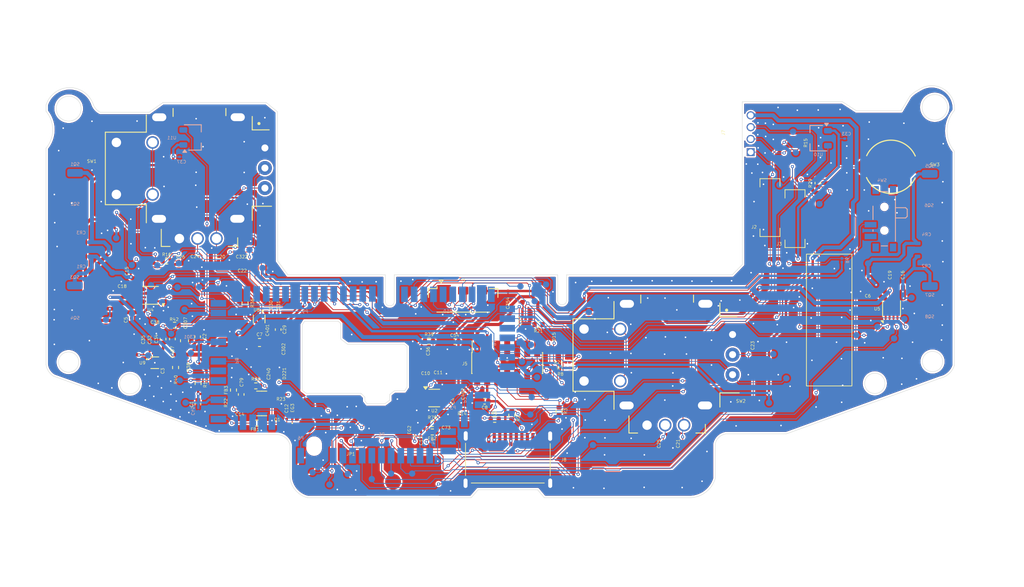
<source format=kicad_pcb>
(kicad_pcb (version 20240108) (generator "pcbnew") (generator_version "8.0")
  (layers (0 "F.Cu" signal) (1 "In1.Cu" power "GND") (2 "In2.Cu" power "PWR") (31 "B.Cu" signal) (34 "B.Paste" user) (35 "F.Paste" user) (36 "B.SilkS" user "B.Silkscreen") (37 "F.SilkS" user "F.Silkscreen") (38 "B.Mask" user) (39 "F.Mask" user) (44 "Edge.Cuts" user))
  (net 0 "")
  (net 1 "GND")
  (net 2 "+3.3V")
  (net 3 "Net-(U9-EN)")
  (net 4 "LT_Motor")
  (net 5 "RT_Motor")
  (net 6 "/27")
  (net 7 "Net-(J8-Pin_9)")
  (net 8 "Net-(EG3-K)")
  (net 9 "Net-(EG2-K)")
  (net 10 "/31")
  (net 11 "Heavy_Motor")
  (net 12 "Light_Motor")
  (net 13 "+3.6V")
  (net 14 "+1V8")
  (net 15 "/55")
  (net 16 "/13")
  (net 17 "/57")
  (net 18 "/15")
  (net 19 "/58")
  (net 20 "/69")
  (net 21 "/67")
  (net 22 "/54")
  (net 23 "/30")
  (net 24 "Net-(Q1-G)")
  (net 25 "Net-(D221-K)")
  (net 26 "Net-(D15-K)")
  (net 27 "/32")
  (net 28 "/16")
  (net 29 "Net-(FB3-Pad1)")
  (net 30 "/65")
  (net 31 "/60")
  (net 32 "/63")
  (net 33 "/66")
  (net 34 "/64")
  (net 35 "/6")
  (net 36 "/14")
  (net 37 "/4")
  (net 38 "/7")
  (net 39 "/10")
  (net 40 "/2")
  (net 41 "VBUS")
  (net 42 "/1")
  (net 43 "/12")
  (net 44 "/3")
  (net 45 "SDA2")
  (net 46 "SCL2")
  (net 47 "/9")
  (net 48 "/25")
  (net 49 "/19")
  (net 50 "/20")
  (net 51 "Net-(J8-Pin_8)")
  (net 52 "Net-(J8-Pin_4)")
  (net 53 "/38")
  (net 54 "/5")
  (net 55 "/22")
  (net 56 "/18")
  (net 57 "/17")
  (net 58 "/21")
  (net 59 "/28")
  (net 60 "/36")
  (net 61 "/37")
  (net 62 "/43")
  (net 63 "/44")
  (net 64 "/50")
  (net 65 "/59")
  (net 66 "/46")
  (net 67 "/49")
  (net 68 "/48")
  (net 69 "/47")
  (net 70 "/61")
  (net 71 "/62")
  (net 72 "Net-(R14-Pad1)")
  (net 73 "Net-(R16-Pad1)")
  (net 74 "Net-(R21-Pad2)")
  (net 75 "Net-(R29-Pad2)")
  (net 76 "Net-(U10-VOUT)")
  (net 77 "Net-(U11-VOUT)")
  (net 79 "TRG+")
  (net 80 "Net-(J8-Pin_5)")
  (net 81 "Net-(J7-Pin_2)")
  (net 82 "3V_B+")
  (footprint "0_MyLibrary:Xbox_SOC_to_MCU_28_31" (layer "F.Cu") (at 119.175 125.475)
    (property "Reference" "P7" (hide yes))
    (property "Value" "28-31")
  )
  (footprint "0_MyLibrary:Xbox_C_01005_0402Metric" (layer "F.Cu") (at 153.225 112.6 90)
    (property "Reference" "C27")
    (property "Value" "C")
  )
  (footprint "0_MyLibrary:Xbox_SOC_to_MCU_11_12" (layer "F.Cu") (at 146.05 125.125)
    (property "Reference" "P3")
    (property "Value" "11-12")
  )
  (footprint "0_MyLibrary:Xbox_C_01005_0402Metric" (layer "F.Cu") (at 139.93 126.47 -90)
    (property "Reference" "C13")
    (property "Value" "C")
  )
  (footprint "Resistor_SMD:R_0402_1005Metric" (layer "F.Cu") (at 157.48 124.1 -90)
    (property "Reference" "R3")
    (property "Value" "33")
  )
  (footprint "Capacitor_SMD:C_0603_1608Metric" (layer "F.Cu") (at 119.445 115.36)
    (property "Reference" "C7")
    (property "Value" "C")
  )
  (footprint "Package_TO_SOT_SMD:SOT-23" (layer "F.Cu") (at 119.7225 123.1)
    (property "Reference" "Q1")
    (property "Value" "BSS138")
  )
  (footprint "Diode_SMD:D_01005_0402Metric" (layer "F.Cu") (at 121.92 119.3146 90)
    (property "Reference" "D221")
    (property "Value" "D")
  )
  (footprint "0_MyLibrary:Xbox_C_01005_0402Metric" (layer "F.Cu") (at 109.4154 105.0052 180)
    (property "Reference" "C26")
    (property "Value" "C")
  )
  (footprint "Diode_SMD:D_01005_0402Metric" (layer "F.Cu") (at 123.6 124.8575 90)
    (property "Reference" "EG3")
    (property "Value" "D")
  )
  (footprint "0_MyLibrary:Xbox_C_01005_0402Metric" (layer "F.Cu") (at 120.9202 113.8346 -90)
    (property "Reference" "C401")
    (property "Value" "C")
  )
  (footprint "Capacitor_SMD:C_0402_1005Metric" (layer "F.Cu") (at 190.3298 95.125 90)
    (property "Reference" "R29")
    (property "Value" "100")
  )
  (footprint "0_MyLibrary:Xbox_R_01005_0402Metric" (layer "F.Cu") (at 158.56 117.88 180)
    (property "Reference" "R24")
    (property "Value" "1.5k")
  )
  (footprint "Capacitor_SMD:C_0402_1005Metric" (layer "F.Cu") (at 107.2 114.93 -90)
    (property "Reference" "C34")
    (property "Value" "C")
  )
  (footprint "0_MyLibrary:Xbox_C_01005_0402Metric" (layer "F.Cu") (at 143.98 121.92 90)
    (property "Reference" "C4")
    (property "Value" "C")
  )
  (footprint "0_MyLibrary:Xbox_WireConnector" (layer "F.Cu") (at 187.425 99.575)
    (property "Reference" "J3")
    (property "Value" "Conn_01x01")
  )
  (footprint "0_MyLibrary:Xbox_R_01005_0402Metric" (layer "F.Cu") (at 158.5846 119.3248)
    (property "Reference" "R8")
    (property "Value" "100k")
  )
  (footprint "Capacitor_SMD:C_0402_1005Metric" (layer "F.Cu") (at 111.6236 123.18 90)
    (property "Reference" "C1")
    (property "Value" "C")
  )
  (footprint "0_MyLibrary:Xbox_SOC_to_MCU_13_15" (layer "F.Cu") (at 143.4 127.9 90)
    (property "Reference" "P4")
    (property "Value" "13-15")
  )
  (footprint "Resistor_SMD:R_0402_1005Metric" (layer "F.Cu") (at 119.11 125.6)
    (property "Reference" "FB1")
    (property "Value" "FerriteBead")
  )
  (footprint "0_MyLibrary:Xbox_C_01005_0402Metric" (layer "F.Cu") (at 121.8648 111.7454 90)
    (property "Reference" "C31")
    (property "Value" "C")
  )
  (footprint "0_MyLibrary:Xbox_C_01005_0402Metric" (layer "F.Cu") (at 102 108.73)
    (property "Reference" "C18")
    (property "Value" "C")
  )
  (footprint "0_MyLibrary:Xbox_C_01005_0402Metric" (layer "F.Cu") (at 170.6952 128.2096 -90)
    (property "Reference" "C25")
    (property "Value" "C")
  )
  (footprint "0_MyLibrary:Xbox_SOC_to_MCU_1_8" (layer "F.Cu") (at 150.9 115.4025 90)
    (property "Reference" "P1")
    (property "Value" "1-8")
  )
  (footprint "0_MyLibrary:Xbox_Joystick" (layer "F.Cu") (at 110.051846 92.647846 90)
    (property "Reference" "SW1")
    (property "Value" "Joystick")
  )
  (footprint "0_MyLibrary:Xbox_C_01005_0402Metric" (layer "F.Cu") (at 143.13 125.62 180)
    (property "Reference" "C73")
    (property "Value" "C")
  )
  (footprint "0_MyLibrary:Xbox_C_01005_0402Metric" (layer "F.Cu") (at 173.175 128.2 90)
    (property "Reference" "C21")
    (property "Value" "C")
  )
  (footprint "0_MyLibrary:Xbox_C_01005_0402Metric" (layer "F.Cu") (at 201.125 107.925 -90)
    (property "Reference" "C16")
    (property "Value" "DNI")
  )
  (footprint "Capacitor_SMD:C_0402_1005Metric" (layer "F.Cu") (at 108.39 114.92 -90)
    (property "Reference" "C407")
    (property "Value" "C")
  )
  (footprint "0_MyLibrary:Xbox_ExpansionPort" (layer "F.Cu") (at 151.05 129.65)
    (property "Reference" "J8")
    (property "Value" "External Connector")
  )
  (footprint "Capacitor_SMD:C_0402_1005Metric" (layer "F.Cu") (at 121.8152 113.7246 -90)
    (property "Reference" "C29")
    (property "Value" "C")
  )
  (footprint "0_MyLibrary:Xbox_R_01005_0402Metric" (layer "F.Cu") (at 158.5654 118.5852 180)
    (property "Reference" "R7")
    (property "Value" "100k")
  )
  (footprint "Resistor_SMD:R_0402_1005Metric" (layer "F.Cu") (at 141.37 125.66)
    (property "Reference" "R79")
    (property "Value" "1k")
  )
  (footprint "0_MyLibrary:Xbox_C_01005_0402Metric" (layer "F.Cu") (at 122.9 124.875 -90)
    (property "Reference" "C12")
    (property "Value" "C")
  )
  (footprint "Resistor_SMD:R_0402_1005Metric" (layer "F.Cu") (at 116.14 121.4 90)
    (property "Reference" "FB3")
    (property "Value" "FerriteBead")
  )
  (footprint "0_MyLibrary:Xbox_SOC_to_MCU_9_10" (layer "F.Cu") (at 147.75 122.665 90)
    (property "Reference" "P2")
    (property "Value" "9-10")
  )
  (footprint "Capacitor_SMD:C_0402_1005Metric" (layer "F.Cu") (at 148.01 122.82)
    (property "Reference" "C8")
    (property "Value" "C")
  )
  (footprint "0_MyLibrary:Xbox_C_01005_0402Metric" (layer "F.Cu") (at 181.525 115.8 -90)
    (property "Reference" "C23")
    (property "Value" "C")
  )
  (footprint "Resistor_SMD:R_0402_1005Metric" (layer "F.Cu") (at 154.875 113.09)
    (property "Reference" "R21")
    (property "Value" "33")
  )
  (footprint "0_MyLibrary:Xbox_DebugConnector" (layer "F.Cu") (at 145.28 110.3)
    (property "Reference" "J1")
    (property "Value" "Conn_01x08")
  )
  (footprint "0_MyLibrary:Xbox_C_01005_0402Metric" (layer "F.Cu") (at 111.32 105)
    (property "Reference" "C24")
    (property "Value" "C")
  )
  (footprint "Resistor_SMD:R_0402_1005Metric" (layer "F.Cu") (at 151.47 124.6 -90)
    (property "Reference" "R2")
    (property "Value" "33")
  )
  (footprint "Resistor_SMD:R_0402_1005Metric" (layer "F.Cu") (at 141.38 126.72 180)
    (property "Reference" "FB2")
    (property "Value" "FerriteBead")
  )
  (footprint "0_MyLibrary:Xbox_R_01005_0402Metric" (layer "F.Cu") (at 145.1446 123.8348)
    (property "Reference" "R14")
    (property "Value" "0")
  )
  (footprint "0_MyLibrary:Xbox_Diode" (layer "F.Cu") (at 157.9446 115.2746 90)
    (property "Reference" "D15")
    (property "Value" "D")
  )
  (footprint "Package_TO_SOT_SMD:Texas_R-PDSO-G5_DCK-5" (layer "F.Cu") (at 141.625 122.4125)
    (property "Reference" "U2")
    (property "Value" "SN74LVC1G125DCK")
  )
  (footprint "Package_DFN_QFN:DFN-8-1EP_2x2mm_P0.5mm_EP0.6x1.2mm" (layer "F.Cu") (at 199.6825 111.0825 90)
    (property "Reference" "U5")
    (property "Value" "~")
  )
  (footprint "0_MyLibrary:Xbox_C_01005_0402Metric" (layer "F.Cu") (at 121.82 116.11 90)
    (property "Reference" "C302")
    (property "Value" "C")
  )
  (footprint "0_MyLibrary:Xbox_R_01005_0402Metric" (layer "F.Cu") (at 122.1654 121.9702 180)
    (property "Reference" "R23")
    (property "Value" "10k")
  )
  (footprint "0_MyLibrary:Xbox_R_01005_0402Metric" (layer "F.Cu") (at 109.83 118.53 -90)
    (property "Reference" "R38")
    (property "Value" "0")
  )
  (footprint "0_MyLibrary:Xbox_SwitchContactPad" (layer "F.Cu") (at 199.375 92.775)
    (property "Reference" "SW3")
    (property "Value" "SW_Push")
  )
  (footprint "Resistor_SMD:R_0402_1005Metric" (layer "F.Cu") (at 117.61 110.36 -90)
    (property "Reference" "R36")
    (property "Value" "100k")
  )
  (footprint "Resistor_SMD:R_0402_1005Metric" (layer "F.Cu") (at 108.79 118.54 90)
    (property "Reference" "R40")
    (property "Value" "100k")
  )
  (footprint "0_MyLibrary:Xbox_C_01005_0402Metric" (layer "F.Cu") (at 107.73 118.95 90)
    (property "Reference" "C3")
    (property "Value" "C")
  )
  (footprint "0_MyLibrary:Xbox_C_01005_0402Metric" (layer "F.Cu") (at 121.19 119.33 -90)
    (property "Reference" "C240")
    (property "Value" "C")
  )
  (footprint "0_MyLibrary:Xbox_C_01005_0402Metric" (layer "F.Cu") (at 196.7 108.875)
    (property "Reference" "C6")
    (property "Value" "DNI")
  )
  (footprint "0_MyLibrary:Xbox_WireConnector" (layer "F.Cu") (at 184.25 98.1738)
    (property "Reference" "J2")
    (property "Value" "Conn_01x01")
  )
  (footprint "0_MyLibrary:Xbox_Jack" (layer "F.Cu") (at 131.03 129.5185)
    (property "Reference" "JP1")
    (property "Value" "Conn_01x05")
  )
  (footprint "0_MyLibrary:Xbox_C_01005_0402Metric" (layer "F.Cu") (at 140.525 118.725 180)
    (property "Reference" "C10")
    (property "Value" "C")
  )
  (footprint "Resistor_SMD:R_0402_1005Metric" (layer "F.Cu") (at 118.975 120.87 180)
    (property "Reference" "R32")
    (property "Value" "0")
  )
  (footprint "0_MyLibrary:Xbox_EdgeConnector" (layer "F.Cu") (at 182.1416 88.7248 90)
    (property "Reference" "J7")
    (property "Value" "Conn_01x04")
  )
  (footprint "0_MyLibrary:Xbox_C_01005_0402Metric" (layer "F.Cu") (at 114.48 105 180)
    (property "Reference" "C20")
    (property "Value" "C")
  )
  (footprint "0_MyLibrary:Xbox_C_01005_0402Metric" (layer "F.Cu") (at 151 109.05 90)
    (property "Reference" "C354")
    (property "Value" "C")
  )
  (footprint "Package_SON:Texas_X2SON-4_1x1mm_P0.65mm" (layer "F.Cu") (at 119.4 112.372679 -90)
    (property "Reference" "U8")
    (property "Value" "TLV70718")
  )
  (footprint "0_MyLibrary:Xbox_C_01005_0402Metric" (layer "F.Cu") (at 199.5 107.925 -90)
    (property "Reference" "C19")
    (property "Value" "C")
  )
  (footprint "Capacitor_SMD:C_0603_1608Metric" (layer "F.Cu") (at 109.925 115.14 -90)
    (property "Reference" "C307")
    (property "Value" "C")
  )
  (footprint "0_MyLibrary:Xbox_C_01005_0402Metric" (layer "F.Cu") (at 117.2766 105.76)
    (property "Reference" "C22")
    (property "Value" "C")
  )
  (footprint "0_MyLibrary:Xbox_C_01005_0402Metric" (layer "F.Cu") (at 104.7252 116.1646 -90)
    (property "Reference" "C35")
    (property "Value" "C")
  )
  (footprint "0_MyLibrary:Xbox_C_01005_0402Metric" (layer "F.Cu") (at 103.16 112.5 90)
    (property "Reference" "C5")
    (property "Value" "DNI")
  )
  (footprint "0_MyLibrary:Xbox_C_01005_0402Metric" (layer "F.Cu") (at 142.1146 119.6748)
    (property "Reference" "C11")
    (property "Value" "C")
  )
  (footprint "Package_DFN_QFN:DFN-8-1EP_2x2mm_P0.5mm_EP0.6x1.2mm" (layer "F.Cu") (at 105.6125 109.375 180)
    (property "Reference" "U4")
    (property "Value" "~")
  )
  (footprint "0_MyLibrary:Xbox_SOC_to_MCU_45_59" (layer "F.Cu") (at 125.225 109.3 180)
    (property "Reference" "P9")
    (property "Value" "59-45")
  )
  (footprint "0_MyLibrary:Xbox_C_01005_0402Metric" (layer "F.Cu") (at 103.09 106.3 -90)
    (property "Reference" "C15")
    (property "Value" "DNI")
  )
  (footprint "0_MyLibrary:Xbox_C_01005_0402Metric" (layer "F.Cu") (at 105.5064 116.1666 -90)
    (property "Reference" "C32")
    (property "Value" "C")
  )
  (footprint "0_MyLibrary:Xbox_C_01005_0402Metric" (layer "F.Cu") (at 106.1746 113.3248)
    (property "Reference" "C38")
    (property "Value" "C")
  )
  (footprint "Diode_SMD:D_01005_0402Metric" (layer "F.Cu") (at 139.15 126.4925 90)
    (property "Reference" "EG2")
    (property "Value" "D")
  )
  (footprint "0_MyLibrary:Xbox_SOC_to_MCU_27" (layer "F.Cu") (at 124.675 129.725)
    (property "Reference" "P6")
    (property "Value" "27")
  )
  (footprint "Connector_PinSocket_1.27mm:PinSocket_2x07_P1.27mm_Vertical_SMD" (layer "F.Cu") (at 150.89 117.975 90)
    (property "Reference" "J5")
    (property "Value" "Conn_02x07")
  )
  (footprint "0_MyLibrary:Xbox_SOC_to_MCU_32_44" (layer "F.Cu") (at 114.325 117.69 -90)
    (property "Reference" "P8")
    (property "Value" "32_44")
  )
  (footprint "0_MyLibrary:Xbox_Joystick" (layer "F.Cu") (at 169.421846 116.337846 90)
    (property "Reference" "SW2")
    (property "Value" "Joystick")
  )
  (footprint "0_MyLibrary:Xbox_C_01005_0402Metric" (layer "F.Cu") (at 144.72 121.92 90)
    (property "Reference" "C402")
    (property "Value" "C")
  )
  (footprint "0_MyLibrary:Xbox_C_01005_0402Metric" (layer "F.Cu") (at 120.9248 111.7154 90)
    (property "Reference" "C30")
    (property "Value" "C")
  )
  (footprint "Capacitor_SMD:C_0402_1005Metric" (layer "F.Cu") (at 144.23 115.24)
    (property "Reference" "C54")
    (property "Value" "C")
  )
  (footprint "Resistor_SMD:R_0402_1005Metric" (layer "F.Cu") (at 111.65 120.56 90)
    (property "Reference" "R12")
    (property "Value" "DNI")
  )
  (footprint "0_MyLibrary:Xbox_R_01005_0402Metric" (layer "F.Cu") (at 188.0548 90.0454 -90)
    (property "Reference" "R15")
    (property "Value" "0")
  )
  (footprint "Capacitor_SMD:C_0402_1005Metric" (layer "F.Cu") (at 117.12 121.96 -90)
    (property "Reference" "C79")
    (property "Value" "C")
  )
  (footprint "0_MyLibrary:Xbox_C_01005_0402Metric" (layer "F.Cu") (at 117.2766 105)
    (property "Reference" "C322")
    (property "Value" "C")
  )
  (footprint "Capacitor_SMD:C_0402_1005Metric" (layer "F.Cu") (at 111.58 114.63 -90)
    (property "Reference" "C2")
    (property "Value" "C")
  )
  (footprint "Resistor_SMD:R_0402_1005Metric" (layer "F.Cu") (at 108.665 113.17 180)
    (property "Reference" "R42")
    (property "Value" "100")
  )
  (footprint "0_MyLibrary:Xbox_R_01005_0402Metric" (layer "F.Cu") (at 116.1352 123.053 -90)
    (property "Reference" "R22")
    (property "Value" "0")
  )
  (footprint "0_MyLibrary:Xbox_C_01005_0402Metric" (layer "F.Cu") (at 141.4798 116.4404 90)
    (property "Reference" "C36")
    (property "Value" "C")
  )
  (footprint "Resistor_SMD:R_0402_1005Metric" (layer "F.Cu") (at 149.3 125.12)
    (property "Reference" "R1")
    (property "Value" "33")
  )
  (footprint "0_MyLibrary:Xbox_C_01005_0402Metric" (layer "F.Cu") (at 116.98 123.8 180)
    (property "Reference" "C14")
    (property "Value" "DNI")
  )
  (footprint "0_MyLibrary:Xbox_SOC_to_MCU_16_26" (layer "F.Cu") (at 134.925 129.725)
    (property "Reference" "P5")
    (property "Value" "16-26")
  )
  (footprint "Resistor_SMD:R_0402_1005Metric" (layer "F.Cu") (at 107.655 105.02)
    (property "Reference" "R16")
    (property "Value" "33")
  )
  (footprint "Resistor_SMD:R_0402_1005Metric" (layer "F.Cu") (at 140.96 115.2)
    (property "Reference" "R39")
    (property "Value" "100")
  )
  (footprint "0_MyLibrary:Xbox_SOC_to_MCU_60_69" (layer "F.Cu") (at 143.375 109.3 180)
    (property "Reference" "P10")
    (property "Value" "69-60")
  )
  (footprint "Package_SON:Texas_X2SON-4_1x1mm_P0.65mm" (layer "F.Cu") (at 106.152679 117.93)
    (property "Reference" "U9")
    (property "Value" "TLV70732")
  )
  (footprint "0_MyLibrary:Xbox_C_01005_0402Metric" (layer "B.Cu") (at 110.625 115.2714)
    (property "Reference" "C301")
    (property "Value" "C")
  )
  (footprint "0_MyLibrary:Xbox_TestPoint_0.8mm" (layer "B.Cu") (at 187.525 91.25 180)
    (property "Reference" "TP32" (hide yes))
    (property "Value" "TestPoint")
  )
  (footprint "0_MyLibrary:Xbox_Diode" (layer "B.Cu") (at 204.121 102.8146)
    (property "Reference" "CR4")
    (property "Value" "D")
  )
  (footprint "0_MyLibrary:Xbox_TestPoint_0.8mm" (layer "B.Cu") (at 105.975 112.7 180)
    (property "Reference" "TP104" (hide yes))
    (property "Value" "TestPoint")
  )
  (footprint "0_MyLibrary:Xbox_TestPoint_0.8mm" (layer "B.Cu") (at 187.75 117.175 180)
    (property "Reference" "TP22" (hide yes))
    (property "Value" "TestPoint")
  )
  (footprint "0_MyLibrary:Xbox_TestPoint_0.8mm" (layer "B.Cu") (at 201.3 112.375 180)
    (property "Reference" "TP109" (hide yes))
    (property "Value" "TestPoint")
  )
  (footprint "0_MyLibrary:Xbox_TestPoint_0.8mm" (layer "B.Cu") (at 152.775 117.8 180)
    (property "Reference" "TP33" (hide yes))
    (property "Value" "TestPoint")
  )
  (footprint "0_MyLibrary:Xbox_TestPoint_0.8mm" (layer "B.Cu") (at 161.775 128.375 180)
    (property "Reference" "TP112" (hide yes))
    (property "Value" "TestPoint")
  )
  (footprint "0_MyLibrary:Xbox_TestPoint_0.8mm" (layer "B.Cu") (at 164.25 130.225 180)
    (property "Reference" "TP26" (hide yes))
    (property "Value" "TestPoint")
  )
  (footprint "0_MyLibrary:Xbox_TestPoint_0.8mm" (layer "B.Cu") (at 103.15 108.825 180)
    (property "Reference" "FT2" (hide yes))
    (property "Value" "TestPoint")
  )
  (footprint "0_MyLibrary:Xbox_TestPoint_0.8mm" (layer "B.Cu") (at 108.225 114.25 180)
    (property "Reference" "TP68" (hide yes))
    (property "Value" "TestPoint")
  )
  (footprint "0_MyLibrary:Xbox_TestPoint_0.8mm" (layer "B.Cu") (at 153.825 124.5 180)
    (property "Reference" "TP119" (hide yes))
    (property "Value" "TestPoint")
  )
  (footprint "0_MyLibrary:Xbox_TestPoint_0.8mm" (layer "B.Cu") (at 100.775 106.5 180)
    (property "Reference" "TP28" (hide yes))
    (property "Value" "TestPoint")
  )
  (footprint "0_MyLibrary:Xbox_TestPoint_0.8mm" (layer "B.Cu") (at 136.15 132 180)
    (property "Reference" "TP118" (hide yes))
    (property "Value" "TestPoint")
  )
  (footprint "0_MyLibrary:Xbox_TestPoint_0.8mm" (layer "B.Cu") (at 154.375 110.125 180)
    (property "Reference" "TP71" (hide yes))
    (property "Value" "TestPoint")
  )
  (footprint "0_MyLibrary:Xbox_Diode" (layer "B.Cu") (at 96.7996 102.5996 180)
    (property "Reference" "CR3")
    (property "Value" "D")
  )
  (footprint "0_MyLibrary:Xbox_TestPoint_0.8mm" (layer "B.Cu") (at 105.325 117 180)
    (property "Reference" "TP50" (hide yes))
    (property "Value" "TestPoint")
  )
  (footprint "0_MyLibrary:Xbox_TestPoint_0.8mm" (layer "B.Cu") (at 154 122.3 180)
    (property "Reference" "TP16" (hide yes))
    (property "Value" "TestPoint")
  )
  (footprint "0_MyLibrary:Xbox_TestPoint_0.8mm" (layer "B.Cu") (at 118.175 103.6 180)
    (property "Reference" "TP63" (hide yes))
    (property "Value" "TestPoint")
  )
  (footprint "0_MyLibrary:Xbox_TestPoint_0.8mm" (layer "B.Cu") (at 110.05 123 180)
    (property "Reference" "TP9" (hide yes))
    (property "Value" "TestPoint")
  )
  (footprint "0_MyLibrary:Xbox_TestPoint_0.8mm" (layer "B.Cu") (at 190.525 97.775 180)
    (property "Reference" "TP41" (hide yes))
    (property "Value" "TestPoint")
  )
  (footprint "0_MyLibrary:Xbox_TestPoint_0.8mm" (layer "B.Cu") (at 154.675 119.775 180)
    (property "Reference" "TP34" (hide yes))
    (property "Value" "TestPoint")
  )
  (footprint "0_MyLibrary:Xbox_TestPoint_0.8mm" (layer "B.Cu") (at 130.65 132.05 180)
    (property "Reference" "TP117" (hide yes))
    (property "Value" "TestPoint")
  )
  (footprint "0_MyLibrary:Xbox_Diode" (layer "B.Cu") (at 204.1 104.475)
    (property "Reference" "CR2")
    (property "Value" "D")
  )
  (footprint "0_MyLibrary:Xbox_TestPoint_0.8mm" (layer "B.Cu") (at 187.175 88.6 180)
    (property "Reference" "TP31" (hide yes))
    (property "Value" "TestPoint")
  )
  (footprint "0_MyLibrary:Xbox_TestPoint_0.8mm" (layer "B.Cu") (at 109.2 105.325 180)
    (property "Reference" "TP64" (hide yes))
    (property "Value" "TestPoint")
  )
  (footprint "0_MyLibrary:Xbox_TestPoint_0.8mm" (layer "B.Cu") (at 109.325 120.175 180)
    (property "Reference" "TP4" (hide yes))
    (property "Value" "TestPoint")
  )
  (footprint "0_MyLibrary:Xbox_C_01005_0402Metric" (layer "B.Cu") (at 109.525 91.8 180)
    (property "Reference" "C37")
    (property "Value" "C")
  )
  (footprint "0_MyLibrary:Xbox_TestPoint_0.8mm" (layer "B.Cu") (at 197.9 113.375 180)
    (property "Reference" "TP110" (hide yes))
    (property "Value" "TestPoint")
  )
  (footprint "Connector_Wire:SolderWirePad_1x01_SMD_1x2mm" (layer "B.Cu") (at 204.55 108.2 -90)
    (property "Reference" "SQ7")
    (property "Value" "Conn_01x01")
  )
  (footprint "0_MyLibrary:Xbox_TestPoint_0.8mm" (layer "B.Cu") (at 128.325 133.4 180)
    (property "Reference" "TP54" (hide yes))
    (property "Value" "TestPoint")
  )
  (footprint "0_MyLibrary:Xbox_TestPoint_0.8mm" (layer "B.Cu") (at 200 114.85 180)
    (property "Reference" "TP111" (hide yes))
    (property "Value" "TestPoint")
  )
  (footprint "Connector_Wire:SolderWirePad_1x01_SMD_1x2mm" (layer "B.Cu") (at 96.025 93.825 90)
    (property "Reference" "SQ1")
    (property "Value" "Conn_01x01")
  )
  (footprint "0_MyLibrary:Xbox_TestPoint_0.8mm" (layer "B.Cu") (at 103.25 111.7 180)
    (property "Reference" "TP7" (hide yes))
    (property "Value" "TestPoint")
  )
  (footprint "Connector_Wire:SolderWirePad_1x01_SMD_1x2mm" (layer "B.Cu") (at 204.525 93.95 -90)
    (property "Reference" "SQ5")
    (property "Value" "Conn_01x01")
  )
  (footprint "0_MyLibrary:Xbox_TestPoint_0.8mm" (layer "B.Cu") (at 195.2 114.425 180)
    (property "Reference" "TP108" (hide yes))
    (property "Value" "TestPoint")
  )
  (footprint "0_MyLibrary:Xbox_TestPoint_0.8mm" (layer "B.Cu") (at 105.675 108.075 180)
    (property "Reference" "TP105" (hide yes))
    (property "Value" "TestPoint")
  )
  (footprint "0_MyLibrary:Xbox_TestPoint_0.8mm" (layer "B.Cu") (at 99.95 112.475 180)
    (property "Reference" "TP27" (hide yes))
    (property "Value" "TestPoint")
  )
  (footprint "0_MyLibrary:Xbox_TestPoint_0.8mm" (layer "B.Cu") (at 162 124.9 180)
    (property "Reference" "TP21" (hide yes))
    (property "Value" "TestPoint")
  )
  (footprint "0_MyLibrary:Xbox_TestPoint_0.8mm" (layer "B.Cu") (at 103.225 105.525 180)
    (property "Reference" "TP69" (hide yes))
    (property "Value" "TestPoint")
  )
  (footprint "0_MyLibrary:Xbox_TestPoint_0.8mm" (layer "B.Cu") (at 109.025 108.35 180)
    (property "Reference" "TP107" (hide yes))
    (property "Value" "TestPoint")
  )
  (footprint "0_MyLibrary:Xbox_C_01005_0402Metric" (layer "B.Cu") (at 193.9654 89.4798 180)
    (property "Reference" "C33")
    (property "Value" "C")
  )
  (footprint "0_MyLibrary:Xbox_TestPoint_0.8mm" (layer "B.Cu") (at 133.7 132.7 180)
    (property "Reference" "TP116" (hide yes))
    (property "Value" "TestPoint")
  )
  (footprint "0_MyLibrary:Xbox_TestPoint_0.8mm" (layer "B.Cu") (at 202.225 109.675 180)
    (property "Reference" "TP30" (hide yes))
    (property "Value" "TestPoint")
  )
  (footprint "0_MyLibrary:Xbox_TestPoint_0.8mm" (layer "B.Cu") (at 184.125 123.025 180)
    (property "Reference" "TP5" (hide yes))
    (property "Value" "TestPoint")
  )
  (footprint "0_MyLibrary:Xbox_TestPoint_0.8mm" (layer "B.Cu") (at 119.825 105.9 180)
    (property "Reference" "TP11" (hide yes))
    (property "Value" "TestPoint")
  )
  (footprint "0_MyLibrary:Xbox_TestPoint_0.8mm" (layer "B.Cu") (at 138.825 132 180)
    (property "Reference" "TP115" (hide yes))
    (property "Value" "TestPoint")
  )
  (footprint "0_MyLibrary:Xbox_TestPoint_0.8mm" (layer "B.Cu") (at 109.925 111.2 180)
    (property "Reference" "TP3" (hide yes))
    (property "Value" "TestPoint")
  )
  (footprint "Package_TO_SOT_SMD:SOT-23W" (layer "B.Cu") (at 110.975 89.3325)
    (property "Reference" "U11")
    (property "Value" "A1304")
  )
  (footprint "0_MyLibrary:Xbox_TestPoint_0.8mm" (layer "B.Cu") (at 153.9 115.65 180)
    (property "Reference" "TP35" (hide yes))
    (property "Value" "TestPoint")
  )
  (footprint "0_MyLibrary:Xbox_Diode" (layer "B.Cu") (at 96.804 104.4104 180)
    (property "Reference" "CR1")
    (property "Value" "D")
  )
  (footprint "0_MyLibrary:Xbox_TestPoint_0.8mm" (layer "B.Cu") (at 155.825 108 180)
    (property "Reference" "TP72" (hide yes))
    (property "Value" "TestPoint")
  )
  (footprint "0_MyLibrary:Xbox_TestPoint_0.8mm" (layer "B.Cu") (at 102.225 114.675 180)
    (property "Reference" "FT1" (hide yes))
    (property "Value" "TestPoint")
  )
  (footprint "0_MyLibrary:Xbox_TestPoint_0.8mm" (layer "B.Cu") (at 185.45 95.35 180)
    (property "Reference" "TP14" (hide yes))
    (property "Value" "TestPoint")
  )
  (footprint "0_MyLibrary:Xbox_TestPoint_0.8mm" (layer "B.Cu") (at 196.7 105.325 180)
    (property "Reference" "TP29" (hide yes))
    (property "Value" "TestPoint")
  )
  (footprint "0_MyLibrary:Xbox_TestPoint_0.8mm" (layer "B.Cu") (at 110.725 116.7 180)
    (property "Reference" "TP113" (hide yes))
    (property "Value" "TestPoint")
  )
  (footprint "0_MyLibrary:Xbox_TestPoint_0.8mm" (layer "B.Cu") (at 186.325 119.9 180)
    (property "Reference" "TP103" (hide yes))
    (property "Value" "TestPoint")
  )
  (footprint "0_MyLibrary:Xbox_TestPoint_0.8mm" (layer "B.Cu") (at 106.475 105.55 180)
    (property "Reference" "TP42" (hide yes))
    (property "Value" "TestPoint")
  )
  (footprint "0_MyLibrary:Xbox_TestPoint_0.8mm" (layer "B.Cu") (at 161.25 111.5 180)
    (property "Reference" "TP43" (hide yes))
    (property "Value" "TestPoint")
  )
  (footprint "0_MyLibrary:Xbox_TestPoint_0.8mm" (layer "B.Cu") (at 107.075 110.25 180)
    (property "Reference" "TP106" (hide yes))
    (property "Value" "TestPoint")
  )
  (footprint "Connector_Wire:SolderWirePad_1x01_SMD_1x2mm" (layer "B.Cu") (at 204.475 99.05 -90)
    (property "Reference" "SQ6")
    (property "Value" "Conn_01x01")
  )
  (footprint "0_MyLibrary:Xbox_TestPoint_0.8mm" (layer "B.Cu") (at 152.575 108.225 180)
    (property "Reference" "TP67" (hide yes))
    (property "Value" "TestPoint")
  )
  (footprint "0_MyLibrary:Xbox_TestPoint_0.8mm" (layer "B.Cu") (at 162.7 119.45 180)
    (property "Reference" "TP24" (hide yes))
    (property "Value" "TestPoint")
  )
  (footprint "Package_TO_SOT_SMD:SOT-23W" (layer "B.Cu") (at 190.4 89.425 180)
    (property "Reference" "U10")
    (property "Value" "A1304")
  )
  (footprint "0_MyLibrary:Xbox_TestPoint_0.8mm" (layer "B.Cu") (at 126.175 131.85 180)
    (property "Reference" "TP114" (hide yes))
    (property "Value" "TestPoint")
  )
  (footprint "0_MyLibrary:Xbox_TestPoint_0.8mm" (layer "B.Cu") (at 101.25 102.1 180)
    (property "Reference" "TP49" (hide yes))
    (property "Value" "TestPoint")
  )
  (footprint "Connector_Wire:SolderWirePad_1x01_SMD_1x2mm" (layer "B.Cu") (at 96 108.125 90)
    (property "Reference" "SQ3")
    (property "Value" "Conn_01x01")
  )
  (footprint "0_MyLibrary:Xbox_TestPoint_0.8mm" (layer "B.Cu") (at 184.675 116.825 180)
    (property "Reference" "TP65" (hide yes))
    (property "Value" "TestPoint")
  )
  (footprint "Button_Switch_SMD:SW_SPDT_PCM12" (layer "B.Cu") (at 198.445 99.65 -90)
    (property "Reference" "SW4")
    (property "Value" "DNI")
  )
  (footprint "Connector_Wire:SolderWirePad_1x01_SMD_1x2mm" (layer "B.Cu") (at 204.55 113.125 -90)
    (property "Reference" "SQ8")
    (property "Value" "Conn_01x01")
  )
  (footprint "0_MyLibrary:Xbox_R_01005_0402Metric" (layer "B.Cu") (at 193.3702 104.9154 90)
    (property "Reference" "R6")
    (property "Value" "10k")
  )
  (footprint "Connector_Wire:SolderWirePad_1x01_SMD_1x2mm" (layer "B.Cu") (at 96.025 113.275 90)
    (property "Reference" "SQ4")
    (property "Value" "Conn_01x01")
  )
  (footprint "0_MyLibrary:Xbox_TestPoint_0.8mm" (layer "B.Cu") (at 111.775 108.325 180)
    (property "Reference" "TP36" (hide yes))
    (property "Value" "TestPoint")
  )
  (footprint "Connector_Wire:SolderWirePad_1x01_SMD_1x2mm" (layer "B.Cu") (at 96 98.925 90)
    (property "Reference" "SQ2")
    (property "Value" "Conn_01x01")
  )
  (footprint "0_MyLibrary:Xbox_C_01005_0402Metric" (layer "B.Cu") (at 111.675 123.85 90)
    (property "Reference" "C454")
    (property "Value" "C")
  )
  (gr_rect (start 188.875 104.15) (end 194.65 120.875) (stroke (width 0.1)) (fill none) (layer "F.SilkS"))
  (gr_line (start 125.175 112.65) (end 129.425 112.65) (stroke (width 0.05)) (layer "Edge.Cuts"))
  (gr_line (start 129.75 112.975) (end 129.75 114.925) (stroke (width 0.05)) (layer "Edge.Cuts"))
  (gr_line (start 129.75 114.925) (end 130.6 115.575) (stroke (width 0.05)) (layer "Edge.Cuts"))
  (gr_arc (start 158.425 110.0125) (mid 157.8625 110.575) (end 157.3 110.0125) (stroke (width 0.05)) (layer "Edge.Cuts"))
  (gr_line (start 121.75 105) (end 123.05 106.775) (stroke (width 0.05)) (layer "Edge.Cuts"))
  (gr_line (start 146.325 135.0625) (end 125.541785 135.0625) (stroke (width 0.05)) (layer "Edge.Cuts"))
  (gr_line (start 132.35 121.825) (end 125.4 121.825) (stroke (width 0.05)) (layer "Edge.Cuts"))
  (gr_arc (start 125.541785 135.0625) (mid 124.027332 134.138231) (end 123.316785 132.5125) (stroke (width 0.05)) (layer "Edge.Cuts"))
  (gr_line (start 146.325 135.0625) (end 147.2 134.0625) (stroke (width 0.05)) (layer "Edge.Cuts"))
  (gr_arc (start 177.291785 128.2875) (mid 177.757912 127.412198) (end 178.641785 126.9625) (stroke (width 0.05)) (layer "Edge.Cuts"))
  (gr_line (start 120.3 84.9) (end 121.725 86.0625) (stroke (width 0.05)) (layer "Edge.Cuts"))
  (gr_circle (center 205.167853 85.5) (end 206.706505 86) (stroke (width 0.05)) (fill none) (layer "Edge.Cuts"))
  (gr_line (start 92.341785 86.0125) (end 92.341785 85.2125) (stroke (width 0.05)) (layer "Edge.Cuts"))
  (gr_line (start 195.225 85.95) (end 200.9 85.95) (stroke (width 0.05)) (layer "Edge.Cuts"))
  (gr_arc (start 99.241785 86.1375) (mid 98.722736 85.752138) (end 98.366785 85.2125) (stroke (width 0.05)) (layer "Edge.Cuts"))
  (gr_line (start 158.425 106.775) (end 179.45 106.775) (stroke (width 0.05)) (layer "Edge.Cuts"))
  (gr_arc (start 93.291785 119.6375) (mid 92.653314 119.005288) (end 92.341785 118.1625) (stroke (width 0.05)) (layer "Edge.Cuts"))
  (gr_circle (center 197.561348 120.55) (end 198.786348 120.95) (stroke (width 0.05)) (fill none) (layer "Edge.Cuts"))
  (gr_line (start 135.975 121.95) (end 135.975 122.675) (stroke (width 0.05)) (layer "Edge.Cuts"))
  (gr_circle (center 95.211348 117.85) (end 96.436348 118.25) (stroke (width 0.05)) (fill none) (layer "Edge.Cuts"))
  (gr_line (start 121.741785 127.0375) (end 113.841785 127.0375) (stroke (width 0.05)) (layer "Edge.Cuts"))
  (gr_line (start 193.45 84.8) (end 195.225 85.95) (stroke (width 0.05)) (layer "Edge.Cuts"))
  (gr_arc (start 207.666785 91.0875) (mid 206.725019 88.500007) (end 207.666785 85.9125) (stroke (width 0.05)) (layer "Edge.Cuts"))
  (gr_line (start 205.891785 119.8875) (end 186.316785 126.9625) (stroke (width 0.05)) (layer "Edge.Cuts"))
  (gr_line (start 174.191785 135.0625) (end 155.591785 135.0625) (stroke (width 0.05)) (layer "Edge.Cuts"))
  (gr_arc (start 207.666785 118.2625) (mid 206.996999 119.312814) (end 205.891785 119.8875) (stroke (width 0.05)) (layer "Edge.Cuts"))
  (gr_line (start 157.3 106.775) (end 157.3 110.0125) (stroke (width 0.05)) (layer "Edge.Cuts"))
  (gr_line (start 138.175 121.025) (end 137.85 121.5) (stroke (width 0.05)) (layer "Edge.Cuts"))
  (gr_line (start 130.6 115.575) (end 137.775 115.575) (stroke (width 0.05)) (layer "Edge.Cuts"))
  (gr_arc (start 92.341785 85.2125) (mid 95.354285 83.003642) (end 98.366785 85.2125) (stroke (width 0.05)) (layer "Edge.Cuts"))
  (gr_circle (center 95.222795 85.675) (end 96.710058 86.2) (stroke (width 0.05)) (fill none) (layer "Edge.Cuts"))
  (gr_line (start 179.45 106.775) (end 180.75 105.45) (stroke (width 0.05)) (layer "Edge.Cuts"))
  (gr_line (start 135.35 123.15) (end 133.125 123.15) (stroke (width 0.05)) (layer "Edge.Cuts"))
  (gr_line (start 107.175 84.9) (end 120.3 84.9) (stroke (width 0.05)) (layer "Edge.Cuts"))
  (gr_circle (center 204.886348 117.775) (end 206.111348 118.175) (stroke (width 0.05)) (fill none) (layer "Edge.Cuts"))
  (gr_arc (start 121.741785 127.0375) (mid 122.738167 127.45171) (end 123.316785 128.3625) (stroke (width 0.05)) (layer "Edge.Cuts"))
  (gr_line (start 125.4 121.825) (end 124.875 121.425) (stroke (width 0.05)) (layer "Edge.Cuts"))
  (gr_line (start 138.175 115.9) (end 138.175 121.025) (stroke (width 0.05)) (layer "Edge.Cuts"))
  (gr_line (start 180.725 84.8) (end 193.45 84.8) (stroke (width 0.05)) (layer "Edge.Cuts"))
  (gr_circle (center 102.986348 120.6) (end 104.211348 121) (stroke (width 0.05)) (fill none) (layer "Edge.Cuts"))
  (gr_arc (start 201.991785 84.1125) (mid 202.529609 83.637205) (end 203.141785 83.2625) (stroke (width 0.05)) (layer "Edge.Cuts"))
  (gr_line (start 207.666785 91.0875) (end 207.666785 118.2625) (stroke (width 0.05)) (layer "Edge.Cuts"))
  (gr_line (start 105.441785 86.1375) (end 107.175 84.9) (stroke (width 0.05)) (layer "Edge.Cuts"))
  (gr_arc (start 177.291785 132.6625) (mid 176.120136 134.351199) (end 174.191785 135.0625) (stroke (width 0.05)) (layer "Edge.Cuts"))
  (gr_line (start 123.05 106.775) (end 135.425 106.775) (stroke (width 0.05)) (layer "Edge.Cuts"))
  (gr_arc (start 92.341785 86.0125) (mid 93.192858 88.350808) (end 92.341785 90.689114) (stroke (width 0.05)) (layer "Edge.Cuts"))
  (gr_arc (start 203.141785 83.2625) (mid 206.24586 83.150496) (end 207.666784 85.9125) (stroke (width 0.05)) (layer "Edge.Cuts"))
  (gr_line (start 158.425 110.0125) (end 158.425 106.775) (stroke (width 0.05)) (layer "Edge.Cuts"))
  (gr_line (start 177.291785 132.6625) (end 177.291785 128.2875) (stroke (width 0.05)) (layer "Edge.Cuts"))
  (gr_line (start 201.991785 84.1125) (end 200.9 85.95) (stroke (width 0.05)) (layer "Edge.Cuts"))
  (gr_line (start 123.316785 132.5125) (end 123.316785 128.3625) (stroke (width 0.05)) (layer "Edge.Cuts"))
  (gr_line (start 133.125 123.15) (end 132.825 122.775) (stroke (width 0.05)) (layer "Edge.Cuts"))
  (gr_line (start 154.741785 134.0625) (end 147.2 134.0625) (stroke (width 0.05)) (layer "Edge.Cuts"))
  (gr_line (start 99.241785 86.1375) (end 105.441785 86.1375) (stroke (width 0.05)) (layer "Edge.Cuts"))
  (gr_line (start 135.975 122.675) (end 135.35 123.15) (stroke (width 0.05)) (layer "Edge.Cuts"))
  (gr_line (start 136.55 106.775) (end 157.3 106.775) (stroke (width 0.05)) (layer "Edge.Cuts"))
  (gr_line (start 124.875 113.125) (end 125.175 112.65) (stroke (width 0.05)) (layer "Edge.Cuts"))
  (gr_line (start 113.841785 127.0375) (end 93.291785 119.6375) (stroke (width 0.05)) (layer "Edge.Cuts"))
  (gr_line (start 186.316785 126.9625) (end 178.641785 126.9625) (stroke (width 0.05)) (layer "Edge.Cuts"))
  (gr_line (start 124.875 121.425) (end 124.875 113.125) (stroke (width 0.05)) (layer "Edge.Cuts"))
  (gr_line (start 136.55 110.15) (end 136.55 106.775) (stroke (width 0.05)) (layer "Edge.Cuts"))
  (gr_line (start 180.75 105.45) (end 180.725 84.8) (stroke (width 0.05)) (layer "Edge.Cuts"))
  (gr_line (start 121.725 86.0625) (end 121.75 105) (stroke (width 0.05)) (layer "Edge.Cuts"))
  (gr_line (start 129.425 112.65) (end 129.75 112.975) (stroke (width 0.05)) (layer "Edge.Cuts"))
  (gr_line (start 132.825 122.775) (end 132.825 122.3) (stroke (width 0.05)) (layer "Edge.Cuts"))
  (gr_line (start 155.591785 135.0625) (end 154.741785 134.0625) (stroke (width 0.05)) (layer "Edge.Cuts"))
  (gr_line (start 92.341785 118.1625) (end 92.341785 90.689114) (stroke (width 0.05)) (layer "Edge.Cuts"))
  (gr_arc (start 136.55 110.15) (mid 135.9875 110.7125) (end 135.425 110.15) (stroke (width 0.05)) (layer "Edge.Cuts"))
  (gr_line (start 132.825 122.3) (end 132.35 121.825) (stroke (width 0.05)) (layer "Edge.Cuts"))
  (gr_line (start 136.55 121.5) (end 135.975 121.95) (stroke (width 0.05)) (layer "Edge.Cuts"))
  (gr_line (start 137.85 121.5) (end 136.55 121.5) (stroke (width 0.05)) (layer "Edge.Cuts"))
  (gr_line (start 135.425 106.775) (end 135.425 110.15) (stroke (width 0.05)) (layer "Edge.Cuts"))
  (gr_line (start 137.775 115.575) (end 138.175 115.9) (stroke (width 0.05)) (layer "Edge.Cuts"))
  (segment (start 119.4 112.372679) (end 119.4 112.267679) (width 0.2) (layer "F.Cu") (net 1))
  (segment (start 119.4 112.267679) (end 119.075 111.942679) (width 0.2) (layer "F.Cu") (net 1))
  (segment (start 110.4702 104.9952) (end 110.45 104.975) (width 0.2) (layer "F.Cu") (net 1))
  (via (at 115.625 104.9) (size 0.4) (drill 0.2) (layers "F.Cu" "B.Cu") (net 1))
  (via (at 127.3 124.675) (size 0.4) (drill 0.2) (layers "F.Cu" "B.Cu") (net 1))
  (via (at 109.35 124.8) (size 0.4) (drill 0.2) (layers "F.Cu" "B.Cu") (net 1))
  (via (at 93.375 112.475) (size 0.4) (drill 0.2) (layers "F.Cu" "B.Cu") (net 1))
  (via (at 102.15 117.9) (size 0.4) (drill 0.2) (layers "F.Cu" "B.Cu") (net 1))
  (via (at 187.975 109.575) (size 0.4) (drill 0.2) (layers "F.Cu" "B.Cu") (net 1))
  (via (at 202.575 111.675) (size 0.4) (drill 0.2) (layers "F.Cu" "B.Cu") (net 1))
  (via (at 139.55 125.55) (size 0.4) (drill 0.2) (layers "F.Cu" "B.Cu") (net 1))
  (via (at 190.675 89.35) (size 0.4) (drill 0.2) (layers "F.Cu" "B.Cu") (net 1))
  (via (at 139.275 111.725) (size 0.4) (drill 0.2) (layers "F.Cu" "B.Cu") (net 1))
  (via (at 192.425 105.975) (size 0.4) (drill 0.2) (layers "F.Cu" "B.Cu") (net 1))
  (via (at 181.25 92.7) (size 0.4) (drill 0.2) (layers "F.Cu" "B.Cu") (net 1))
  (via (at 196.275 115.4) (size 0.4) (drill 0.2) (layers "F.Cu" "B.Cu") (net 1))
  (via (at 111.4 93.75) (size 0.4) (drill 0.2) (layers "F.Cu" "B.Cu") (net 1))
  (via (at 169.3 107.525) (size 0.4) (drill 0.2) (layers "F.Cu" "B.Cu") (net 1))
  (via (at 120.125 86.825) (size 0.4) (drill 0.2) (layers "F.Cu" "B.Cu") (net 1))
  (via (at 173.1 133.775) (size 0.4) (drill 0.2) (layers "F.Cu" "B.Cu") (net 1))
  (via (at 119.875 97.725) (size 0.4) (drill 0.2) (layers "F.Cu" "B.Cu") (net 1))
  (via (at 159.3 133.8) (size 0.4) (drill 0.2) (layers "F.Cu" "B.Cu") (net 1))
  (via (at 103.125 102.825) (size 0.4) (drill 0.2) (layers "F.Cu" "B.Cu") (net 1))
  (via (at 179.95 125.95) (size 0.4) (drill 0.2) (layers "F.Cu" "B.Cu") (net 1))
  (via (at 201.125 111.05) (size 0.4) (drill 0.2) (layers "F.Cu" "B.Cu") (net 1))
  (via (at 114.325 126.575) (size 0.4) (drill 0.2) (layers "F.Cu" "B.Cu") (net 1))
  (via (at 163.725 109.675) (size 0.4) (drill 0.2) (layers "F.Cu" "B.Cu") (net 1))
  (via (at 184.675 89.575) (size 0.4) (drill 0.2) (layers "F.Cu" "B.Cu") (net 1))
  (via (at 196.225 96) (size 0.4) (drill 0.2) (layers "F.Cu" "B.Cu") (net 1))
  (via (at 181.95 93.85) (size 0.4) (drill 0.2) (layers "F.Cu" "B.Cu") (net 1))
  (via (at 108.875 122.8) (size 0.4) (drill 0.2) (layers "F.Cu" "B.Cu") (net 1))
  (via (at 182.75 90.65) (size 0.4) (drill 0.2) (layers "F.Cu" "B.Cu") (net 1))
  (via (at 201.25 87.525) (size 0.4) (drill 0.2) (layers "F.Cu" "B.Cu") (net 1))
  (via (at 183.675 87.525) (size 0.4) (drill 0.2) (layers "F.Cu" "B.Cu") (net 1))
  (via (at 170.9 122.675) (size 0.4) (drill 0.2) (layers "F.Cu" "B.Cu") (net 1))
  (via (at 186.375 103.975) (size 0.4) (drill 0.2) (layers "F.Cu" "B.Cu") (net 1))
  (via (at 112.2 107.425) (size 0.4) (drill 0.2) (layers "F.Cu" "B.Cu") (net 1))
  (via (at 121.975 118.525) (size 0.4) (drill 0.2) (layers "F.Cu" "B.Cu") (net 1))
  (via (at 107 121.125) (size 0.4) (drill 0.2) (layers "F.Cu" "B.Cu") (net 1))
  (via (at 142.65 120.7) (size 0.4) (drill 0.2) (layers "F.Cu" "B.Cu") (net 1))
  (via (at 131.65 134.075) (size 0.4) (drill 0.2) (layers "F.Cu" "B.Cu") (net 1))
  (via (at 166.65 119.2) (size 0.4) (drill 0.2) (layers "F.Cu" "B.Cu") (net 1))
  (via (at 154.025 125.75) (size 0.4) (drill 0.2) (layers "F.Cu" "B.Cu") (net 1))
  (via (at 111.475 98.175) (size 0.4) (drill 0.2) (layers "F.Cu" "B.Cu") (net 1))
  (via (at 153.225 113.65) (size 0.4) (drill 0.2) (layers "F.Cu" "B.Cu") (net 1))
  (via (at 93.4 115.6) (size 0.4) (drill 0.2) (layers "F.Cu" "B.Cu") (net 1))
  (via (at 183.625 91.3) (size 0.4) (drill 0.2) (layers "F.Cu" "B.Cu") (net 1))
  (via (at 111.35 125.375) (size 0.4) (drill 0.2) (layers "F.Cu" "B.Cu") (net 1))
  (via (at 131.775 131.675) (size 0.4) (drill 0.2) (layers "F.Cu" "B.Cu") (net 1))
  (via (at 104.925 119.425) (size 0.4) (drill 0.2) (layers "F.Cu" "B.Cu") (net 1))
  (via (at 182.9 122.725) (size 0.4) (drill 0.2) (layers "F.Cu" "B.Cu") (net 1))
  (via (at 98.175 93.475) (size 0.4) (drill 0.2) (layers "F.Cu" "B.Cu") (net 1))
  (via (at 168.3 129.625) (size 0.4) (drill 0.2) (layers "F.Cu" "B.Cu") (net 1))
  (via (at 189 94.025) (size 0.4) (drill 0.2) (layers "F.Cu" "B.Cu") (net 1))
  (via (at 138.9 107.375) (size 0.4) (drill 0.2) (layers "F.Cu" "B.Cu") (net 1))
  (via (at 93.425 108.675) (size 0.4) (drill 0.2) (layers "F.Cu" "B.Cu") (net 1))
  (via (at 176.825 118.225) (size 0.4) (drill 0.2) (layers "F.Cu" "B.Cu") (net 1))
  (via (at 190.425 88.1) (size 0.4) (drill 0.2) (layers "F.Cu" "B.Cu") (net 1))
  (via (at 103.1 99.7) (size 0.4) (drill 0.2) (layers "F.Cu" "B.Cu") (net 1))
  (via (at 130.975 126.125) (size 0.4) (drill 0.2) (layers "F.Cu" "B.Cu") (net 1))
  (via (at 181.5 119.45) (size 0.4) (drill 0.2) (layers "F.Cu" "B.Cu") (net 1))
  (via (at 117.5 93.775) (size 0.4) (drill 0.2) (layers "F.Cu" "B.Cu") (net 1))
  (via (at 195.925 106.225) (size 0.4) (drill 0.2) (layers "F.Cu" "B.Cu") (net 1))
  (via (at 198.625 117.3) (size 0.4) (drill 0.2) (layers "F.Cu" "B.Cu") (net 1))
  (via (at 145.625 111.825) (size 0.4) (drill 0.2) (layers "F.Cu" "B.Cu") (net 1))
  (via (at 163.3 125.225) (size 0.4) (drill 0.2) (layers "F.Cu" "B.Cu") (net 1))
  (via (at 202.85 119.975) (size 0.4) (drill 0.2) (layers "F.Cu" "B.Cu") (net 1))
  (via (at 93.95 91) (size 0.4) (drill 0.2) (layers "F.Cu" "B.Cu") (net 1))
  (via (at 161.625 107.6) (size 0.4) (drill 0.2) (layers "F.Cu" "B.Cu") (net 1))
  (via (at 110.95 107.75) (size 0.4) (drill 0.2) (layers "F.Cu" "B.Cu") (net 1))
  (via (at 118.325 102.5) (size 0.4) (drill 0.2) (layers "F.Cu" "B.Cu") (net 1))
  (via (at 194.4 103.5) (size 0.4) (drill 0.2) (layers "F.Cu" "B.Cu") (net 1))
  (via (at 98.975 120.55) (size 0.4) (drill 0.2) (layers "F.Cu" "B.Cu") (net 1))
  (via (at 176.25 129.2) (size 0.4) (drill 0.2) (layers "F.Cu" "B.Cu") (net 1))
  (via (at 106 110.825) (size 0.4) (drill 0.2) (layers "F.Cu" "B.Cu") (net 1))
  (via (at 170.875 116.85) (size 0.4) (drill 0.2) (layers "F.Cu" "B.Cu") (net 1))
  (via (at 118.275 111.825) (size 0.4) (drill 0.2) (layers "F.Cu" "B.Cu") (net 1))
  (via (at 189.525 95.1) (size 0.4) (drill 0.2) (layers "F.Cu" "B.Cu") (net 1))
  (via (at 175.625 132.975) (size 0.4) (drill 0.2) (layers "F.Cu" "B.Cu") (net 1))
  (via (at 132.375 127.825) (size 0.4) (drill 0.2) (layers "F.Cu" "B.Cu") (net 1))
  (via (at 137.4 107.575) (size 0.4) (drill 0.2) (layers "F.Cu" "B.Cu") (net 1))
  (via (at 200.375 98.9) (size 0.4) (drill 0.2) (layers "F.Cu" "B.Cu") (net 1))
  (via (at 159.575 107.75) (size 0.4) (drill 0.2) (layers "F.Cu" "B.Cu") (net 1))
  (via (at 200.975 120.65) (size 0.4) (drill 0.2) (layers "F.Cu" "B.Cu") (net 1))
  (via (at 104.95 122.675) (size 0.4) (drill 0.2) (layers "F.Cu" "B.Cu") (net 1))
  (via (at 109.7 121.675) (size 0.4) (drill 0.2) (layers "F.Cu" "B.Cu") (net 1))
  (via (at 104.95 103.325) (size 0.4) (drill 0.2) (layers "F.Cu" "B.Cu") (net 1))
  (via (at 198.725 107.65) (size 0.4) (drill 0.2) (layers "F.Cu" "B.Cu") (net 1))
  (via (at 189.475 112.25) (size 0.4) (drill 0.2) (layers "F.Cu" "B.Cu") (net 1))
  (via (at 107.325 95.55) (size 0.4) (drill 0.2) (layers "F.Cu" "B.Cu") (net 1))
  (via (at 171.9 120.875) (size 0.4) (drill 0.2) (layers "F.Cu" "B.Cu") (net 1))
  (via (at 123.95 127.8) (size 0.4) (drill 0.2) (layers "F.Cu" "B.Cu") (net 1))
  (via (at 179.275 122.9) (size 0.4) (drill 0.2) (layers "F.Cu" "B.Cu") (net 1))
  (via (at 110.475 124.25) (size 0.4) (drill 0.2) (layers "F.Cu" "B.Cu") (net 1))
  (via (at 106.025 122.2) (size 0.4) (drill 0.2) (layers "F.Cu" "B.Cu") (net 1))
  (via (at 115.95 117.1) (size 0.4) (drill 0.2) (layers "F.Cu" "B.Cu") (net 1))
  (via (at 110.45 104.975) (size 0.4) (drill 0.2) (layers "F.Cu" "B.Cu") (net 1))
  (via (at 185.275 85.525) (size 0.4) (drill 0.2) (layers "F.Cu" "B.Cu") (net 1))
  (via (at 148.4 111.55) (size 0.4) (drill 0.2) (layers "F.Cu" "B.Cu") (net 1))
  (via (at 183.425 101.025) (size 0.4) (drill 0.2) (layers "F.Cu" "B.Cu") (net 1))
  (via (at 194.4 106) (size 0.4) (drill 0.2) (layers "F.Cu" "B.Cu") (net 1))
  (via (at 112.4 113.75) (size 0.4) (drill 0.2) (layers "F.Cu" "B.Cu") (net 1))
  (via (at 183.7 89.2) (size 0.4) (drill 0.2) (layers "F.Cu" "B.Cu") (net 1))
  (via (at 104.1 105.975) (size 0.4) (drill 0.2) (layers "F.Cu" "B.Cu") (net 1))
  (via (at 194 90.425) (size 0.4) (drill 0.2) (layers "F.Cu" "B.Cu") (net 1))
  (via (at 139.95 116.175) (size 0.4) (drill 0.2) (layers "F.Cu" "B.Cu") (net 1))
  (via (at 206.125 113.15) (size 0.4) (drill 0.2) (layers "F.Cu" "B.Cu") (net 1))
  (via (at 160.8 125.2) (size 0.4) (drill 0.2) (layers "F.Cu" "B.Cu") (net 1))
  (via (at 158.35 124.925) (size 0.4) (drill 0.2) (layers "F.Cu" "B.Cu") (net 1))
  (via (at 164 116.725) (size 0.4) (drill 0.2) (layers "F.Cu" "B.Cu") (net 1))
  (via (at 194 93.825) (size 0.4) (drill 0.2) (layers "F.Cu" "B.Cu") (net 1))
  (via (at 106.35 114.225) (size 0.4) (drill 0.2) (layers "F.Cu" "B.Cu") (net 1))
  (via (at 196.75 89.55) (size 0.4) (drill 0.2) (layers "F.Cu" "B.Cu") (net 1))
  (via (at 190.1 123.55) (size 0.4) (drill 0.2) (layers "F.Cu" "B.Cu") (net 1))
  (via (at 111.35 95.4) (size 0.4) (drill 0.2) (layers "F.Cu" "B.Cu") (net 1))
  (via (at 200.1 97.225) (size 0.4) (drill 0.2) (layers "F.Cu" "B.Cu") (net 1))
  (via (at 187.725 85.875) (size 0.4) (drill 0.2) (layers "F.Cu" "B.Cu") (net 1))
  (via (at 97.85 115.125) (size 0.4) (drill 0.2) (layers "F.Cu" "B.Cu") (net 1))
  (via (at 190.375 85.85) (size 0.4) (drill 0.2) (layers "F.Cu" "B.Cu") (net 1))
  (via (at 193.525 87.85) (size 0.4) (drill 0.2) (layers "F.Cu" "B.Cu") (net 1))
  (via (at 122.225 123.15) (size 0.4) (drill 0.2) (layers "F.Cu" "B.Cu") (net 1))
  (via (at 145.05 123.025) (size 0.4) (drill 0.2) (layers "F.Cu" "B.Cu") (net 1))
  (via (at 194.425 111.25) (size 0.4) (drill 0.2) (layers "F.Cu" "B.Cu") (net 1))
  (via (at 107.275 91.775) (size 0.4) (drill 0.2) (layers "F.Cu" "B.Cu") (net 1))
  (via (at 107.25 111.325) (size 0.4) (drill 0.2) (layers "F.Cu" "B.Cu") (net 1))
  (via (at 117.825 116.2) (size 0.4) (drill 0.2) (layers "F.Cu" "B.Cu") (net 1))
  (via (at 105.5 120.875) (size 0.4) (drill 0.2) (layers "F.Cu" "B.Cu") (net 1))
  (via (at 182.7 92.725) (size 0.4) (drill 0.2) (layers "F.Cu" "B.Cu") (net 1))
  (via (at 173.65 116.825) (size 0.4) (drill 0.2) (layers "F.Cu" "B.Cu") (net 1))
  (via (at 107.225 122.85) (size 0.4) (drill 0.2) (layers "F.Cu" "B.Cu") (net 1))
  (via (at 100.7 121.125) (size 0.4) (drill 0.2) (layers "F.Cu" "B.Cu") (net 1))
  (via (at 93.45 100.15) (size 0.4) (drill 0.2) (layers "F.Cu" "B.Cu") (net 1))
  (via (at 146.45 123.05) (size 0.4) (drill 0.2) (layers "F.Cu" "B.Cu") (net 1))
  (via (at 164.1 107.55) (size 0.4) (drill 0.2) (layers "F.Cu" "B.Cu") (net 1))
  (via (at 118.075 119.425) (size 0.4) (drill 0.2) (layers "F.Cu" "B.Cu") (net 1))
  (via (at 170.975 114.65) (size 0.4) (drill 0.2) (layers "F.Cu" "B.Cu") (net 1))
  (via (at 112.275 90.5) (size 0.4) (drill 0.2) (layers "F.Cu" "B.Cu") (net 1))
  (via (at 195.75 108.875) (size 0.4) (drill 0.2) (layers "F.Cu" "B.Cu") (net 1))
  (via (at 108.2 121.95) (size 0.4) (drill 0.2) (layers "F.Cu" "B.Cu") (net 1))
  (via (at 192.7 115.325) (size 0.4) (drill 0.2) (layers "F.Cu" "B.Cu") (net 1))
  (via (at 174.35 107.575) (size 0.4) (drill 0.2) (layers "F.Cu" "B.Cu") (net 1))
  (via (at 163.175 133.875) (size 0.4) (drill 0.2) (layers "F.Cu" "B.Cu") (net 1))
  (via (at 143.3 116.225) (size 0.4) (drill 0.2) (layers "F.Cu" "B.Cu") (net 1))
  (via (at 166.625 127.525) (size 0.4) (drill 0.2) (layers "F.Cu" "B.Cu") (net 1))
  (via (at 118.375 118.475) (size 0.4) (drill 0.2) (layers "F.Cu" "B.Cu") (net 1))
  (via (at 185.65 125.9) (size 0.4) (drill 0.2) (layers "F.Cu" "B.Cu") (net 1))
  (via (at 106.152679 117.93) (size 0.4) (drill 0.2) (layers "F.Cu" "B.Cu") (net 1))
  (via (at 162.025 112.375) (size 0.4) (drill 0.2) (layers "F.Cu" "B.Cu") (net 1))
  (via (at 193.15 85.775) (size 0.4) (drill 0.2) (layers "F.Cu" "B.Cu") (net 1))
  (via (at 163.6 114.075) (size 0.4) (drill 0.2) (layers "F.Cu" "B.Cu") (net 1))
  (via (at 166.575 113.05) (size 0.4) (drill 0.2) (layers "F.Cu" "B.Cu") (net 1))
  (via (at 139.975 110.85) (size 0.4) (drill 0.2) (layers "F.Cu" "B.Cu") (net 1))
  (via (at 106.15 103.35) (size 0.4) (drill 0.2) (layers "F.Cu" "B.Cu") (net 1))
  (via (at 95.625 97.675) (size 0.4) (drill 0.2) (layers "F.Cu" "B.Cu") (net 1))
  (via (at 163.25 129.625) (size 0.4) (drill 0.2) (layers "F.Cu" "B.Cu") (net 1))
  (via (at 186.8 120.925) (size 0.4) (drill 0.2) (layers "F.Cu" "B.Cu") (net 1))
  (via (at 139.4 123.975) (size 0.4) (drill 0.2) (layers "F.Cu" "B.Cu") (net 1))
  (via (at 196.85 87.375) (size 0.4) (drill 0.2) (layers "F.Cu" "B.Cu") (net 1))
  (via (at 194.55 109) (size 0.4) (drill 0.2) (layers "F.Cu" "B.Cu") (net 1))
  (via (at 168.275 133.75) (size 0.4) (drill 0.2) (layers "F.Cu" "B.Cu") (net 1))
  (via (at 134.25 107.65) (size 0.4) (drill 0.2) (layers "F.Cu" "B.Cu") (net 1))
  (via (at 116.475 111.8) (size 0.4) (drill 0.2) (layers "F.Cu" "B.Cu") (net 1))
  (via (at 115.95 118.6) (size 0.4) (drill 0.2) (layers "F.Cu" "B.Cu") (net 1))
  (via (at 171.925 119.225) (size 0.4) (drill 0.2) (layers "F.Cu" "B.Cu") (net 1))
  (via (at 183.3 93.775) (size 0.4) (drill 0.2) (layers "F.Cu" "B.Cu") (net 1))
  (via (at 121.125 106.35) (size 0.4) (drill 0.2) (layers "F.Cu" "B.Cu") (net 1))
  (via (at 166.675 107.525) (size 0.4) (drill 0.2) (layers "F.Cu" "B.Cu") (net 1))
  (via (at 183.6 103.05) (size 0.4) (drill 0.2) (layers "F.Cu" "B.Cu") (net 1))
  (via (at 202.025 108.2) (size 0.4) (drill 0.2) (layers "F.Cu" "B.Cu") (net 1))
  (via (at 117.9 97.8) (size 0.4) (drill 0.2) (layers "F.Cu" "B.Cu") (net 1))
  (via (at 110.825 110.425) (size 0.4) (drill 0.2) (layers "F.Cu" "B.Cu") (net 1))
  (via (at 168.5 114.75) (size 0.4) (drill 0.2) (layers "F.Cu" "B.Cu") (net 1))
  (via (at 143.375 124.5) (size 0.4) (drill 0.2) (layers "F.Cu" "B.Cu") (net 1))
  (via (at 206.125 110.6) (size 0.4) (drill 0.2) (layers "F.Cu" "B.Cu") (net 1))
  (via (at 110.925 112.025) (size 0.4) (drill 0.2) (layers "F.Cu" "B.Cu") (net 1))
  (via (at 176.825 115.075) (size 0.4) (drill 0.2) (layers "F.Cu" "B.Cu") (net 1))
  (via (at 117.5 89.875) (size 0.4) (drill 0.2) (layers "F.Cu" "B.Cu") (net 1))
  (via (at 104.25 112.35) (size 0.4) (drill 0.2) (layers "F.Cu" "B.Cu") (net 1))
  (via (at 98.175 87.275) (size 0.4) (drill 0.2) (layers "F.Cu" "B.Cu") (net 1))
  (via (at 201 117.375) (size 0.4) (drill 0.2) (layers "F.Cu" "B.Cu") (net 1))
  (via (at 193.325 117.425) (size 0.4) (drill 0.2) (layers "F.Cu" "B.Cu") (net 1))
  (via (at 182.15 112.95) (size 0.4) (drill 0.2) (layers "F.Cu" "B.Cu") (net 1))
  (via (at 140.925 123.975) (size 0.4) (drill 0.2) (layers "F.Cu" "B.Cu") (net 1))
  (via (at 206.125 102.475) (size 0.4) (drill 0.2) (layers "F.Cu" "B.Cu") (net 1))
  (via (at 135.05 110.9) (size 0.4) (drill 0.2) (layers "F.Cu" "B.Cu") (net 1))
  (via (at 182.725 87.475) (size 0.4) (drill 0.2) (layers "F.Cu" "B.Cu") (net 1))
  (via (at 101.9 107.625) (size 0.4) (drill 0.2) (layers "F.Cu" "B.Cu") (net 1))
  (via (at 187.25 110.925) (size 0.4) (drill 0.2) (layers "F.Cu" "B.Cu") (net 1))
  (via (at 115.675 113.975) (size 0.4) (drill 0.2) (layers "F.Cu" "B.Cu") (net 1))
  (via (at 103.9 87.25) (size 0.4) (drill 0.2) (layers "F.Cu" "B.Cu") (net 1))
  (via (at 190.425 90.4) (size 0.4) (drill 0.2) (layers "F.Cu" "B.Cu") (net 1))
  (via (at 131.15 114.35) (size 0.4) (drill 0.2) (layers "F.Cu" "B.Cu") (net 1))
  (via (at 163.3 127.475) (size 0.4) (drill 0.2) (layers "F.Cu" "B.Cu") (net 1))
  (via (at 194.05 96) (size 0.4) (drill 0.2) (layers "F.Cu" "B.Cu") (net 1))
  (via (at 93.75 103.175) (size 0.4) (drill 0.2) (layers "F.Cu" "B.Cu") (net 1))
  (via (at 138.9 115.225) (size 0.4) (drill 0.2) (layers "F.Cu" "B.Cu") (net 1))
  (via (at 189.575 117.625) (size 0.4) (drill 0.2) (layers "F.Cu" "B.Cu") (net 1))
  (via (at 108.175 120.275) (size 0.4) (drill 0.2) (layers "F.Cu" "B.Cu") (net 1))
  (via (at 182.225 97.475) (size 0.4) (drill 0.2) (layers "F.Cu" "B.Cu") (net 1))
  (via (at 108.175 123.875) (size 0.4) (drill 0.2) (layers "F.Cu" "B.Cu") (net 1))
  (via (at 127.525 130.3) (size 0.4) (drill 0.2) (layers "F.Cu" "B.Cu") (net 1))
  (via (at 156.7 108.925) (size 0.4) (drill 0.2) (layers "F.Cu" "B.Cu") (net 1))
  (via (at 99.4 101.5) (size 0.4) (drill 0.2) (layers "F.Cu" "B.Cu") (net 1))
  (via (at 171.8 107.525) (size 0.4) (drill 0.2) (layers "F.Cu" "B.Cu") (net 1))
  (via (at 100.875 108.8) (size 0.4) (drill 0.2) (layers "F.Cu" "B.Cu") (net 1))
  (via (at 171.925 128.75) (size 0.4) (drill 0.2) (layers "F.Cu" "B.Cu") (net 1))
  (via (at 185.3 119.45) (size 0.4) (drill 0.2) (layers "F.Cu" "B.Cu") (net 1))
  (via (at 197.05 112.575) (size 0.4) (drill 0.2) (layers "F.Cu" "B.Cu") (net 1))
  (via (at 193.475 120.8) (size 0.4) (drill 0.2) (layers "F.Cu" "B.Cu") (net 1))
  (via (at 104.925 113.025) (size 0.4) (drill 0.2) (layers "F.Cu" "B.Cu") (net 1))
  (via (at 189.625 108.475) (size 0.4) (drill 0.2) (layers "F.Cu" "B.Cu") (net 1))
  (via (at 143.7 134.2) (size 0.4) (drill 0.2) (layers "F.Cu" "B.Cu") (net 1))
  (via (at 182.725 115.25) (size 0.4) (drill 0.2) (layers "F.Cu" "B.Cu") (net 1))
  (via (at 193.35 122.95) (size 0.4) (drill 0.2) (layers "F.Cu" "B.Cu") (net 1))
  (via (at 143.175 119.325) (size 0.4) (drill 0.2) (layers "F.Cu" "B.Cu") (net 1))
  (via (at 130.575 123.525) (size 0.4) (drill 0.2) (layers "F.Cu" "B.Cu") (net 1))
  (via (at 142.075 130.425) (size 0.4) (drill 0.2) (layers "F.Cu" "B.Cu") (net 1))
  (via (at 144.05 112.775) (size 0.4) (drill 0.2) (layers "F.Cu" "B.Cu") (net 1))
  (via (at 190.65 91.875) (size 0.4) (drill 0.2) (layers "F.Cu" "B.Cu") (net 1))
  (via (at 95.65 111.25) (size 0.4) (drill 0.2) (layers "F.Cu" "B.Cu") (net 1))
  (via (at 182.15 101.85) (size 0.4) (drill 0.2) (layers "F.Cu" "B.Cu") (net 1))
  (via (at 131.725 123.475) (size 0.4) (drill 0.2) (layers "F.Cu" "B.Cu") (net 1))
  (via (at 142.7 111.825) (size 0.4) (drill 0.2) (layers "F.Cu" "B.Cu") (net 1))
  (via (at 168.725 109.725) (size 0.4) (drill 0.2) (layers "F.Cu" "B.Cu") (net 1))
  (via (at 119.5 100.525) (size 0.4) (drill 0.2) (layers "F.Cu" "B.Cu") (net 1))
  (via (at 129.325 124.6) (size 0.4) (drill 0.2) (layers "F.Cu" "B.Cu") (net 1))
  (via (at 112.65 125.975) (size 0.4) (drill 0.2) (layers "F.Cu" "B.Cu") (net 1))
  (via (at 93.4 111.175) (size 0.4) (drill 0.2) (layers "F.Cu" "B.Cu") (net 1))
  (via (at 170.925 109.725) (size 0.4) (drill 0.2) (layers "F.Cu" "B.Cu") (net 1))
  (via (at 112.525 124.125) (size 0.4) (drill 0.2) (layers "F.Cu" "B.Cu") (net 1))
  (via (at 185.9 105.925) (size 0.4) (drill 0.2) (layers "F.Cu" "B.Cu") (net 1))
  (via (at 185.975 94.35) (size 0.4) (drill 0.2) (layers "F.Cu" "B.Cu") (net 1))
  (via (at 110.75 121.05) (size 0.4) (drill 0.2) (layers "F.Cu" "B.Cu") (net 1))
  (via (at 206.25 90.125) (size 0.4) (drill 0.2) (layers "F.Cu" "B.Cu") (net 1))
  (via (at 186.35 115.325) (size 0.4) (drill 0.2) (layers "F.Cu" "B.Cu") (net 1))
  (via (at 99.35 97.475) (size 0.4) (drill 0.2) (layers "F.Cu" "B.Cu") (net 1))
  (via (at 106.55 119.675) (size 0.4) (drill 0.2) (layers "F.Cu" "B.Cu") (net 1))
  (via (at 113.375 103.375) (size 0.4) (drill 0.2) (layers "F.Cu" "B.Cu") (net 1))
  (via (at 119.675 126.525) (size 0.4) (drill 0.2) (layers "F.Cu" "B.Cu") (net 1))
  (via (at 112.125 105.8) (size 0.4) (drill 0.2) (layers "F.Cu" "B.Cu") (net 1))
  (via (at 184.675 87.675) (size 0.4) (drill 0.2) (layers "F.Cu" "B.Cu") (net 1))
  (via (at 206.025 115.05) (size 0.4) (drill 0.2) (layers "F.Cu" "B.Cu") (net 1))
  (via (at 181.85 106.5) (size 0.4) (drill 0.2) (layers "F.Cu" "B.Cu") (net 1))
  (via (at 93.4 96.575) (size 0.4) (drill 0.2) (layers "F.Cu" "B.Cu") (net 1))
  (via (at 157.85 126.35) (size 0.4) (drill 0.2) (layers "F.Cu" "B.Cu") (net 1))
  (via (at 107.85 110.875) (size 0.4) (drill 0.2) (layers "F.Cu" "B.Cu") (net 1))
  (via (at 115.25 108.175) (size 0.4) (drill 0.2) (layers "F.Cu" "B.Cu") (net 1))
  (via (at 193.975 91.95) (size 0.4) (drill 0.2) (layers "F.Cu" "B.Cu") (net 1))
  (via (at 176.85 107.6) (size 0.4) (drill 0.2) (layers "F.Cu" "B.Cu") (net 1))
  (via (at 192 92.575) (size 0.4) (drill 0.2) (layers "F.Cu" "B.Cu") (net 1))
  (via (at 183.425 95.275) (size 0.4) (drill 0.2) (layers "F.Cu" "B.Cu") (net 1))
  (via (at 206.125 97.6) (size 0.4) (drill 0.2) (layers "F.Cu" "B.Cu") (net 1))
  (via (at 158.5 129.4) (size 0.4) (drill 0.2) (layers "F.Cu" "B.Cu") (net 1))
  (via (at 172.425 111.225) (size 0.4) (drill 0.2) (layers "F.Cu" "B.Cu") (net 1))
  (via (at 206.2 94.95) (size 0.4) (drill 0.2) (layers "F.Cu" "B.Cu") (net 1))
  (via (at 130.925 107.625) (size 0.4) (drill 0.2) (layers "F.Cu" "B.Cu") (net 1))
  (via (at 180.425 109.975) (size 0.4) (drill 0.2) (layers "F.Cu" "B.Cu") (net 1))
  (via (at 185.175 113.1) (size 0.4) (drill 0.2) (layers "F.Cu" "B.Cu") (net 1))
  (via (at 173.525 114.7) (size 0.4) (drill 0.2) (layers "F.Cu" "B.Cu") (net 1))
  (via (at 189 102.825) (size 0.4) (drill 0.2) (layers "F.Cu" "B.Cu") (net 1))
  (via (at 160.75 127.45) (size 0.4) (drill 0.2) (layers "F.Cu" "B.Cu") (net 1))
  (via (at 103.525 114.3) (size 0.4) (drill 0.2) (layers "F.Cu" "B.Cu") (net 1))
  (via (at 160.75 122.6) (size 0.4) (drill 0.2) (layers "F.Cu" "B.Cu") (net 1))
  (via (at 116.025 124.725) (size 0.4) (drill 0.2) (layers "F.Cu" "B.Cu") (net 1))
  (via (at 193.35 112.175) (size 0.4) (drill 0.2) (layers "F.Cu" "B.Cu") (net 1))
  (via (at 122.525 126.7) (size 0.4) (drill 0.2) (layers "F.Cu" "B.Cu") (net 1))
  (via (at 148.425 110.625) (size 0.4) (drill 0.2) (layers "F.Cu" "B.Cu") (net 1))
  (via (at 129.325 134.025) (size 0.4) (drill 0.2) (layers "F.Cu" "B.Cu") (net 1))
  (via (at 178.05 110.075) (size 0.4) (drill 0.2) (layers "F.Cu" "B.Cu") (net 1))
  (via (at 94.525 88.15) (size 0.4) (drill 0.2) (layers "F.Cu" "B.Cu") (net 1))
  (via (at 115.9 119.8) (size 0.4) (drill 0.2) (layers "F.Cu" "B.Cu") (net 1))
  (via (at 127.85 126.8) (size 0.4) (drill 0.2) (layers "F.Cu" "B.Cu") (net 1))
  (via (at 111.4 86.95) (size 0.4) (drill 0.2) (layers "F.Cu" "B.Cu") (net 1))
  (via (at 206.2 105.1) (size 0.4) (drill 0.2) (layers "F.Cu" "B.Cu") (net 1))
  (via (at 202.35 115.325) (size 0.4) (drill 0.2) (layers "F.Cu" "B.Cu") (net 1))
  (via (at 100.157844 101.126788) (size 0.4) (drill 0.2) (layers "F.Cu" "B.Cu") (net 1))
  (via (at 159.525 121.65) (size 0.4) (drill 0.2) (layers "F.Cu" "B.Cu") (net 1))
  (via (at 136.95 122.55) (size 0.4) (drill 0.2) (layers "F.Cu" "B.Cu") (net 1))
  (via (at 179.375 107.525) (size 0.4) (drill 0.2) (layers "F.Cu" "B.Cu") (net 1))
  (via (at 182.7 88.975) (size 0.4) (drill 0.2) (layers "F.Cu" "B.Cu") (net 1))
  (via (at 177.7 110.7) (size 0.4) (drill 0.2) (layers "F.Cu" "B.Cu") (net 1))
  (via (at 166.6 116.75) (size 0.4) (drill 0.2) (layers "F.Cu" "B.Cu") (net 1))
  (via (at 196.775 98.65) (size 0.4) (drill 0.2) (layers "F.Cu" "B.Cu") (net 1))
  (via (at 146.1 116.275) (size 0.4) (drill 0.2) (layers "F.Cu" "B.Cu") (net 1))
  (via (at 132.475 107.675) (size 0.4) (drill 0.2) (layers "F.Cu" "B.Cu") (net 1))
  (via (at 133.35 126.275) (size 0.4) (drill 0.2) (layers "F.Cu" "B.Cu") (net 1))
  (segment (start 147.65 110.375) (end 147.65 109.25) (width 0.2) (layer "B.Cu") (net 1))
  (segment (start 147.9 110.625) (end 147.65 110.375) (width 0.2) (layer "B.Cu") (net 1))
  (segment (start 148.425 110.625) (end 147.9 110.625) (width 0.2) (layer "B.Cu") (net 1))
  (segment (start 119.725 112.811355) (end 119.729338 112.807017) (width 0.3) (layer "F.Cu") (net 2))
  (segment (start 111.675 121.9) (end 112.3 121.9) (width 0.3) (layer "F.Cu") (net 2))
  (segment (start 154.4016 108.8266) (end 155.525 109.95) (width 0.3) (layer "F.Cu") (net 2))
  (segment (start 145.36 121.06) (end 146.4 122.1) (width 0.3) (layer "F.Cu") (net 2))
  (segment (start 148.49 122.22) (end 148.49 122.82) (width 0.3) (layer "F.Cu") (net 2))
  (segment (start 147.68 110.24) (end 147.68 111.43) (width 0.3) (layer "F.Cu") (net 2))
  (segment (start 120.9238 115.1738) (end 120.95 115.2) (width 0.3) (layer "F.Cu") (net 2))
  (segment (start 158.75 112.1) (end 160.675 110.175) (width 0.3) (layer "F.Cu") (net 2))
  (segment (start 111.65 122.6736) (end 111.6236 122.7) (width 0.3) (layer "F.Cu") (net 2))
  (segment (start 122.3984 121.975) (end 123.1 121.975) (width 0.3) (layer "F.Cu") (net 2))
  (segment (start 111.65 121.9) (end 111.65 122.6736) (width 0.3) (layer "F.Cu") (net 2))
  (segment (start 150.65 127.6875) (end 150.65 123.84) (width 0.3) (layer "F.Cu") (net 2))
  (segment (start 106.649338 117.600662) (end 106.587017 117.600662) (width 0.3) (layer "F.Cu") (net 2))
  (segment (start 148.35 121.94) (end 148.35 119.775) (width 0.3) (layer "F.Cu") (net 2))
  (segment (start 147.68 111.43) (end 146.43 112.68) (width 0.3) (layer "F.Cu") (net 2))
  (segment (start 121.8164 115.8866) (end 121.8164 115.2) (width 0.3) (layer "F.Cu") (net 2))
  (segment (start 108.38 115.41) (end 108.39 115.4) (width 0.3) (layer "F.Cu") (net 2))
  (segment (start 160.675 110.175) (end 160.675 109.425) (width 0.3) (layer "F.Cu") (net 2))
  (segment (start 107.2 115.41) (end 108.38 115.41) (width 0.3) (layer "F.Cu") (net 2))
  (segment (start 120.9238 114.058) (end 120.9238 115.1738) (width 0.3) (layer "F.Cu") (net 2))
  (segment (start 145.79 112.68) (end 144.71 113.76) (width 0.3) (layer "F.Cu") (net 2))
  (segment (start 111.65 121.9) (end 111.675 121.9) (width 0.3) (layer "F.Cu") (net 2))
  (segment (start 156.775 112.1) (end 158.75 112.1) (width 0.3) (layer "F.Cu") (net 2))
  (segment (start 143.9764 121.6966) (end 143.9764 121.0664) (width 0.3) (layer "F.Cu") (net 2))
  (segment (start 144.71 115.24) (end 144.71 121.06) (width 0.3) (layer "F.Cu") (net 2))
  (segment (start 148.37 122.1) (end 148.49 122.22) (width 0.3) (layer "F.Cu") (net 2))
  (segment (start 109.925 115.915) (end 110.775 115.915) (width 0.3) (layer "F.Cu") (net 2))
  (segment (start 120.79 115.36) (end 120.95 115.2) (width 0.3) (layer "F.Cu") (net 2))
  (segment (start 148.37 121.96) (end 148.35 121.94) (width 0.3) (layer "F.Cu") (net 2))
  (segment (start 120.22 115.36) (end 120.79 115.36) (width 0.3) (layer "F.Cu") (net 2))
  (segment (start 120.22 114.395) (end 119.725 113.9) (width 0.3) (layer "F.Cu") (net 2))
  (segment (start 112.725 118.925) (end 111.6 117.8) (width 0.3) (layer "F.Cu") (net 2))
  (segment (start 112.3 121.9) (end 112.725 121.475) (width 0.3) (layer "F.Cu") (net 2))
  (segment (start 155.525 109.95) (end 155.525 110.85) (width 0.3) (layer "F.Cu") (net 2))
  (segment (start 143.4275 121.06) (end 142.725 121.7625) (width 0.3) (layer "F.Cu") (net 2))
  (segment (start 112.285 115.11) (end 112.45 115.275) (width 0.3) (layer "F.Cu") (net 2))
  (segment (start 144.71 121.06) (end 143.97 121.06) (width 0.3) (layer "F.Cu") (net 2))
  (segment (start 111.65 121.07) (end 111.65 121.9) (width 0.3) (layer "F.Cu") (net 2))
  (segment (start 144.71 121.06) (end 145.36 121.06) (width 0.3) (layer "F.Cu") (net 2))
  (segment (start 148.1 108.78) (end 148.1 109.82) (width 0.3) (layer "F.Cu") (net 2))
  (segment (start 144.71 113.76) (end 144.71 115.24) (width 0.3) (layer "F.Cu") (net 2))
  (segment (start 149.63 122.82) (end 148.49 122.82) (width 0.3) (layer "F.Cu") (net 2))
  (segment (start 123.125 112.65) (end 125.2 110.575) (width 0.3) (layer "F.Cu") (net 2))
  (segment (start 120.95 115.2) (end 121.8164 115.2) (width 0.3) (layer "F.Cu") (net 2))
  (segment (start 121.8164 114.2058) (end 121.8152 114.2046) (width 0.3) (layer "F.Cu") (net 2))
  (segment (start 107.2 115.41) (end 107.2 117.05) (width 0.3) (layer "F.Cu") (net 2))
  (segment (start 150.9964 108.8266) (end 154.4016 108.8266) (width 0.3) (layer "F.Cu") (net 2))
  (segment (start 143.97 121.06) (end 143.4275 121.06) (width 0.3) (layer "F.Cu") (net 2))
  (segment (start 119.725 113.9) (end 119.725 112.811355) (width 0.3) (layer "F.Cu") (net 2))
  (segment (start 111.58 115.11) (end 112.285 115.11) (width 0.3) (layer "F.Cu") (net 2))
  (segment (start 155.525 110.85) (end 156.775 112.1) (width 0.3) (layer "F.Cu") (net 2))
  (segment (start 143.9764 121.0664) (end 143.97 121.06) (width 0.3) (layer "F.Cu") (net 2))
  (segment (start 121.8164 115.2) (end 122.6 115.2) (width 0.3) (layer "F.Cu") (net 2))
  (segment (start 144.71 121.06) (end 144.71 121.6902) (width 0.3) (layer "F.Cu") (net 2))
  (segment (start 150.9964 108.8266) (end 148.1466 108.8266) (width 0.3) (layer "F.Cu") (net 2))
  (segment (start 146.43 112.68) (end 145.79 112.68) (width 0.3) (layer "F.Cu") (net 2))
  (segment (start 148.1466 108.8266) (end 148.1 108.78) (width 0.3) (layer "F.Cu") (net 2))
  (segment (start 150.65 123.84) (end 149.63 122.82) (width 0.3) (layer "F.Cu") (net 2))
  (segment (start 144.71 121.6902) (end 144.7164 121.6966) (width 0.3) (layer "F.Cu") (net 2))
  (segment (start 112.725 121.475) (end 112.725 118.925) (width 0.3) (layer "F.Cu") (net 2))
  (segment (start 110.775 115.915) (end 111.58 115.11) (width 0.3) (layer "F.Cu") (net 2))
  (segment (start 146.4 122.1) (end 148.37 122.1) (width 0.3) (layer "F.Cu") (net 2))
  (segment (start 107.2 117.05) (end 106.649338 117.600662) (width 0.3) (layer "F.Cu") (net 2))
  (segment (start 122.6 115.2) (end 123.125 114.675) (width 0.3) (layer "F.Cu") (net 2))
  (segment (start 109.925 115.915) (end 108.905 115.915) (width 0.3) (layer "F.Cu") (net 2))
  (segment (start 120.22 115.36) (end 120.22 114.395) (width 0.3) (layer "F.Cu") (net 2))
  (segment (start 121.8164 115.2) (end 121.8164 114.2058) (width 0.3) (layer "F.Cu") (net 2))
  (segment (start 148.37 122.1) (end 148.37 121.96) (width 0.3) (layer "F.Cu") (net 2))
  (segment (start 148.1 109.82) (end 147.68 110.24) (width 0.3) (layer "F.Cu") (net 2))
  (segment (start 108.905 115.915) (end 108.39 115.4) (width 0.3) (layer "F.Cu") (net 2))
  (segment (start 123.125 114.675) (end 123.125 112.65) (width 0.3) (layer "F.Cu") (net 2))
  (via (at 123.1 121.975) (size 0.4) (drill 0.2) (layers "F.Cu" "B.Cu") (net 2))
  (via (at 111.6 117.8) (size 0.4) (drill 0.2) (layers "F.Cu" "B.Cu") (net 2))
  (via (at 125.2 110.575) (size 0.4) (drill 0.2) (layers "F.Cu" "B.Cu") (net 2))
  (via (at 112.45 115.275) (size 0.4) (drill 0.2) (layers "F.Cu" "B.Cu") (net 2))
  (via (at 160.675 109.425) (size 0.4) (drill 0.2) (layers "F.Cu" "B.Cu") (net 2))
  (via (at 111.675 121.9) (size 0.4) (drill 0.2) (layers "F.Cu" "B.Cu") (net 2))
  (segment (start 111.675 123) (end 111.6786 123.0036) (width 0.3) (layer "B.Cu") (net 2))
  (segment (start 181.425 108.4) (end 182.925 106.9) (width 0.3) (layer "B.Cu") (net 2))
  (segment (start 192.65 106.9) (end 193.375 106.175) (width 0.3) (layer "B.Cu") (net 2))
  (segment (start 160.675 109.15) (end 161.425 108.4) (width 0.3) (layer "B.Cu") (net 2))
  (segment (start 112.45 115.275) (end 112.85 115.275) (width 0.3) (layer "B.Cu") (net 2))
  (segment (start 111.675 123) (end 111.675 121.9) (width 0.3) (layer "B.Cu") (net 2))
  (segment (start 110.05 123) (end 111.675 123) (width 0.3) (layer "B.Cu") (net 2))
  (segment (start 111.75 115.275) (end 111.75 117.65) (width 0.3) (layer "B.Cu") (net 2))
  (segment (start 125.2 110.575) (end 125.2 109.2) (width 0.3) (layer "B.Cu") (net 2))
  (segment (start 111.675 123) (end 112.675 123) (width 0.3) (layer "B.Cu") (net 2))
  (segment (start 160.675 109.425) (end 160.675 109.15) (width 0.3) (layer "B.Cu") (net 2))
  (segment (start 111.6786 123.0036) (end 111.6786 123.6266) (width 0.3) (layer "B.Cu") (net 2))
  (segment (start 182.925 106.9) (end 192.65 106.9) (width 0.3) (layer "B.Cu") (net 2))
  (segment (start 161.425 108.4) (end 181.425 108.4) (width 0.3) (layer "B.Cu") (net 2))
  (segment (start 111.775 115.275) (end 112.45 115.275) (width 0.3) (layer "B.Cu") (net 2))
  (segment (start 111.75 117.65) (end 111.6 117.8) (width 0.3) (layer "B.Cu") (net 2))
  (segment (start 112.85 115.275) (end 112.865 115.29) (width 0.3) (layer "B.Cu") (net 2))
  (segment (start 111.75 115.275) (end 110.8484 115.275) (width 0.15) (layer "B.Cu") (net 2))
  (segment (start 113.035 122.64) (end 114.225 122.64) (width 0.3) (layer "B.Cu") (net 2))
  (segment (start 112.865 115.29) (end 114.225 115.29) (width 0.3) (layer "B.Cu") (net 2))
  (segment (start 112.675 123) (end 113.035 122.64) (width 0.3) (layer "B.Cu") (net 2))
  (segment (start 193.375 106.175) (end 193.375 105.1484) (width 0.2) (layer "B.Cu") (net 2))
  (segment (start 108.79 118.03) (end 108.79 118.01) (width 0.1) (layer "F.Cu") (net 3))
  (segment (start 106.582679 118.255) (end 107.725 118.255) (width 0.1) (layer "F.Cu") (net 3))
  (segment (start 108.565 118.255) (end 108.79 118.03) (width 0.1) (layer "F.Cu") (net 3))
  (segment (start 107.725 118.255) (end 108.565 118.255) (width 0.1) (layer "F.Cu") (net 3))
  (segment (start 109.05 117.75) (end 109.85 117.75) (width 0.1) (layer "F.Cu") (net 3))
  (segment (start 109.025 117.775) (end 109.05 117.75) (width 0.1) (layer "F.Cu") (net 3))
  (segment (start 107.7264 118.2564) (end 107.725 118.255) (width 0.1) (layer "F.Cu") (net 3))
  (segment (start 109.85 117.75) (end 110.675 117.75) (width 0.1) (layer "F.Cu") (net 3))
  (segment (start 107.7264 118.7266) (end 107.7264 118.2564) (width 0.1) (layer "F.Cu") (net 3))
  (segment (start 108.79 118.01) (end 109.025 117.775) (width 0.1) (layer "F.Cu") (net 3))
  (segment (start 109.8348 117.7652) (end 109.85 117.75) (width 0.1) (layer "F.Cu") (net 3))
  (segment (start 109.8348 118.297) (end 109.8348 117.7652) (width 0.1) (layer "F.Cu") (net 3))
  (via (at 110.675 117.75) (size 0.4) (drill 0.2) (layers "F.Cu" "B.Cu") (net 3))
  (segment (start 110.675 117.75) (end 110.725 117.7) (width 0.1) (layer "B.Cu") (net 3))
  (segment (start 110.725 117.7) (end 110.725 116.7) (width 0.1) (layer "B.Cu") (net 3))
  (segment (start 102.125 111.075) (end 100.45 111.075) (width 0.5) (layer "F.Cu") (net 4))
  (segment (start 99.75 111.075) (end 98.85 110.175) (width 0.5) (layer "F.Cu") (net 4))
  (segment (start 98.85 105.475) (end 100.3 104.025) (width 0.5) (layer "F.Cu") (net 4))
  (segment (start 98.85 110.175) (end 98.85 105.475) (width 0.5) (layer "F.Cu") (net 4))
  (segment (start 103.1564 111.5686) (end 103.1564 112.2766) (width 0.2) (layer "F.Cu") (net 4))
  (segment (start 104.65 110.125) (end 104.65 110.825) (width 0.5) (layer "F.Cu") (net 4))
  (segment (start 103.95 111.525) (end 103.2 111.525) (width 0.5) (layer "F.Cu") (net 4))
  (segment (start 100.45 111.075) (end 99.75 111.075) (width 0.5) (layer "F.Cu") (net 4))
  (segment (start 103.2 111.525) (end 103.1564 111.5686) (width 0.5) (layer "F.Cu") (net 4))
  (segment (start 102.575 111.525) (end 102.125 111.075) (width 0.5) (layer "F.Cu") (net 4))
  (segment (start 104.65 110.825) (end 103.95 111.525) (width 0.5) (layer "F.Cu") (net 4))
  (segment (start 103.2 111.525) (end 102.575 111.525) (width 0.5) (layer "F.Cu") (net 4))
  (via (at 100.45 111.075) (size 0.4) (drill 0.2) (layers "F.Cu" "B.Cu") (net 4))
  (via (at 100.3 104.025) (size 0.4) (drill 0.2) (layers "F.Cu" "B.Cu") (net 4))
  (segment (start 97.9184 102.6392) (end 99.7142 102.6392) (width 0.5) (layer "B.Cu") (net 4))
  (segment (start 99.95 112.475) (end 100.45 111.975) (width 0.2) (layer "B.Cu") (net 4))
  (segment (start 98.175 94.55) (end 98.175 102.3826) (width 0.5) (layer "B.Cu") (net 4))
  (segment (start 98.175 102.3826) (end 97.9184 102.6392) (width 0.5) (layer "B.Cu") (net 4))
  (segment (start 98.125 94.4) (end 98.125 94.5) (width 0.5) (layer "B.Cu") (net 4))
  (segment (start 96.025 93.825) (end 97.55 93.825) (width 0.5) (layer "B.Cu") (net 4))
  (segment (start 100.3 103.225) (end 100.3 104.025) (width 0.5) (layer "B.Cu") (net 4))
  (segment (start 99.7142 102.6392) (end 100.3 103.225) (width 0.5) (layer "B.Cu") (net 4))
  (segment (start 98.125 94.5) (end 98.175 94.55) (width 0.5) (layer "B.Cu") (net 4))
  (segment (start 97.55 93.825) (end 98.125 94.4) (width 0.5) (layer "B.Cu") (net 4))
  (segment (start 100.45 111.975) (end 100.45 111.075) (width 0.2) (layer "B.Cu") (net 4))
  (via (at 197.725 108.05) (size 0.4) (drill 0.2) (layers "F.Cu" "B.Cu") (net 5))
  (via (at 196.975 107.225) (size 0.4) (drill 0.2) (layers "F.Cu" "B.Cu") (net 5))
  (segment (start 201.25 103.025) (end 201.25 104.2) (width 0.4) (layer "B.Cu") (net 5))
  (segment (start 201.5 102.775) (end 201.25 103.025) (width 0.4) (layer "B.Cu") (net 5))
  (segment (start 202.45 102.2228) (end 203.0022 102.775) (width 0.4) (layer "B.Cu") (net 5))
  (segment (start 197.225 104.8) (end 196.7 105.325) (width 0.4) (layer "B.Cu") (net 5))
  (segment (start 201.25 104.2) (end 200.65 104.8) (width 0.4) (layer "B.Cu") (net 5))
  (segment (start 196.975 107.225) (end 196.975 107.3) (width 0.4) (layer "B.Cu") (net 5))
  (segment (start 203.0022 102.775) (end 201.5 102.775) (width 0.4) (layer "B.Cu") (net 5))
  (segment (start 202.45 94.65) (end 202.45 102.2228) (width 0.4) (layer "B.Cu") (net 5))
  (segment (start 200.65 104.8) (end 197.225 104.8) (width 0.4) (layer "B.Cu") (net 5))
  (segment (start 204.525 93.95) (end 203.15 93.95) (width 0.4) (layer "B.Cu") (net 5))
  (segment (start 196.7 106.95) (end 196.975 107.225) (width 0.4) (layer "B.Cu") (net 5))
  (segment (start 196.975 107.3) (end 197.725 108.05) (width 0.4) (layer "B.Cu") (net 5))
  (segment (start 196.7 105.325) (end 196.7 106.95) (width 0.4) (layer "B.Cu") (net 5))
  (segment (start 203.15 93.95) (end 202.45 94.65) (width 0.4) (layer "B.Cu") (net 5))
  (segment (start 139.7975 122.4125) (end 137.69 124.52) (width 0.1) (layer "F.Cu") (net 6))
  (segment (start 139.9214 118.7286) (end 139.75 118.9) (width 0.1) (layer "F.Cu") (net 6))
  (segment (start 129.83 126.21) (end 129.82 126.21) (width 0.1) (layer "F.Cu") (net 6))
  (segment (start 139.75 118.9) (end 139.75 122.365) (width 0.1) (layer "F.Cu") (net 6))
  (segment (start 131.52 124.52) (end 129.83 126.21) (width 0.1) (layer "F.Cu") (net 6))
  (segment (start 139.75 122.365) (end 139.7975 122.4125) (width 0.1) (layer "F.Cu") (net 6))
  (segment (start 137.69 124.52) (end 131.52 124.52) (width 0.1) (layer "F.Cu") (net 6))
  (segment (start 140.525 122.4125) (end 139.7975 122.4125) (width 0.1) (layer "F.Cu") (net 6))
  (segment (start 140.3016 118.7286) (end 139.9214 118.7286) (width 0.1) (layer "F.Cu") (net 6))
  (via (at 129.82 126.21) (size 0.4) (drill 0.2) (layers "F.Cu" "B.Cu") (net 6))
  (segment (start 124.675 129.725) (end 124.675 127.975) (width 0.1) (layer "B.Cu") (net 6))
  (segment (start 124.675 127.975) (end 126.44 126.21) (width 0.1) (layer "B.Cu") (net 6))
  (segment (start 126.44 126.21) (end 129.82 126.21) (width 0.1) (layer "B.Cu") (net 6))
  (segment (start 142.175 123.675) (end 141.825 123.325) (width 0.1) (layer "F.Cu") (net 7))
  (segment (start 145.368 123.8312) (end 145.7512 123.8312) (width 0.1) (layer "F.Cu") (net 7))
  (segment (start 148.025 124.96) (end 148.015 124.95) (width 0.1) (layer "F.Cu") (net 7))
  (segment (start 145.7512 123.8312) (end 145.87 123.95) (width 0.1) (layer "F.Cu") (net 7))
  (segment (start 143.5 123.675) (end 142.175 123.675) (width 0.1) (layer "F.Cu") (net 7))
  (segment (start 141.825 120.525) (end 141.35 120.05) (width 0.1) (layer "F.Cu") (net 7))
  (segment (start 152.75 127.6875) (end 152.75 126.22) (width 0.1) (layer "F.Cu") (net 7))
  (segment (start 141.35 120.05) (end 141.35 119.875) (width 0.1) (layer "F.Cu") (net 7))
  (segment (start 141.825 123.325) (end 141.825 120.525) (width 0.1) (layer "F.Cu") (net 7))
  (segment (start 141.35 119.875) (end 141.555 119.67) (width 0.1) (layer "F.Cu") (net 7))
  (segment (start 144.185 124.36) (end 143.5 123.675) (width 0.1) (layer "F.Cu") (net 7))
  (segment (start 146.68 124.36) (end 145.87 124.36) (width 0.1) (layer "F.Cu") (net 7))
  (segment (start 145.87 124.36) (end 144.185 124.36) (width 0.1) (layer "F.Cu") (net 7))
  (segment (start 141.555 119.67) (end 141.8816 119.67) (width 0.1) (layer "F.Cu") (net 7))
  (segment (start 145.87 123.95) (end 145.87 124.36) (width 0.1) (layer "F.Cu") (net 7))
  (segment (start 148.015 124.95) (end 147.27 124.95) (width 0.1) (layer "F.Cu") (net 7))
  (segment (start 147.27 124.95) (end 146.68 124.36) (width 0.1) (layer "F.Cu") (net 7))
  (via (at 148.025 124.96) (size 0.4) (drill 0.2) (layers "F.Cu" "B.Cu") (net 7))
  (via (at 152.75 126.22) (size 0.4) (drill 0.2) (layers "F.Cu" "B.Cu") (net 7))
  (segment (start 148.025 124.96) (end 151.49 124.96) (width 0.1) (layer "B.Cu") (net 7))
  (segment (start 151.49 124.96) (end 152.75 126.22) (width 0.1) (layer "B.Cu") (net 7))
  (segment (start 123.6 125.6) (end 125.255 125.6) (width 0.1) (layer "F.Cu") (net 8))
  (segment (start 119.62 125.6) (end 122.925 125.6) (width 0.1) (layer "F.Cu") (net 8))
  (segment (start 122.9036 125.0984) (end 122.9036 125.5786) (width 0.1) (layer "F.Cu") (net 8))
  (segment (start 123.6 125.1075) (end 123.6 125.6) (width 0.1) (layer "F.Cu") (net 8))
  (segment (start 122.9036 125.5786) (end 122.925 125.6) (width 0.1) (layer "F.Cu") (net 8))
  (segment (start 125.255 125.6) (end 125.45 125.795) (width 0.1) (layer "F.Cu") (net 8))
  (segment (start 122.925 125.6) (end 123.6 125.6) (width 0.1) (layer "F.Cu") (net 8))
  (segment (start 134.96 131.605) (end 134.96 127.83) (width 0.1) (layer "F.Cu") (net 9))
  (segment (start 139.15 127.24) (end 139.94 127.24) (width 0.1) (layer "F.Cu") (net 9))
  (segment (start 139.15 127.24) (end 139.15 127.9) (width 0.1) (layer "F.Cu") (net 9))
  (segment (start 139.15 126.7425) (end 139.15 127.24) (width 0.1) (layer "F.Cu") (net 9))
  (segment (start 139.9336 126.6934) (end 139.9336 127.2336) (width 0.1) (layer "F.Cu") (net 9))
  (segment (start 140.77 127.24) (end 140.87 127.14) (width 0.1) (layer "F.Cu") (net 9))
  (segment (start 136.4 133.045) (end 134.96 131.605) (width 0.1) (layer "F.Cu") (net 9))
  (segment (start 140.86 125.66) (end 140.86 126.71) (width 0.1) (layer "F.Cu") (net 9))
  (segment (start 140.87 127.14) (end 140.87 126.72) (width 0.1) (layer "F.Cu") (net 9))
  (segment (start 139.94 127.24) (end 140.77 127.24) (width 0.1) (layer "F.Cu") (net 9))
  (segment (start 139.9336 127.2336) (end 139.94 127.24) (width 0.1) (layer "F.Cu") (net 9))
  (segment (start 140.86 126.71) (end 140.87 126.72) (width 0.1) (layer "F.Cu") (net 9))
  (via (at 139.15 127.9) (size 0.4) (drill 0.2) (layers "F.Cu" "B.Cu") (net 9))
  (via (at 134.96 127.83) (size 0.4) (drill 0.2) (layers "F.Cu" "B.Cu") (net 9))
  (segment (start 138.675 127.425) (end 135.365 127.425) (width 0.1) (layer "B.Cu") (net 9))
  (segment (start 135.365 127.425) (end 134.96 127.83) (width 0.1) (layer "B.Cu") (net 9))
  (segment (start 139.15 127.9) (end 138.675 127.425) (width 0.1) (layer "B.Cu") (net 9))
  (segment (start 116.1964 123.8036) (end 116.175 123.825) (width 0.1) (layer "F.Cu") (net 10))
  (segment (start 116.1388 123.7888) (end 116.175 123.825) (width 0.1) (layer "F.Cu") (net 10))
  (segment (start 116.7566 123.8036) (end 116.1964 123.8036) (width 0.1) (layer "F.Cu") (net 10))
  (segment (start 116.1388 123.2764) (end 116.1388 123.7888) (width 0.1) (layer "F.Cu") (net 10))
  (via (at 116.175 123.825) (size 0.4) (drill 0.2) (layers "F.Cu" "B.Cu") (net 10))
  (segment (start 117.35 125) (end 116.175 123.825) (width 0.1) (layer "B.Cu") (net 10))
  (segment (start 117.35 125.475) (end 117.35 125) (width 0.1) (layer "B.Cu") (net 10))
  (segment (start 103.0936 106.5234) (end 103.0936 107.0186) (width 0.2) (layer "F.Cu") (net 11))
  (segment (start 103.125 107.05) (end 103.275 107.2) (width 0.5) (layer "F.Cu") (net 11))
  (segment (start 103.275 107.2) (end 103.425 107.2) (width 0.5) (layer "F.Cu") (net 11))
  (segment (start 104.65 108.625) (end 104.325 108.3) (width 0.5) (layer "F.Cu") (net 11))
  (segment (start 104.325 108.3) (end 104.325 108.15) (width 0.5) (layer "F.Cu") (net 11))
  (segment (start 103.425 107.2) (end 103.85 107.2) (width 0.5) (layer "F.Cu") (net 11))
  (segment (start 103.0936 107.0186) (end 103.125 107.05) (width 0.5) (layer "F.Cu") (net 11))
  (segment (start 104.325 107.675) (end 104.325 108.15) (width 0.5) (layer "F.Cu") (net 11))
  (segment (start 103.85 107.2) (end 104.325 107.675) (width 0.5) (layer "F.Cu") (net 11))
  (via (at 103.125 107.05) (size 0.4) (drill 0.2) (layers "F.Cu" "B.Cu") (net 11))
  (segment (start 100.775 106.5) (end 102.025 106.5) (width 0.5) (layer "B.Cu") (net 11))
  (segment (start 98.725 104.45) (end 97.9228 104.45) (width 0.5) (layer "B.Cu") (net 11))
  (segment (start 96 107.175) (end 96.575 106.6) (width 0.5) (layer "B.Cu") (net 11))
  (segment (start 100.775 106.5) (end 98.725 104.45) (width 0.5) (layer "B.Cu") (net 11))
  (segment (start 102.575 107.05) (end 103.125 107.05) (width 0.5) (layer "B.Cu") (net 11))
  (segment (start 102.025 106.5) (end 102.575 107.05) (width 0.5) (layer "B.Cu") (net 11))
  (segment (start 96.575 106.6) (end 97.35 106.6) (width 0.5) (layer "B.Cu") (net 11))
  (segment (start 98.125 105.825) (end 98.125 104.8) (width 0.5) (layer "B.Cu") (net 11))
  (segment (start 98.125 104.8) (end 97.9228 104.5978) (width 0.5) (layer "B.Cu") (net 11))
  (segment (start 96 108.125) (end 96 107.175) (width 0.5) (layer "B.Cu") (net 11))
  (segment (start 97.35 106.6) (end 98.125 105.825) (width 0.5) (layer "B.Cu") (net 11))
  (segment (start 97.9228 104.5978) (end 97.9228 104.45) (width 0.5) (layer "B.Cu") (net 11))
  (via (at 201.125 108.9) (size 0.4) (drill 0.2) (layers "F.Cu" "B.Cu") (net 12))
  (via (at 201.2 109.725) (size 0.4) (drill 0.2) (layers "F.Cu" "B.Cu") (net 12))
  (segment (start 201.125 109.65) (end 201.2 109.725) (width 0.4) (layer "B.Cu") (net 12))
  (segment (start 203.95 105.975) (end 202.675 105.975) (width 0.4) (layer "B.Cu") (net 12))
  (segment (start 202.55 104.8666) (end 202.55 105.85) (width 0.4) (layer "B.Cu") (net 12))
  (segment (start 201.125 107.275) (end 201.125 109.65) (width 0.4) (layer "B.Cu") (net 12))
  (segment (start 202.55 105.85) (end 201.125 107.275) (width 0.4) (layer "B.Cu") (net 12))
  (segment (start 202.175 109.725) (end 202.225 109.675) (width 0.4) (layer "B.Cu") (net 12))
  (segment (start 202.9812 104.4354) (end 202.55 104.8666) (width 0.4) (layer "B.Cu") (net 12))
  (segment (start 204.55 108.2) (end 204.55 106.575) (width 0.4) (layer "B.Cu") (net 12))
  (segment (start 204.55 106.575) (end 203.95 105.975) (width 0.4) (layer "B.Cu") (net 12))
  (segment (start 202.675 105.975) (end 202.55 105.85) (width 0.4) (layer "B.Cu") (net 12))
  (segment (start 201.2 109.725) (end 202.175 109.725) (width 0.2) (layer "B.Cu") (net 12))
  (segment (start 177.8 111.225) (end 180.1 111.225) (width 0.4) (layer "F.Cu") (net 13))
  (segment (start 154.775 110.275) (end 154.775 111.1) (width 0.4) (layer "F.Cu") (net 13))
  (segment (start 151.375 111.6) (end 151.375 110.675) (width 0.4) (layer "F.Cu") (net 13))
  (segment (start 102.825 108.975) (end 102.5764 108.7264) (width 0.1) (layer "F.Cu") (net 13))
  (segment (start 199.4325 110.12) (end 199.4325 108.8175) (width 0.1) (layer "F.Cu") (net 13))
  (segment (start 148.175 113.075) (end 149.9 113.075) (width 0.4) (layer "F.Cu") (net 13))
  (segment (start 114.4 114.975) (end 115.95 114.975) (width 0.5) (layer "F.Cu") (net 13))
  (segment (start 154.775 111.1) (end 156.5 112.825) (width 0.4) (layer "F.Cu") (net 13))
  (segment (start 108.425 116.9) (end 112.475 116.9) (width 0.5) (layer "F.Cu") (net 13))
  (segment (start 170.55 112.15) (end 171.2 112.8) (width 0.4) (layer "F.Cu") (net 13))
  (segment (start 147.08 114.17) (end 148.175 113.075) (width 0.4) (layer "F.Cu") (net 13))
  (segment (start 103.725 109.625) (end 102.825 109.625) (width 0.4) (layer "F.Cu") (net 13))
  (segment (start 147.08 116.175) (end 147.08 114.17) (width 0.4) (layer "F.Cu") (net 13))
  (segment (start 115.95 114.975) (end 116.8 114.125) (width 0.5) (layer "F.Cu") (net 13))
  (segment (start 152.5 109.55) (end 154.05 109.55) (width 0.4) (layer "F.Cu") (net 13))
  (segment (start 199.5036 108.7464) (end 199.475 108.775) (width 0.1) (layer "F.Cu") (net 13))
  (segment (start 102.5764 108.7264) (end 102.2404 108.7264) (width 0.1) (layer "F.Cu") (net 13))
  (segment (start 159 112.825) (end 160.65 111.175) (width 0.4) (layer "F.Cu") (net 13))
  (segment (start 176.225 112.8) (end 177.8 111.225) (width 0.4) (layer "F.Cu") (net 13))
  (segment (start 156.5 112.825) (end 159 112.825) (width 0.4) (layer "F.Cu") (net 13))
  (segment (start 102.825 109.625) (end 102.825 108.975) (width 0.1) (layer "F.Cu") (net 13))
  (segment (start 180.1 111.225) (end 182.925 108.4) (width 0.4) (layer "F.Cu") (net 13))
  (segment (start 102.825 109.625) (end 100.5 109.625) (width 0.4) (layer "F.Cu") (net 13))
  (segment (start 162.675 111.175) (end 163.65 112.15) (width 0.4) (layer "F.Cu") (net 13))
  (segment (start 151.375 110.675) (end 152.5 109.55) (width 0.4) (layer "F.Cu") (net 13))
  (segment (start 163.65 112.15) (end 170.55 112.15) (width 0.4) (layer "F.Cu") (net 13))
  (segment (start 160.65 111.175) (end 162.675 111.175) (width 0.4) (layer "F.Cu") (net 13))
  (segment (start 171.2 112.8) (end 176.225 112.8) (width 0.4) (layer "F.Cu") (net 13))
  (segment (start 104.65 109.625) (end 103.725 109.625) (width 0.2) (layer "F.Cu") (net 13))
  (segment (start 199.4325 108.8175) (end 199.475 108.775) (width 0.1) (layer "F.Cu") (net 13))
  (segment (start 112.475 116.9) (end 114.4 114.975) (width 0.5) (layer "F.Cu") (net 13))
  (segment (start 199.5036 108.1484) (end 199.5036 108.7464) (width 0.1) (layer "F.Cu") (net 13))
  (segment (start 154.05 109.55) (end 154.775 110.275) (width 0.4) (layer "F.Cu") (net 13))
  (segment (start 149.9 113.075) (end 151.375 111.6) (width 0.4) (layer "F.Cu") (net 13))
  (via (at 116.8 114.125) (size 0.4) (drill 0.2) (layers "F.Cu" "B.Cu") (net 13))
  (via (at 147.08 116.175) (size 0.4) (drill 0.2) (layers "F.Cu" "B.Cu") (net 13))
  (via (at 100.5 109.625) (size 0.4) (drill 0.2) (layers "F.Cu" "B.Cu") (net 13))
  (via (at 108.425 116.9) (size 0.4) (drill 0.2) (layers "F.Cu" "B.Cu") (net 13))
  (via (at 182.925 108.4) (size 0.4) (drill 0.2) (layers "F.Cu" "B.Cu") (net 13))
  (via (at 199.475 108.775) (size 0.4) (drill 0.2) (layers "F.Cu" "B.Cu") (net 13))
  (segment (start 199.475 108.775) (end 197.9 110.35) (width 0.5) (layer "B.Cu") (net 13))
  (segment (start 100.5 109.625) (end 101.625 109.625) (width 0.4) (layer "B.Cu") (net 13))
  (segment (start 197.9 110.35) (end 189.975 110.35) (width 0.5) (layer "B.Cu") (net 13))
  (segment (start 103.25 111.7) (end 103.25 112.675) (width 0.4) (layer "B.Cu") (net 13))
  (segment (start 189.975 110.35) (end 188.025 108.4) (width 0.5) (layer "B.Cu") (net 13))
  (segment (start 105.875 115.3) (end 106.825 115.3) (width 0.4) (layer "B.Cu") (net 13))
  (segment (start 132.575 114.675) (end 139.375 114.675) (width 0.5) (layer "B.Cu") (net 13))
  (segment (start 106.825 115.3) (end 108.425 116.9) (width 0.4) (layer "B.Cu") (net 13))
  (segment (start 188.025 108.4) (end 182.925 108.4) (width 0.5) (layer "B.Cu") (net 13))
  (segment (start 103.25 111.25) (end 103.25 111.7) (width 0.4) (layer "B.Cu") (net 13))
  (segment (start 129.875 111.975) (end 132.575 114.675) (width 0.5) (layer "B.Cu") (net 13))
  (segment (start 139.375 114.675) (end 140.025 115.325) (width 0.5) (layer "B.Cu") (net 13))
  (segment (start 103.25 112.675) (end 105.875 115.3) (width 0.4) (layer "B.Cu") (net 13))
  (segment (start 116.8 114.125) (end 117.190686 114.125) (width 0.5) (layer "B.Cu") (net 13))
  (segment (start 140.025 115.325) (end 146.23 115.325) (width 0.5) (layer "B.Cu") (net 13))
  (segment (start 101.625 109.625) (end 103.25 111.25) (width 0.4) (layer "B.Cu") (net 13))
  (segment (start 119.340686 111.975) (end 129.875 111.975) (width 0.5) (layer "B.Cu") (net 13))
  (segment (start 117.190686 114.125) (end 119.340686 111.975) (width 0.5) (layer "B.Cu") (net 13))
  (segment (start 146.23 115.325) (end 147.08 116.175) (width 0.5) (layer "B.Cu") (net 13))
  (segment (start 127.05 109.9) (end 127.5 109.9) (width 0.1) (layer "F.Cu") (net 14))
  (segment (start 121.8612 111.522) (end 121.8612 111.0638) (width 0.1) (layer "F.Cu") (net 14))
  (segment (start 113.98 102.16) (end 113.98 103.845) (width 0.1) (layer "F.Cu") (net 14))
  (segment (start 173.2 122.85) (end 175.225 120.825) (width 0.1) (layer "F.Cu") (net 14))
  (segment (start 120.13 95.758) (end 117.483 95.758) (width 0.1) (layer "F.Cu") (net 14))
  (segment (start 113.8036 105.0036) (end 113.775 104.975) (width 0.1) (layer "F.Cu") (net 14))
  (segment (start 175.225 120.825) (end 178.125 120.825) (width 0.1) (layer "F.Cu") (net 14))
  (segment (start 173.1714 127.3714) (end 173.15 127.35) (width 0.1) (layer "F.Cu") (net 14))
  (segment (start 132.775 111.2) (end 133.1 111.525) (width 0.1) (layer "F.Cu") (net 14))
  (segment (start 123.625 111.05) (end 124.75 109.925) (width 0.1) (layer "F.Cu") (net 14))
  (segment (start 113.775 104.975) (end 113.775 106.025) (width 0.1) (layer "F.Cu") (net 14))
  (segment (start 113.775 106.025) (end 114.05 106.3) (width 0.1) (layer "F.Cu") (net 14))
  (segment (start 178.125 120.823) (end 179.5 119.448) (width 0.1) (layer "F.Cu") (net 14))
  (segment (start 124.75 109.925) (end 125.875 109.925) (width 0.1) (layer "F.Cu") (net 14))
  (segment (start 120.9212 111.0788) (end 120.95 111.05) (width 0.1) (layer "F.Cu") (net 14))
  (segment (start 173.1714 127.9766) (end 173.1714 127.3714) (width 0.1) (layer "F.Cu") (net 14))
  (segment (start 114.2566 105.0036) (end 113.8036 105.0036) (width 0.1) (layer "F.Cu") (net 14))
  (segment (start 173.35 125.85) (end 173.2 125.7) (width 0.1) (layer "F.Cu") (net 14))
  (segment (start 119.725 111.05) (end 119.725 111.942679) (width 0.1) (layer "F.Cu") (net 14))
  (segment (start 120.9212 111.492) (end 120.9212 111.0788) (width 0.1) (layer "F.Cu") (net 14))
  (segment (start 117.483 95.758) (end 117.475 95.75) (width 0.1) (layer "F.Cu") (net 14))
  (segment (start 120.95 111.05) (end 121.875 111.05) (width 0.1) (layer "F.Cu") (net 14))
  (segment (start 173.2 125.7) (end 173.2 122.85) (width 0.1) (layer "F.Cu") (net 14))
  (segment (start 119.725 110.575) (end 119.725 111.05) (width 0.1) (layer "F.Cu") (net 14))
  (segment (start 119.725 111.05) (end 120.95 111.05) (width 0.1) (layer "F.Cu") (net 14))
  (segment (start 121.8612 111.0638) (end 121.875 111.05) (width 0.1) (layer "F.Cu") (net 14))
  (segment (start 178.125 120.825) (end 178.125 120.823) (width 0.1) (layer "F.Cu") (net 14))
  (segment (start 113.775 104.05) (end 113.775 104.975) (width 0.1) (layer "F.Cu") (net 14))
  (segment (start 115.45 106.3) (end 119.725 110.575) (width 0.1) (layer "F.Cu") (net 14))
  (segment (start 127.5 109.9) (end 128.8 111.2) (width 0.1) (layer "F.Cu") (net 14))
  (segment (start 125.875 109.925) (end 126.45 110.5) (width 0.1) (layer "F.Cu") (net 14))
  (segment (start 121.875 111.05) (end 123.625 111.05) (width 0.1) (layer "F.Cu") (net 14))
  (segment (start 114.05 106.3) (end 115.45 106.3) (width 0.1) (layer "F.Cu") (net 14))
  (segment (start 113.98 103.845) (end 113.775 104.05) (width 0.1) (layer "F.Cu") (net 14))
  (segment (start 126.45 110.5) (end 127.05 109.9) (width 0.1) (layer "F.Cu") (net 14))
  (segment (start 128.8 111.2) (end 132.775 111.2) (width 0.1) (layer "F.Cu") (net 14))
  (via (at 117.475 95.75) (size 0.4) (drill 0.2) (layers "F.Cu" "B.Cu") (net 14))
  (via (at 133.1 111.525) (size 0.4) (drill 0.2) (layers "F.Cu" "B.Cu") (net 14))
  (via (at 173.15 127.35) (size 0.4) (drill 0.2) (layers "F.Cu" "B.Cu") (net 14))
  (via (at 126.45 110.5) (size 0.4) (drill 0.2) (layers "F.Cu" "B.Cu") (net 14))
  (segment (start 152.45 116.625) (end 153.275 117.45) (width 0.1) (layer "B.Cu") (net 14))
  (segment (start 117.475 95.75) (end 113.98 99.245) (width 0.1) (layer "B.Cu") (net 14))
  (segment (start 153.275 117.45) (end 157.725 117.45) (width 0.1) (layer "B.Cu") (net 14))
  (segment (start 158.025 117.75) (end 177.802 117.75) (width 0.1) (layer "B.Cu") (net 14))
  (segment (start 126.45 109.225) (end 126.425 109.2) (width 0.1) (layer "B.Cu") (net 14))
  (segment (start 173.15 126.05) (end 173.35 125.85) (width 0.1) (layer "B.Cu") (net 14))
  (segment (start 149.825 116.625) (end 152.45 116.625) (width 0.1) (layer "B.Cu") (net 14))
  (segment (start 173.15 127.35) (end 173.15 126.05) (width 0.1) (layer "B.Cu") (net 14))
  (segment (start 135 113.425) (end 148.4 113.425) (width 0.1) (layer "B.Cu") (net 14))
  (segment (start 149.2 116) (end 149.825 116.625) (width 0.1) (layer "B.Cu") (net 14))
  (segment (start 126.45 110.5) (end 126.45 109.225) (width 0.1) (layer "B.Cu") (net 14))
  (segment (start 179.5 119.625) (end 179.5 119.448) (width 0.1) (layer "B.Cu") (net 14))
  (segment (start 113.98 99.245) (end 113.98 102.16) (width 0.1) (layer "B.Cu") (net 14))
  (segment (start 148.4 113.425) (end 149.2 114.225) (width 0.1) (layer "B.Cu") (net 14))
  (segment (start 133.1 111.525) (end 135 113.425) (width 0.1) (layer "B.Cu") (net 14))
  (segment (start 186.325 119.9) (end 185.75 120.475) (width 0.1) (layer "B.Cu") (net 14))
  (segment (start 149.2 114.225) (end 149.2 116) (width 0.1) (layer "B.Cu") (net 14))
  (segment (start 180.35 120.475) (end 179.5 119.625) (width 0.1) (layer "B.Cu") (net 14))
  (segment (start 157.725 117.45) (end 158.025 117.75) (width 0.1) (layer "B.Cu") (net 14))
  (segment (start 185.75 120.475) (end 180.35 120.475) (width 0.1) (layer "B.Cu") (net 14))
  (segment (start 177.802 117.75) (end 179.5 119.448) (width 0.1) (layer "B.Cu") (net 14))
  (segment (start 117.5 104.9964) (end 118.2214 104.9964) (width 0.1) (layer "F.Cu") (net 15))
  (segment (start 118.2186 105.7564) (end 118.225 105.75) (width 0.1) (layer "F.Cu") (net 15))
  (segment (start 117.5 105.7564) (end 118.2186 105.7564) (width 0.1) (layer "F.Cu") (net 15))
  (segment (start 118.225 105.75) (end 118.225 105) (width 0.1) (layer "F.Cu") (net 15))
  (segment (start 118.225 105) (end 118.225 104.55) (width 0.1) (layer "F.Cu") (net 15))
  (segment (start 120.45 109.475) (end 128 109.475) (width 0.1) (layer "F.Cu") (net 15))
  (segment (start 128 109.475) (end 128.975 110.45) (width 0.1) (layer "F.Cu") (net 15))
  (segment (start 118.225 104.55) (end 118.175 104.5) (width 0.1) (layer "F.Cu") (net 15))
  (segment (start 118.225 107.25) (end 120.45 109.475) (width 0.1) (layer "F.Cu") (net 15))
  (segment (start 118.225 105.75) (end 118.225 107.25) (width 0.1) (layer "F.Cu") (net 15))
  (segment (start 118.2214 104.9964) (end 118.225 105) (width 0.1) (layer "F.Cu") (net 15))
  (via (at 128.975 110.45) (size 0.4) (drill 0.2) (layers "F.Cu" "B.Cu") (net 15))
  (via (at 118.175 104.5) (size 0.4) (drill 0.2) (layers "F.Cu" "B.Cu") (net 15))
  (segment (start 118.175 104.5) (end 118.175 103.6) (width 0.1) (layer "B.Cu") (net 15))
  (segment (start 118.825 94.515) (end 118.825 102.95) (width 0.1) (layer "B.Cu") (net 15))
  (segment (start 128.975 110.45) (end 128.875 110.35) (width 0.1) (layer "B.Cu") (net 15))
  (segment (start 120.13 93.21) (end 118.825 94.515) (width 0.1) (layer "B.Cu") (net 15))
  (segment (start 118.825 102.95) (end 118.175 103.6) (width 0.1) (layer "B.Cu") (net 15))
  (segment (start 128.875 110.35) (end 128.875 109.2) (width 0.1) (layer "B.Cu") (net 15))
  (segment (start 161.775 131.35) (end 160.425 132.7) (width 0.1) (layer "F.Cu") (net 16))
  (segment (start 181.525 118.175) (end 182.15 118.8) (width 0.1) (layer "F.Cu") (net 16))
  (segment (start 182.05 123.675) (end 181.65 124.075) (width 0.1) (layer "F.Cu") (net 16))
  (segment (start 157.275 130.625) (end 147.2 130.625) (width 0.1) (layer "F.Cu") (net 16))
  (segment (start 182.15 118.8) (end 182.125 118.825) (width 0.1) (layer "F.Cu") (net 16))
  (segment (start 181.525 116.875) (end 181.525 118.175) (width 0.1) (layer "F.Cu") (net 16))
  (segment (start 160.425 132.7) (end 159.35 132.7) (width 0.1) (layer "F.Cu") (net 16))
  (segment (start 182.125 123.575) (end 182.05 123.65) (width 0.1) (layer "F.Cu") (net 16))
  (segment (start 171.6 131.35) (end 161.775 131.35) (width 0.1) (layer "F.Cu") (net 16))
  (segment (start 159.35 132.7) (end 157.275 130.625) (width 0.1) (layer "F.Cu") (net 16))
  (segment (start 181.5286 116.8714) (end 181.525 116.875) (width 0.1) (layer "F.Cu") (net 16))
  (segment (start 181.5286 116.0234) (end 181.5286 116.8714) (width 0.1) (layer "F.Cu") (net 16))
  (segment (start 182.125 118.825) (end 182.125 123.575) (width 0.1) (layer "F.Cu") (net 16))
  (segment (start 178.875 124.075) (end 171.6 131.35) (width 0.1) (layer "F.Cu") (net 16))
  (segment (start 182.05 123.65) (end 182.05 123.675) (width 0.1) (layer "F.Cu") (net 16))
  (segment (start 181.65 124.075) (end 178.875 124.075) (width 0.1) (layer "F.Cu") (net 16))
  (via (at 181.525 116.875) (size 0.4) (drill 0.2) (layers "F.Cu" "B.Cu") (net 16))
  (via (at 147.2 130.625) (size 0.4) (drill 0.2) (layers "F.Cu" "B.Cu") (net 16))
  (segment (start 142.65 130.175) (end 142.05 129.575) (width 0.1) (layer "B.Cu") (net 16))
  (segment (start 181.575 116.825) (end 184.675 116.825) (width 0.1) (layer "B.Cu") (net 16))
  (segment (start 181.525 116.875) (end 181.575 116.825) (width 0.1) (layer "B.Cu") (net 16))
  (segment (start 147.2 130.625) (end 146.75 130.175) (width 0.1) (layer "B.Cu") (net 16))
  (segment (start 142.05 129.575) (end 142.05 127.025) (width 0.1) (layer "B.Cu") (net 16))
  (segment (start 179.5 116.9) (end 181.5 116.9) (width 0.1) (layer "B.Cu") (net 16))
  (segment (start 142.4 126.675) (end 143.4 126.675) (width 0.1) (layer "B.Cu") (net 16))
  (segment (start 181.5 116.9) (end 181.525 116.875) (width 0.1) (layer "B.Cu") (net 16))
  (segment (start 146.75 130.175) (end 142.65 130.175) (width 0.1) (layer "B.Cu") (net 16))
  (segment (start 142.05 127.025) (end 142.4 126.675) (width 0.1) (layer "B.Cu") (net 16))
  (segment (start 111.58 103.955) (end 111.65 104.025) (width 0.1) (layer "F.Cu") (net 17))
  (segment (start 118.875 104.275) (end 118.875 107.25) (width 0.1) (layer "F.Cu") (net 17))
  (segment (start 118.475 103.875) (end 118.875 104.275) (width 0.1) (layer "F.Cu") (net 17))
  (segment (start 111.9786 104.9964) (end 112.15 104.825) (width 0.1) (layer "F.Cu") (net 17))
  (segment (start 111.85 104.025) (end 111.65 104.025) (width 0.1) (layer "F.Cu") (net 17))
  (segment (start 128.625 109.075) (end 130.1 110.55) (width 0.1) (layer "F.Cu") (net 17))
  (segment (start 130.1 110.55) (end 132.175 110.55) (width 0.1) (layer "F.Cu") (net 17))
  (segment (start 120.7 109.075) (end 128.625 109.075) (width 0.1) (layer "F.Cu") (net 17))
  (segment (start 118.875 107.25) (end 120.7 109.075) (width 0.1) (layer "F.Cu") (net 17))
  (segment (start 111.5434 104.9964) (end 111.9786 104.9964) (width 0.1) (layer "F.Cu") (net 17))
  (segment (start 115.725 103.875) (end 118.475 103.875) (width 0.1) (layer "F.Cu") (net 17))
  (segment (start 112.15 104.825) (end 112.15 104.325) (width 0.1) (layer "F.Cu") (net 17))
  (segment (start 111.58 102.16) (end 111.58 103.955) (width 0.1) (layer "F.Cu") (net 17))
  (segment (start 112.15 104.325) (end 111.85 104.025) (width 0.1) (layer "F.Cu") (net 17))
  (via (at 111.65 104.025) (size 0.4) (drill 0.2) (layers "F.Cu" "B.Cu") (net 17))
  (via (at 115.725 103.875) (size 0.4) (drill 0.2) (layers "F.Cu" "B.Cu") (net 17))
  (via (at 132.175 110.55) (size 0.4) (drill 0.2) (layers "F.Cu" "B.Cu") (net 17))
  (segment (start 131.525 110.55) (end 131.325 110.35) (width 0.1) (layer "B.Cu") (net 17))
  (segment (start 112.45 104.825) (end 114.775 104.825) (width 0.1) (layer "B.Cu") (net 17))
  (segment (start 111.65 104.025) (end 110.5 104.025) (width 0.1) (layer "B.Cu") (net 17))
  (segment (start 114.775 104.825) (end 115.725 103.875) (width 0.1) (layer "B.Cu") (net 17))
  (segment (start 110.5 104.025) (end 109.2 105.325) (width 0.1) (layer "B.Cu") (net 17))
  (segment (start 131.325 110.35) (end 131.325 109.2) (width 0.1) (layer "B.Cu") (net 17))
  (segment (start 111.65 104.025) (end 112.45 104.825) (width 0.1) (layer "B.Cu") (net 17))
  (segment (start 132.175 110.55) (end 131.525 110.55) (width 0.1) (layer "B.Cu") (net 17))
  (segment (start 170.7 127.9766) (end 170.7 127.35) (width 0.1) (layer "F.Cu") (net 18))
  (segment (start 170.7 127.35) (end 170.675 127.325) (width 0.1) (layer "F.Cu") (net 18))
  (via (at 170.675 127.325) (size 0.4) (drill 0.2) (layers "F.Cu" "B.Cu") (net 18))
  (segment (start 147.4 129.925) (end 145.125 129.925) (width 0.1) (layer "B.Cu") (net 18))
  (segment (start 169.625 128.375) (end 161.775 128.375) (width 0.1) (layer "B.Cu") (net 18))
  (segment (start 170.675 127.325) (end 169.625 128.375) (width 0.1) (layer "B.Cu") (net 18))
  (segment (start 170.95 127.05) (end 170.95 125.85) (width 0.1) (layer "B.Cu") (net 18))
  (segment (start 145.125 129.925) (end 144.325 129.125) (width 0.1) (layer "B.Cu") (net 18))
  (segment (start 159.95 130.2) (end 147.675 130.2) (width 0.1) (layer "B.Cu") (net 18))
  (segment (start 144.325 129.125) (end 143.4 129.125) (width 0.1) (layer "B.Cu") (net 18))
  (segment (start 170.675 127.325) (end 170.95 127.05) (width 0.1) (layer "B.Cu") (net 18))
  (segment (start 147.675 130.2) (end 147.4 129.925) (width 0.1) (layer "B.Cu") (net 18))
  (segment (start 161.775 128.375) (end 159.95 130.2) (width 0.1) (layer "B.Cu") (net 18))
  (segment (start 108.165 105.02) (end 108.165 104.26) (width 0.1) (layer "F.Cu") (net 19))
  (segment (start 129.05 108.65) (end 130.3 109.9) (width 0.1) (layer "F.Cu") (net 19))
  (segment (start 132.5 109.925) (end 133.125 110.55) (width 0.1) (layer "F.Cu") (net 19))
  (segment (start 120.9 108.65) (end 129.05 108.65) (width 0.1) (layer "F.Cu") (net 19))
  (segment (start 130.3 109.925) (end 132.5 109.925) (width 0.1) (layer "F.Cu") (net 19))
  (segment (start 108.165 104.26) (end 108.35 104.075) (width 0.1) (layer "F.Cu") (net 19))
  (segment (start 119.3 103.9) (end 119.3 107.05) (width 0.1) (layer "F.Cu") (net 19))
  (segment (start 118.675 103.275) (end 119.3 103.9) (width 0.1) (layer "F.Cu") (net 19))
  (segment (start 108.1762 105.0088) (end 108.165 105.02) (width 0.1) (layer "F.Cu") (net 19))
  (segment (start 108.35 104.075) (end 109.175 104.075) (width 0.1) (layer "F.Cu") (net 19))
  (segment (start 109.192 105.0088) (end 108.1762 105.0088) (width 0.1) (layer "F.Cu") (net 19))
  (segment (start 130.3 109.9) (end 130.3 109.925) (width 0.1) (layer "F.Cu") (net 19))
  (segment (start 116.375 103.275) (end 118.675 103.275) (width 0.1) (layer "F.Cu") (net 19))
  (segment (start 119.3 107.05) (end 120.9 108.65) (width 0.1) (layer "F.Cu") (net 19))
  (via (at 109.175 104.075) (size 0.4) (drill 0.2) (layers "F.Cu" "B.Cu") (net 19))
  (via (at 116.375 103.275) (size 0.4) (drill 0.2) (layers "F.Cu" "B.Cu") (net 19))
  (via (at 133.125 110.55) (size 0.4) (drill 0.2) (layers "F.Cu" "B.Cu") (net 19))
  (segment (start 108.55 104.075) (end 107.075 105.55) (width 0.1) (layer "B.Cu") (net 19))
  (segment (start 115.375 103.275) (end 114.275 104.375) (width 0.1) (layer "B.Cu") (net 19))
  (segment (start 112.825 104.375) (end 111.975 103.525) (width 0.1) (layer "B.Cu") (net 19))
  (segment (start 109.175 104.075) (end 108.55 104.075) (width 0.1) (layer "B.Cu") (net 19))
  (segment (start 107.075 105.55) (end 106.475 105.55) (width 0.1) (layer "B.Cu") (net 19))
  (segment (start 133.125 110.55) (end 132.925 110.55) (width 0.1) (layer "B.Cu") (net 19))
  (segment (start 132.925 110.55) (end 132.55 110.175) (width 0.1) (layer "B.Cu") (net 19))
  (segment (start 111.975 103.525) (end 109.725 103.525) (width 0.1) (layer "B.Cu") (net 19))
  (segment (start 114.275 104.375) (end 112.825 104.375) (width 0.1) (layer "B.Cu") (net 19))
  (segment (start 116.375 103.275) (end 115.375 103.275) (width 0.1) (layer "B.Cu") (net 19))
  (segment (start 109.725 103.525) (end 109.175 104.075) (width 0.1) (layer "B.Cu") (net 19))
  (segment (start 132.55 110.175) (end 132.55 109.2) (width 0.1) (layer "B.Cu") (net 19))
  (segment (start 153.5 110.375) (end 154.365 111.24) (width 0.1) (layer "F.Cu") (net 20))
  (segment (start 153.2214 112.3766) (end 153.2214 110.6536) (width 0.1) (layer "F.Cu") (net 20))
  (segment (start 154.365 111.24) (end 154.365 113.09) (width 0.1) (layer "F.Cu") (net 20))
  (segment (start 153.2214 110.6536) (end 153.5 110.375) (width 0.1) (layer "F.Cu") (net 20))
  (via (at 153.5 110.375) (size 0.4) (drill 0.2) (layers "F.Cu" "B.Cu") (net 20))
  (segment (start 159.3 112.775) (end 160.575 111.5) (width 0.1) (layer "B.Cu") (net 20))
  (segment (start 152.175 109.05) (end 149.6 109.05) (width 0.1) (layer "B.Cu") (net 20))
  (segment (start 149.6 109.05) (end 149.4 109.25) (width 0.1) (layer "B.Cu") (net 20))
  (segment (start 153.875 110.75) (end 155.075 110.75) (width 0.1) (layer "B.Cu") (net 20))
  (segment (start 157.1 112.775) (end 159.3 112.775) (width 0.1) (layer "B.Cu") (net 20))
  (segment (start 153.5 110.375) (end 153.875 110.75) (width 0.1) (layer "B.Cu") (net 20))
  (segment (start 160.575 111.5) (end 161.25 111.5) (width 0.1) (layer "B.Cu") (net 20))
  (segment (start 155.075 110.75) (end 157.1 112.775) (width 0.1) (layer "B.Cu") (net 20))
  (segment (start 149.4 109.25) (end 148.875 109.25) (width 0.1) (layer "B.Cu") (net 20))
  (segment (start 153.5 110.375) (end 152.175 109.05) (width 0.1) (layer "B.Cu") (net 20))
  (segment (start 144.97 111.72) (end 146.27 110.42) (width 0.1) (layer "F.Cu") (net 21))
  (segment (start 141.47 114.49) (end 144.21 111.75) (width 0.1) (layer "F.Cu") (net 21))
  (segment (start 146.27 110.42) (end 146.62 110.42) (width 0.1) (layer "F.Cu") (net 21))
  (segment (start 144.21 111.75) (end 144.24 111.72) (width 0.1) (layer "F.Cu") (net 21))
  (segment (start 144.24 111.72) (end 144.97 111.72) (width 0.1) (layer "F.Cu") (net 21))
  (segment (start 141.4762 115.2062) (end 141.47 115.2) (width 0.1) (layer "F.Cu") (net 21))
  (segment (start 141.4762 116.217) (end 141.4762 115.2062) (width 0.1) (layer "F.Cu") (net 21))
  (segment (start 141.47 115.2) (end 141.47 114.49) (width 0.1) (layer "F.Cu") (net 21))
  (via (at 146.62 110.42) (size 0.4) (drill 0.2) (layers "F.Cu" "B.Cu") (net 21))
  (segment (start 150.775 107.825) (end 151.175 108.225) (width 0.1) (layer "B.Cu") (net 21))
  (segment (start 146.425 110.225) (end 146.425 109.25) (width 0.1) (layer "B.Cu") (net 21))
  (segment (start 146.725 107.825) (end 150.775 107.825) (width 0.1) (layer "B.Cu") (net 21))
  (segment (start 151.175 108.225) (end 152.575 108.225) (width 0.1) (layer "B.Cu") (net 21))
  (segment (start 146.425 109.25) (end 146.425 108.125) (width 0.1) (layer "B.Cu") (net 21))
  (segment (start 146.425 108.125) (end 146.725 107.825) (width 0.1) (layer "B.Cu") (net 21))
  (segment (start 146.62 110.42) (end 146.425 110.225) (width 0.1) (layer "B.Cu") (net 21))
  (segment (start 106.398 113.3212) (end 107.1288 113.3212) (width 0.1) (layer "F.Cu") (net 22))
  (segment (start 107.28 113.17) (end 107.2 113.25) (width 0.1) (layer "F.Cu") (net 22))
  (segment (start 107.1288 113.3212) (end 107.2 113.25) (width 0.1) (layer "F.Cu") (net 22))
  (segment (start 108.155 113.17) (end 107.28 113.17) (width 0.1) (layer "F.Cu") (net 22))
  (via (at 107.2 113.25) (size 0.4) (drill 0.2) (layers "F.Cu" "B.Cu") (net 22))
  (segment (start 127.65 109.2) (end 127 109.85) (width 0.1) (layer "B.Cu") (net 22))
  (segment (start 107.225 113.25) (end 108.225 114.25) (width 0.1) (layer "B.Cu") (net 22))
  (segment (start 119.35 111.4) (end 118.525 112.225) (width 0.1) (layer "B.Cu") (net 22))
  (segment (start 107.2 113.25) (end 107.225 113.25) (width 0.1) (layer "B.Cu") (net 22))
  (segment (start 109.35 113.125) (end 108.225 114.25) (width 0.1) (layer "B.Cu") (net 22))
  (segment (start 127 110.444975) (end 126.044975 111.4) (width 0.1) (layer "B.Cu") (net 22))
  (segment (start 127 109.85) (end 127 110.444975) (width 0.1) (layer "B.Cu") (net 22))
  (segment (start 111.675 112.225) (end 110.775 113.125) (width 0.1) (layer "B.Cu") (net 22))
  (segment (start 110.775 113.125) (end 109.35 113.125) (width 0.1) (layer "B.Cu") (net 22))
  (segment (start 118.525 112.225) (end 111.675 112.225) (width 0.1) (layer "B.Cu") (net 22))
  (segment (start 126.044975 111.4) (end 119.35 111.4) (width 0.1) (layer "B.Cu") (net 22))
  (segment (start 141.525 124.975) (end 138.675 124.975) (width 0.1) (layer "F.Cu") (net 23))
  (segment (start 141.88 125.66) (end 142.8702 125.66) (width 0.1) (layer "F.Cu") (net 23))
  (segment (start 141.88 125.33) (end 141.525 124.975) (width 0.1) (layer "F.Cu") (net 23))
  (segment (start 142.8702 125.66) (end 142.9066 125.6236) (width 0.1) (layer "F.Cu") (net 23))
  (segment (start 138.375 125.275) (end 133.275 125.275) (width 0.1) (layer "F.Cu") (net 23))
  (segment (start 138.675 124.975) (end 138.375 125.275) (width 0.1) (layer "F.Cu") (net 23))
  (segment (start 141.88 125.66) (end 141.88 125.33) (width 0.1) (layer "F.Cu") (net 23))
  (segment (start 133.275 125.275) (end 132.4 126.15) (width 0.1) (layer "F.Cu") (net 23))
  (via (at 132.4 126.15) (size 0.4) (drill 0.2) (layers "F.Cu" "B.Cu") (net 23))
  (segment (start 132.4 126.15) (end 131.525 125.275) (width 0.1) (layer "B.Cu") (net 23))
  (segment (start 131.525 125.275) (end 122.95 125.275) (width 0.1) (layer "B.Cu") (net 23))
  (segment (start 118.597189 124.477811) (end 118.597189 125.005001) (width 0.1) (layer "B.Cu") (net 23))
  (segment (start 119.125 123.95) (end 118.597189 124.477811) (width 0.1) (layer "B.Cu") (net 23))
  (segment (start 121.625 123.95) (end 119.125 123.95) (width 0.1) (layer "B.Cu") (net 23))
  (segment (start 122.95 125.275) (end 121.625 123.95) (width 0.1) (layer "B.Cu") (net 23))
  (segment (start 118.465 121.83) (end 118.785 122.15) (width 0.1) (layer "F.Cu") (net 24))
  (segment (start 117.12 120.98) (end 117.25 120.85) (width 0.1) (layer "F.Cu") (net 24))
  (segment (start 117.375 120.85) (end 117.395 120.87) (width 0.1) (layer "F.Cu") (net 24))
  (segment (start 117.25 120.85) (end 117.375 120.85) (width 0.1) (layer "F.Cu") (net 24))
  (segment (start 117.12 121.48) (end 117.12 120.98) (width 0.1) (layer "F.Cu") (net 24))
  (segment (start 118.465 120.87) (end 118.465 121.83) (width 0.1) (layer "F.Cu") (net 24))
  (segment (start 117.395 120.87) (end 118.465 120.87) (width 0.1) (layer "F.Cu") (net 24))
  (segment (start 121.2 119.9) (end 121.1936 119.8936) (width 0.1) (layer "F.Cu") (net 25))
  (segment (start 127.025 131.045) (end 127.62 131.64) (width 0.1) (layer "F.Cu") (net 25))
  (segment (start 120.95 120.15) (end 121.2 119.9) (width 0.1) (layer "F.Cu") (net 25))
  (segment (start 128.64 124.47) (end 128.17 124) (width 0.1) (layer "F.Cu") (net 25))
  (segment (start 125.425 131.045) (end 127.025 131.045) (width 0.1) (layer "F.Cu") (net 25))
  (segment (start 128.63 131.64) (end 128.64 131.65) (width 0.1) (layer "F.Cu") (net 25))
  (segment (start 121.92 119.5646) (end 121.92 120.42) (width 0.1) (layer "F.Cu") (net 25))
  (segment (start 127.62 131.64) (end 128.63 131.64) (width 0.1) (layer "F.Cu") (net 25))
  (segment (start 116.14 120.89) (end 116.14 120.535) (width 0.1) (layer "F.Cu") (net 25))
  (segment (start 121.92 120.42) (end 121.925 120.425) (width 0.1) (layer "F.Cu") (net 25))
  (segment (start 121.1936 119.5534) (end 121.9088 119.5534) (width 0.1) (layer "F.Cu") (net 25))
  (segment (start 116.525 120.15) (end 120.95 120.15) (width 0.1) (layer "F.Cu") (net 25))
  (segment (start 128.64 131.65) (end 128.64 124.47) (width 0.1) (layer "F.Cu") (net 25))
  (segment (start 121.1936 119.8936) (end 121.1936 119.5534) (width 0.1) (layer "F.Cu") (net 25))
  (segment (start 116.14 120.535) (end 116.525 120.15) (width 0.1) (layer "F.Cu") (net 25))
  (segment (start 121.9088 119.5534) (end 121.92 119.5646) (width 0.1) (layer "F.Cu") (net 25))
  (via (at 121.925 120.425) (size 0.4) (drill 0.2) (layers "F.Cu" "B.Cu") (net 25))
  (via (at 128.64 131.65) (size 0.4) (drill 0.2) (layers "F.Cu" "B.Cu") (net 25))
  (via (at 128.17 124) (size 0.4) (drill 0.2) (layers "F.Cu" "B.Cu") (net 25))
  (segment (start 126.15 123.3) (end 127.47 123.3) (width 0.1) (layer "B.Cu") (net 25))
  (segment (start 128.325 133.4) (end 128.325 132.725) (width 0.1) (layer "B.Cu") (net 25))
  (segment (start 128.325 132.725) (end 128.64 132.41) (width 0.1) (layer "B.Cu") (net 25))
  (segment (start 127.47 123.3) (end 128.17 124) (width 0.1) (layer "B.Cu") (net 25))
  (segment (start 121.925 120.425) (end 123.275 120.425) (width 0.1) (layer "B.Cu") (net 25))
  (segment (start 128.64 132.41) (end 128.64 131.65) (width 0.1) (layer "B.Cu") (net 25))
  (segment (start 123.275 120.425) (end 126.15 123.3) (width 0.1) (layer "B.Cu") (net 25))
  (segment (start 158.3516 119.32) (end 158.17 119.32) (width 0.1) (layer "F.Cu") (net 26))
  (segment (start 158.17 119.32) (end 157.9842 119.1342) (width 0.1) (layer "F.Cu") (net 26))
  (segment (start 157.9928 117.8836) (end 157.9842 117.875) (width 0.1) (layer "F.Cu") (net 26))
  (segment (start 158.342 118.5888) (end 158.023 118.5888) (width 0.1) (layer "F.Cu") (net 26))
  (segment (start 157.9842 118.55) (end 157.9842 117.875) (width 0.1) (layer "F.Cu") (net 26))
  (segment (start 157.9842 117.875) (end 157.9842 116.3934) (width 0.1) (layer "F.Cu") (net 26))
  (segment (start 158.023 118.5888) (end 157.9842 118.55) (width 0.1) (layer "F.Cu") (net 26))
  (segment (start 158.3366 117.8836) (end 157.9928 117.8836) (width 0.1) (layer "F.Cu") (net 26))
  (segment (start 157.9842 119.1342) (end 157.9842 118.55) (width 0.1) (layer "F.Cu") (net 26))
  (segment (start 118.6 125.6) (end 115.925 125.6) (width 0.1) (layer "F.Cu") (net 27))
  (via (at 115.925 125.6) (size 0.4) (drill 0.2) (layers "F.Cu" "B.Cu") (net 27))
  (segment (start 114.225 125.09) (end 114.225 125.1) (width 0.1) (layer "B.Cu") (net 27))
  (segment (start 114.225 125.1) (end 113.975 125.35) (width 0.1) (layer "B.Cu") (net 27))
  (segment (start 114.225 125.09) (end 115.415 125.09) (width 0.1) (layer "B.Cu") (net 27))
  (segment (start 115.415 125.09) (end 115.925 125.6) (width 0.1) (layer "B.Cu") (net 27))
  (segment (start 141.88 126.72) (end 140.625 127.975) (width 0.1) (layer "F.Cu") (net 28))
  (segment (start 141.89 126.72) (end 141.88 126.72) (width 0.1) (layer "F.Cu") (net 28))
  (via (at 140.625 127.975) (size 0.4) (drill 0.2) (layers "F.Cu" "B.Cu") (net 28))
  (segment (start 141.05 128.4) (end 140.625 127.975) (width 0.1) (layer "B.Cu") (net 28))
  (segment (start 141.05 129.725) (end 141.05 128.4) (width 0.1) (layer "B.Cu") (net 28))
  (segment (start 116.14 122.82) (end 116.14 121.91) (width 0.1) (layer "F.Cu") (net 29))
  (segment (start 145.7 110.08) (end 145.13 110.65) (width 0.1) (layer "F.Cu") (net 30))
  (segment (start 145.7 108.78) (end 145.7 110.08) (width 0.1) (layer "F.Cu") (net 30))
  (via (at 145.13 110.65) (size 0.4) (drill 0.2) (layers "F.Cu" "B.Cu") (net 30))
  (segment (start 145.13 110.65) (end 144.4 110.65) (width 0.1) (layer "B.Cu") (net 30))
  (segment (start 143.975 110.225) (end 143.975 109.25) (width 0.1) (layer "B.Cu") (net 30))
  (segment (start 144.4 110.65) (end 143.975 110.225) (width 0.1) (layer "B.Cu") (net 30))
  (segment (start 141.95 107.8) (end 139.225 110.525) (width 0.1) (layer "F.Cu") (net 31))
  (segment (start 146.5 108.78) (end 146.5 107.8) (width 0.1) (layer "F.Cu") (net 31))
  (segment (start 153.4 107.8) (end 146.5 107.8) (width 0.1) (layer "F.Cu") (net 31))
  (segment (start 146.5 107.8) (end 141.95 107.8) (width 0.1) (layer "F.Cu") (net 31))
  (segment (start 139.225 110.525) (end 139.225 110.65) (width 0.1) (layer "F.Cu") (net 31))
  (segment (start 153.725 108.125) (end 153.4 107.8) (width 0.1) (layer "F.Cu") (net 31))
  (via (at 139.225 110.65) (size 0.4) (drill 0.2) (layers "F.Cu" "B.Cu") (net 31))
  (via (at 153.725 108.125) (size 0.4) (drill 0.2) (layers "F.Cu" "B.Cu") (net 31))
  (segment (start 138.6944 110.65) (end 137.85 109.8056) (width 0.1) (layer "B.Cu") (net 31))
  (segment (start 139.225 110.65) (end 138.6944 110.65) (width 0.1) (layer "B.Cu") (net 31))
  (segment (start 154.375 110.125) (end 153.725 109.475) (width 0.1) (layer "B.Cu") (net 31))
  (segment (start 153.725 109.475) (end 153.725 108.125) (width 0.1) (layer "B.Cu") (net 31))
  (segment (start 137.85 109.8056) (end 137.85 109.25) (width 0.1) (layer "B.Cu") (net 31))
  (segment (start 144.22 110.63) (end 144.22 111.08) (width 0.1) (layer "F.Cu") (net 32))
  (segment (start 144.24 110.61) (end 144.22 110.63) (width 0.1) (layer "F.Cu") (net 32))
  (segment (start 144.9 108.78) (end 144.9 109.95) (width 0.1) (layer "F.Cu") (net 32))
  (segment (start 144.9 109.95) (end 144.24 110.61) (width 0.1) (layer "F.Cu") (net 32))
  (via (at 144.22 111.08) (size 0.4) (drill 0.2) (layers "F.Cu" "B.Cu") (net 32))
  (segment (start 144.22 111.08) (end 142.03 111.08) (width 0.1) (layer "B.Cu") (net 32))
  (segment (start 141.525 110.575) (end 141.525 109.25) (width 0.1) (layer "B.Cu") (net 32))
  (segment (start 142.03 111.08) (end 141.525 110.575) (width 0.1) (layer "B.Cu") (net 32))
  (segment (start 146.5 111.45) (end 147.3 110.65) (width 0.1) (layer "F.Cu") (net 33))
  (segment (start 147.3 110.65) (end 147.3 108.78) (width 0.1) (layer "F.Cu") (net 33))
  (via (at 146.5 111.45) (size 0.4) (drill 0.2) (layers "F.Cu" "B.Cu") (net 33))
  (segment (start 145.2 109.25) (end 145.2 107.975) (width 0.1) (layer "B.Cu") (net 33))
  (segment (start 145.7 107.475) (end 155.4 107.475) (width 0.1) (layer "B.Cu") (net 33))
  (segment (start 145.2 110.025) (end 145.2 109.25) (width 0.1) (layer "B.Cu") (net 33))
  (segment (start 145.2 107.975) (end 145.7 107.475) (width 0.1) (layer "B.Cu") (net 33))
  (segment (start 146.5 111.325) (end 145.2 110.025) (width 0.1) (layer "B.Cu") (net 33))
  (segment (start 146.5 111.45) (end 146.5 111.325) (width 0.1) (layer "B.Cu") (net 33))
  (segment (start 155.4 107.475) (end 155.975 108.05) (width 0.1) (layer "B.Cu") (net 33))
  (segment (start 144.1 110.025) (end 144.1 108.78) (width 0.1) (layer "F.Cu") (net 34))
  (segment (start 143.55 110.575) (end 144.1 110.025) (width 0.1) (layer "F.Cu") (net 34))
  (via (at 143.55 110.575) (size 0.4) (drill 0.2) (layers "F.Cu" "B.Cu") (net 34))
  (segment (start 143.55 110.575) (end 143.275 110.575) (width 0.1) (layer "B.Cu") (net 34))
  (segment (start 143.275 110.575) (end 142.75 110.05) (width 0.1) (layer "B.Cu") (net 34))
  (segment (start 142.75 110.05) (end 142.75 109.25) (width 0.1) (layer "B.Cu") (net 34))
  (segment (start 150.89 117.325) (end 150.89 116.175) (width 0.1) (layer "F.Cu") (net 35))
  (via (at 150.89 117.325) (size 0.4) (drill 0.2) (layers "F.Cu" "B.Cu") (net 35))
  (segment (start 152.2025 117.2275) (end 150.9 117.2275) (width 0.1) (layer "B.Cu") (net 35))
  (segment (start 152.775 117.8) (end 152.2025 117.2275) (width 0.1) (layer "B.Cu") (net 35))
  (segment (start 149.62 122.09) (end 150.99 123.46) (width 0.1) (layer "F.Cu") (net 36))
  (segment (start 149.62 119.775) (end 149.62 122.09) (width 0.1) (layer "F.Cu") (net 36))
  (segment (start 155.35 123.46) (end 156.42 124.53) (width 0.1) (layer "F.Cu") (net 36))
  (segment (start 150.99 123.46) (end 155.35 123.46) (width 0.1) (layer "F.Cu") (net 36))
  (via (at 156.42 124.53) (size 0.4) (drill 0.2) (layers "F.Cu" "B.Cu") (net 36))
  (segment (start 157.15 129.775) (end 147.65 129.775) (width 0.1) (layer "B.Cu") (net 36))
  (segment (start 158.675 128.25) (end 157.15 129.775) (width 0.1) (layer "B.Cu") (net 36))
  (segment (start 159.725 124.3) (end 160.225 124.8) (width 0.1) (layer "B.Cu") (net 36))
  (segment (start 145.2 129.55) (end 144.725 129.075) (width 0.1) (layer "B.Cu") (net 36))
  (segment (start 158.675 127.4) (end 158.675 128.25) (width 0.1) (layer "B.Cu") (net 36))
  (segment (start 160.225 125.85) (end 158.675 127.4) (width 0.1) (layer "B.Cu") (net 36))
  (segment (start 144.725 129.075) (end 144.725 128.15) (width 0.1) (layer "B.Cu") (net 36))
  (segment (start 147.375 129.575) (end 147.35 129.55) (width 0.1) (layer "B.Cu") (net 36))
  (segment (start 144.725 128.15) (end 144.475 127.9) (width 0.1) (layer "B.Cu") (net 36))
  (segment (start 144.475 127.9) (end 143.4 127.9) (width 0.1) (layer "B.Cu") (net 36))
  (segment (start 156.65 124.3) (end 159.725 124.3) (width 0.1) (layer "B.Cu") (net 36))
  (segment (start 156.42 124.53) (end 156.65 124.3) (width 0.1) (layer "B.Cu") (net 36))
  (segment (start 147.65 129.775) (end 147.45 129.575) (width 0.1) (layer "B.Cu") (net 36))
  (segment (start 147.45 129.575) (end 147.375 129.575) (width 0.1) (layer "B.Cu") (net 36))
  (segment (start 147.35 129.55) (end 145.2 129.55) (width 0.1) (layer "B.Cu") (net 36))
  (segment (start 160.225 124.8) (end 160.225 125.85) (width 0.1) (layer "B.Cu") (net 36))
  (segment (start 152.16 114.69) (end 152.375 114.475) (width 0.1) (layer "F.Cu") (net 37))
  (segment (start 152.16 116.175) (end 152.16 114.69) (width 0.1) (layer "F.Cu") (net 37))
  (via (at 152.375 114.475) (size 0.4) (drill 0.2) (layers "F.Cu" "B.Cu") (net 37))
  (segment (start 153.9 115.65) (end 152.725 114.475) (width 0.1) (layer "B.Cu") (net 37))
  (segment (start 152.725 114.475) (end 152.375 114.475) (width 0.1) (layer "B.Cu") (net 37))
  (segment (start 152.0725 114.7775) (end 150.9 114.7775) (width 0.1) (layer "B.Cu") (net 37))
  (segment (start 152.375 114.475) (end 152.0725 114.7775) (width 0.1) (layer "B.Cu") (net 37))
  (segment (start 149.675 117.9) (end 149.62 117.845) (width 0.1) (layer "F.Cu") (net 38))
  (segment (start 149.62 117.845) (end 149.62 116.175) (width 0.1) (layer "F.Cu") (net 38))
  (via (at 149.675 117.9) (size 0.4) (drill 0.2) (layers "F.Cu" "B.Cu") (net 38))
  (segment (start 154.675 119.775) (end 153.275 119.775) (width 0.1) (layer "B.Cu") (net 38))
  (segment (start 151.9525 118.4525) (end 150.9 118.4525) (width 0.1) (layer "B.Cu") (net 38))
  (segment (start 150.9 118.4525) (end 150.2275 118.4525) (width 0.1) (layer "B.Cu") (net 38))
  (segment (start 150.2275 118.4525) (end 149.675 117.9) (width 0.1) (layer "B.Cu") (net 38))
  (segment (start 153.275 119.775) (end 151.9525 118.4525) (width 0.1) (layer "B.Cu") (net 38))
  (segment (start 154.7 117.75) (end 154.7 116.175) (width 0.1) (layer "F.Cu") (net 39))
  (segment (start 158.7 122.525) (end 158.7 121.325) (width 0.1) (layer "F.Cu") (net 39))
  (segment (start 158.7 121.325) (end 157.825 120.45) (width 0.1) (layer "F.Cu") (net 39))
  (segment (start 158.5 122.725) (end 158.7 122.525) (width 0.1) (layer "F.Cu") (net 39))
  (segment (start 155.875 118.925) (end 154.7 117.75) (width 0.1) (layer "F.Cu") (net 39))
  (segment (start 157.825 120.45) (end 157.65 120.275) (width 0.1) (layer "F.Cu") (net 39))
  (via (at 157.825 120.45) (size 0.4) (drill 0.2) (layers "F.Cu" "B.Cu") (net 39))
  (via (at 158.5 122.725) (size 0.4) (drill 0.2) (layers "F.Cu" "B.Cu") (net 39))
  (via (at 155.875 118.925) (size 0.4) (drill 0.2) (layers "F.Cu" "B.Cu") (net 39))
  (segment (start 158.5 122.725) (end 157.875 123.35) (width 0.1) (layer "B.Cu") (net 39))
  (segment (start 148.66 124.175) (end 147.75 123.265) (width 0.1) (layer "B.Cu") (net 39))
  (segment (start 150.6 123.775) (end 150.2 124.175) (width 0.1) (layer "B.Cu") (net 39))
  (segment (start 152.475 123.775) (end 150.6 123.775) (width 0.1) (layer "B.Cu") (net 39))
  (segment (start 153.825 124.5) (end 153.2 124.5) (width 0.1) (layer "B.Cu") (net 39))
  (segment (start 156.3 118.925) (end 155.875 118.925) (width 0.1) (layer "B.Cu") (net 39))
  (segment (start 153.2 124.5) (end 152.475 123.775) (width 0.1) (layer "B.Cu") (net 39))
  (segment (start 157.875 123.35) (end 154.975 123.35) (width 0.1) (layer "B.Cu") (net 39))
  (segment (start 157.825 120.45) (end 156.3 118.925) (width 0.1) (layer "B.Cu") (net 39))
  (segment (start 154.975 123.35) (end 153.825 124.5) (width 0.1) (layer "B.Cu") (net 39))
  (segment (start 150.2 124.175) (end 148.66 124.175) (width 0.1) (layer "B.Cu") (net 39))
  (segment (start 151.975 122.575) (end 150.89 121.49) (width 0.1) (layer "F.Cu") (net 40))
  (segment (start 150.89 121.49) (end 150.89 119.775) (width 0.1) (layer "F.Cu") (net 40))
  (segment (start 156.85 115.45) (end 156.775 115.525) (width 0.1) (layer "F.Cu") (net 40))
  (segment (start 156.025 122.575) (end 151.975 122.575) (width 0.1) (layer "F.Cu") (net 40))
  (segment (start 156.775 117.7) (end 157.25 118.175) (width 0.1) (layer "F.Cu") (net 40))
  (segment (start 157.25 121.35) (end 156.025 122.575) (width 0.1) (layer "F.Cu") (net 40))
  (segment (start 157.25 118.175) (end 157.25 121.35) (width 0.1) (layer "F.Cu") (net 40))
  (segment (start 156.775 115.525) (end 156.775 117.7) (width 0.1) (layer "F.Cu") (net 40))
  (via (at 156.85 115.45) (size 0.4) (drill 0.2) (layers "F.Cu" "B.Cu") (net 40))
  (segment (start 156.85 115.45) (end 156.85 115.075) (width 0.1) (layer "B.Cu") (net 40))
  (segment (start 152.275 112.325) (end 152.2725 112.3275) (width 0.1) (layer "B.Cu") (net 40))
  (segment (start 152.2725 112.3275) (end 150.9 112.3275) (width 0.1) (layer "B.Cu") (net 40))
  (segment (start 156.85 115.075) (end 154.325 112.55) (width 0.1) (layer "B.Cu") (net 40))
  (segment (start 154.325 112.55) (end 152.5 112.55) (width 0.1) (layer "B.Cu") (net 40))
  (segment (start 152.5 112.55) (end 152.275 112.325) (width 0.1) (layer "B.Cu") (net 40))
  (segment (start 159.44 118.59) (end 159.45 118.6) (width 0.3) (layer "F.Cu") (net 41))
  (segment (start 186.275 110.1) (end 186.275 113.1) (width 0.3) (layer "F.Cu") (net 41))
  (segment (start 184.125 115.25) (end 184.125 121.775) (width 0.3) (layer "F.Cu") (net 41))
  (segment (start 158.7984 118.59) (end 159.44 118.59) (width 0.3) (layer "F.Cu") (net 41))
  (segment (start 189.675 106.7) (end 186.275 110.1) (width 0.3) (layer "F.Cu") (net 41))
  (segment (start 153.725 118.725) (end 153.43 119.02) (width 0.3) (layer "F.Cu") (net 41))
  (segment (start 186.275 113.1) (end 184.125 115.25) (width 0.3) (layer "F.Cu") (net 41))
  (segment (start 189.675 104.675) (end 189.675 106.7) (width 0.3) (layer "F.Cu") (net 41))
  (segment (start 153.43 119.02) (end 153.43 119.775) (width 0.3) (layer "F.Cu") (net 41))
  (via (at 189.675 104.675) (size 0.4) (drill 0.2) (layers "F.Cu" "B.Cu") (net 41))
  (via (at 153.725 118.725) (size 0.4) (drill 0.2) (layers "F.Cu" "B.Cu") (net 41))
  (via (at 184.125 121.775) (size 0.4) (drill 0.2) (layers "F.Cu" "B.Cu") (net 41))
  (via (at 159.45 118.6) (size 0.4) (drill 0.2) (layers "F.Cu" "B.Cu") (net 41))
  (segment (start 195.25 88.1) (end 195.25 97.125) (width 0.5) (layer "B.Cu") (net 41))
  (segment (start 159.45 118.6) (end 157.85 118.6) (width 0.3) (layer "B.Cu") (net 41))
  (segment (start 185.3 87.175) (end 194.325 87.175) (width 0.5) (layer "B.Cu") (net 41))
  (segment (start 195.25 97.125) (end 194.775 97.6) (width 0.5) (layer "B.Cu") (net 41))
  (segment (start 191.05 103.3) (end 189.675 104.675) (width 0.5) (layer "B.Cu") (net 41))
  (segment (start 157.85 118.6) (end 157.225 117.975) (width 0.3) (layer "B.Cu") (net 41))
  (segment (start 184.6498 86.5248) (end 185.3 87.175) (width 0.5) (layer "B.Cu") (net 41))
  (segment (start 194.325 87.175) (end 195.25 88.1) (width 0.5) (layer "B.Cu") (net 41))
  (segment (start 194.775 97.6) (end 194.775 101.7) (width 0.5) (layer "B.Cu") (net 41))
  (segment (start 184.125 123.025) (end 184.125 121.775) (width 0.3) (layer "B.Cu") (net 41))
  (segment (start 178.225 121.775) (end 174.65 118.2) (width 0.3) (layer "B.Cu") (net 41))
  (segment (start 154.475 117.975) (end 153.725 118.725) (width 0.3) (layer "B.Cu") (net 41))
  (segment (start 193.175 103.3) (end 191.05 103.3) (width 0.5) (layer "B.Cu") (net 41))
  (segment (start 194.775 101.7) (end 193.175 103.3) (width 0.5) (layer "B.Cu") (net 41))
  (segment (start 157.225 117.975) (end 154.475 117.975) (width 0.3) (layer "B.Cu") (net 41))
  (segment (start 184.6498 86.5248) (end 181.8 86.5248) (width 0.5) (layer "B.Cu") (net 41))
  (segment (start 184.125 121.775) (end 178.225 121.775) (width 0.3) (layer "B.Cu") (net 41))
  (segment (start 159.85 118.2) (end 159.45 118.6) (width 0.3) (layer "B.Cu") (net 41))
  (segment (start 174.65 118.2) (end 159.85 118.2) (width 0.3) (layer "B.Cu") (net 41))
  (segment (start 185.525 111.8) (end 185.175 112.15) (width 0.1) (layer "F.Cu") (net 42))
  (segment (start 153.43 116.175) (end 153.43 114.455) (width 0.1) (layer "F.Cu") (net 42))
  (segment (start 189.025 104.475) (end 189.025 106.2) (width 0.1) (layer "F.Cu") (net 42))
  (segment (start 189.35 97) (end 189.35 104.15) (width 0.1) (layer "F.Cu") (net 42))
  (segment (start 189.35 104.15) (end 189.025 104.475) (width 0.1) (layer "F.Cu") (net 42))
  (segment (start 185.525 109.7) (end 185.525 111.8) (width 0.1) (layer "F.Cu") (net 42))
  (segment (start 185.175 112.15) (end 185.1 112.15) (width 0.1) (layer "F.Cu") (net 42))
  (segment (start 187.1 94.75) (end 189.35 97) (width 0.1) (layer "F.Cu") (net 42))
  (segment (start 189.025 106.2) (end 185.525 109.7) (width 0.1) (layer "F.Cu") (net 42))
  (segment (start 153.43 114.455) (end 152.425 113.45) (width 0.1) (layer "F.Cu") (net 42))
  (segment (start 152.425 113.45) (end 152.425 110.8) (width 0.1) (layer "F.Cu") (net 42))
  (segment (start 187.1 93.025) (end 187.1 94.75) (width 0.1) (layer "F.Cu") (net 42))
  (via (at 152.425 110.8) (size 0.4) (drill 0.2) (layers "F.Cu" "B.Cu") (net 42))
  (via (at 185.1 112.15) (size 0.4) (drill 0.2) (layers "F.Cu" "B.Cu") (net 42))
  (via (at 187.1 93.025) (size 0.4) (drill 0.2) (layers "F.Cu" "B.Cu") (net 42))
  (segment (start 184.9 112.35) (end 185.1 112.15) (width 0.1) (layer "B.Cu") (net 42))
  (segment (start 153.025 111.4) (end 154.775 111.4) (width 0.1) (layer "B.Cu") (net 42))
  (segment (start 184.45 92.575) (end 183.975 92.575) (width 0.1) (layer "B.Cu") (net 42))
  (segment (start 154.775 111.4) (end 156.75 113.375) (width 0.1) (layer "B.Cu") (net 42))
  (segment (start 157.85 113.375) (end 160.2 115.725) (width 0.1) (layer "B.Cu") (net 42))
  (segment (start 178.075 112.35) (end 184.9 112.35) (width 0.1) (layer "B.Cu") (net 42))
  (segment (start 186.015685 95.35) (end 185.45 95.35) (width 0.1) (layer "B.Cu") (net 42))
  (segment (start 185.45 93.575) (end 184.45 92.575) (width 0.1) (layer "B.Cu") (net 42))
  (segment (start 183.975 92.575) (end 182.6 91.2) (width 0.1) (layer "B.Cu") (net 42))
  (segment (start 166.2 115.725) (end 168.725 113.2) (width 0.1) (layer "B.Cu") (net 42))
  (segment (start 160.2 115.725) (end 166.2 115.725) (width 0.1) (layer "B.Cu") (net 42))
  (segment (start 182.6 91.2) (end 181.8 91.2) (width 0.1) (layer "B.Cu") (net 42))
  (segment (start 187.1 94.265685) (end 186.015685 95.35) (width 0.1) (layer "B.Cu") (net 42))
  (segment (start 177.225 113.2) (end 178.075 112.35) (width 0.1) (layer "B.Cu") (net 42))
  (segment (start 187.1 93.025) (end 187.1 94.265685) (width 0.1) (layer "B.Cu") (net 42))
  (segment (start 152.1225 111.1025) (end 150.9 111.1025) (width 0.1) (layer "B.Cu") (net 42))
  (segment (start 152.425 110.8) (end 153.025 111.4) (width 0.1) (layer "B.Cu") (net 42))
  (segment (start 152.425 110.8) (end 152.1225 111.1025) (width 0.1) (layer "B.Cu") (net 42))
  (segment (start 185.45 95.35) (end 185.45 93.575) (width 0.1) (layer "B.Cu") (net 42))
  (segment (start 168.725 113.2) (end 177.225 113.2) (width 0.1) (layer "B.Cu") (net 42))
  (segment (start 156.75 113.375) (end 157.85 113.375) (width 0.1) (layer "B.Cu") (net 42))
  (segment (start 147.08 121.17) (end 147.075 121.175) (width 0.1) (layer "F.Cu") (net 43))
  (segment (start 147.08 119.775) (end 147.08 121.17) (width 0.1) (layer "F.Cu") (net 43))
  (via (at 147.075 121.175) (size 0.4) (drill 0.2) (layers "F.Cu" "B.Cu") (net 43))
  (segment (start 145.45 122.125) (end 145.45 125.125) (width 0.1) (layer "B.Cu") (net 43))
  (segment (start 153.525 121.825) (end 149.825 121.825) (width 0.1) (layer "B.Cu") (net 43))
  (segment (start 146.4 121.175) (end 145.45 122.125) (width 0.1) (layer "B.Cu") (net 43))
  (segment (start 154 122.3) (end 153.525 121.825) (width 0.1) (layer "B.Cu") (net 43))
  (segment (start 147.075 121.175) (end 146.4 121.175) (width 0.1) (layer "B.Cu") (net 43))
  (segment (start 149.175 121.175) (end 147.075 121.175) (width 0.1) (layer "B.Cu") (net 43))
  (segment (start 149.825 121.825) (end 149.175 121.175) (width 0.1) (layer "B.Cu") (net 43))
  (segment (start 152.16 119.775) (end 152.16 121.835) (width 0.1) (layer "F.Cu") (net 44))
  (segment (start 156.75 121.225) (end 155.825 122.15) (width 0.1) (layer "F.Cu") (net 44))
  (segment (start 156.3 117.9) (end 156.75 118.35) (width 0.1) (layer "F.Cu") (net 44))
  (segment (start 156.75 118.35) (end 156.75 121.225) (width 0.1) (layer "F.Cu") (net 44))
  (segment (start 156.3 115.6) (end 156.3 117.9) (width 0.1) (layer "F.Cu") (net 44))
  (segment (start 152.525 122.2) (end 155.775 122.2) (width 0.1) (layer "F.Cu") (net 44))
  (segment (start 152.16 121.835) (end 152.525 122.2) (width 0.1) (layer "F.Cu") (net 44))
  (segment (start 155.775 122.2) (end 155.825 122.15) (width 0.1) (layer "F.Cu") (net 44))
  (segment (start 156.125 115.425) (end 156.3 115.6) (width 0.1) (layer "F.Cu") (net 44))
  (via (at 156.125 115.425) (size 0.4) (drill 0.2) (layers "F.Cu" "B.Cu") (net 44))
  (segment (start 156.125 114.975) (end 154.025 112.875) (width 0.1) (layer "B.Cu") (net 44))
  (segment (start 152.575 112.875) (end 151.8975 113.5525) (width 0.1) (layer "B.Cu") (net 44))
  (segment (start 156.125 115.425) (end 156.125 114.975) (width 0.1) (layer "B.Cu") (net 44))
  (segment (start 154.025 112.875) (end 152.575 112.875) (width 0.1) (layer "B.Cu") (net 44))
  (segment (start 151.8975 113.5525) (end 150.9 113.5525) (width 0.1) (layer "B.Cu") (net 44))
  (segment (start 159.275 125.225) (end 159.275 127.6) (width 0.1) (layer "F.Cu") (net 45))
  (segment (start 148.6375 129.125) (end 147.85 128.3375) (width 0.1) (layer "F.Cu") (net 45))
  (segment (start 159.275 127.6) (end 156.625 130.25) (width 0.1) (layer "F.Cu") (net 45))
  (segment (start 178.05 112.675) (end 174.775 115.95) (width 0.1) (layer "F.Cu") (net 45))
  (segment (start 147.85 128.3375) (end 147.85 127.7) (width 0.1) (layer "F.Cu") (net 45))
  (segment (start 174.775 120.05) (end 173.225 121.6) (width 0.1) (layer "F.Cu") (net 45))
  (segment (start 145.575 130.25) (end 142.5 133.325) (width 0.1) (layer "F.Cu") (net 45))
  (segment (start 184.85 108.95) (end 181.125 112.675) (width 0.1) (layer "F.Cu") (net 45))
  (segment (start 185.3 105.325) (end 184.85 105.775) (width 0.1) (layer "F.Cu") (net 45))
  (segment (start 152.225 129.125) (end 148.6375 129.125) (width 0.1) (layer "F.Cu") (net 45))
  (segment (start 184.85 105.775) (end 184.85 108.95) (width 0.1) (layer "F.Cu") (net 45))
  (segment (start 174.775 115.95) (end 174.775 120.05) (width 0.1) (layer "F.Cu") (net 45))
  (segment (start 181.125 112.675) (end 178.05 112.675) (width 0.1) (layer "F.Cu") (net 45))
  (segment (start 156.625 130.25) (end 145.575 130.25) (width 0.1) (layer "F.Cu") (net 45))
  (segment (start 142.5 133.325) (end 142.175 133.325) (width 0.1) (layer "F.Cu") (net 45))
  (via (at 159.275 125.225) (size 0.4) (drill 0.2) (layers "F.Cu" "B.Cu") (net 45))
  (via (at 152.225 129.125) (size 0.4) (drill 0.2) (layers "F.Cu" "B.Cu") (net 45))
  (via (at 173.225 121.6) (size 0.4) (drill 0.2) (layers "F.Cu" "B.Cu") (net 45))
  (via (at 142.175 133.325) (size 0.4) (drill 0.2) (layers "F.Cu" "B.Cu") (net 45))
  (via (at 159.275 127.6) (size 0.4) (drill 0.2) (layers "F.Cu" "B.Cu") (net 45))
  (via (at 185.3 105.325) (size 0.4) (drill 0.2) (layers "F.Cu" "B.Cu") (net 45))
  (segment (start 157.9 127.35) (end 157.9 127.975) (width 0.1) (layer "B.Cu") (net 45))
  (segment (start 159.275 125.225) (end 159.275 125.975) (width 0.1) (layer "B.Cu") (net 45))
  (segment (start 141.725 133.775) (end 142.175 133.325) (width 0.1) (layer "B.Cu") (net 45))
  (segment (start 156.775 129.1) (end 153.3 129.1) (width 0.1) (layer "B.Cu") (net 45))
  (segment (start 160.3 126.575) (end 159.275 127.6) (width 0.1) (layer "B.Cu") (net 45))
  (segment (start 157.95 127.3) (end 157.9 127.35) (width 0.1) (layer "B.Cu") (net 45))
  (segment (start 152.25 129.1) (end 152.225 129.125) (width 0.1) (layer "B.Cu") (net 45))
  (segment (start 183.6248 88.0248) (end 181.8 88.0248) (width 0.1) (layer "B.Cu") (net 45))
  (segment (start 153.3 129.1) (end 152.25 129.1) (width 0.1) (layer "B.Cu") (net 45))
  (segment (start 187.175 88.6) (end 189.525 88.6) (width 0.1) (layer "B.Cu") (net 45))
  (segment (start 164.925 126.575) (end 160.3 126.575) (width 0.1) (layer "B.Cu") (net 45))
  (segment (start 184.2 88.6) (end 183.6248 88.0248) (width 0.1) (layer "B.Cu") (net 45))
  (segment (start 189.975 92.25) (end 187.525 94.7) (width 0.1) (layer "B.Cu") (net 45))
  (segment (start 132.475 132.825) (end 133.425 133.775) (width 0.1) (layer "B.Cu") (net 45))
  (segment (start 187.525 97.025) (end 185.3 99.25) (width 0.1) (layer "B.Cu") (net 45))
  (segment (start 173.225 121.6) (end 169.9 121.6) (width 0.1) (layer "B.Cu") (net 45))
  (segment (start 187.175 88.6) (end 184.2 88.6) (width 0.1) (layer "B.Cu") (net 45))
  (segment (start 187.525 94.7) (end 187.525 97.025) (width 0.1) (layer "B.Cu") (net 45))
  (segment (start 159.275 125.975) (end 157.95 127.3) (width 0.1) (layer "B.Cu") (net 45))
  (segment (start 185.3 99.25) (end 185.3 105.325) (width 0.1) (layer "B.Cu") (net 45))
  (segment (start 133.425 133.775) (end 141.725 133.775) (width 0.1) (layer "B.Cu") (net 45))
  (segment (start 189.525 88.6) (end 189.975 89.05) (width 0.1) (layer "B.Cu") (net 45))
  (segment (start 169.9 121.6) (end 164.925 126.575) (width 0.1) (layer "B.Cu") (net 45))
  (segment (start 189.975 89.05) (end 189.975 92.25) (width 0.1) (layer "B.Cu") (net 45))
  (segment (start 157.9 127.975) (end 156.775 129.1) (width 0.1) (layer "B.Cu") (net 45))
  (segment (start 132.475 129.725) (end 132.475 132.825) (width 0.1) (layer "B.Cu") (net 45))
  (segment (start 181.5252 88.175) (end 181.375 88.0248) (width 0.1) (layer "B.Cu") (net 45))
  (segment (start 148.55 126.675) (end 147.75 125.875) (width 0.1) (layer "F.Cu") (net 46))
  (segment (start 146.125 125.1) (end 142.325 125.1) (width 0.1) (layer "F.Cu") (net 46))
  (segment (start 173.85 120.225) (end 173.15 120.225) (width 0.1) (layer "F.Cu") (net 46))
  (segment (start 184.575 91.425) (end 184.575 94.025) (width 0.1) (layer "F.Cu") (net 46))
  (segment (start 131.725 125.9) (end 131.725 127.15) (width 0.1) (layer "F.Cu") (net 46))
  (segment (start 184.425 105.625) (end 184.425 108.675) (width 0.1) (layer "F.Cu") (net 46))
  (segment (start 186.8 89.2) (end 186.05 89.95) (width 0.1) (layer "F.Cu") (net 46))
  (segment (start 184.425 108.675) (end 180.975 112.125) (width 0.1) (layer "F.Cu") (net 46))
  (segment (start 131.725 127.15) (end 131.075 127.8) (width 0.1) (layer "F.Cu") (net 46))
  (segment (start 146.9 125.875) (end 146.15 125.125) (width 0.1) (layer "F.Cu") (net 46))
  (segment (start 142.325 125.1) (end 141.775 124.55) (width 0.1) (layer "F.Cu") (net 46))
  (segment (start 188.0596 89.8124) (end 188.0596 89.4846) (width 0.1) (layer "F.Cu") (net 46))
  (segment (start 146.15 125.125) (end 146.125 125.1) (width 0.1) (layer "F.Cu") (net 46))
  (segment (start 148.55 127.7) (end 148.55 126.675) (width 0.1) (layer "F.Cu") (net 46))
  (segment (start 174.3 115.7) (end 174.3 119.575) (width 0.1) (layer "F.Cu") (net 46))
  (segment (start 132.75 124.875) (end 131.725 125.9) (width 0.1) (layer "F.Cu") (net 46))
  (segment (start 138.1 124.875) (end 132.75 124.875) (width 0.1) (layer "F.Cu") (net 46))
  (segment (start 177.875 112.125) (end 174.3 115.7) (width 0.1) (layer "F.Cu") (net 46))
  (segment (start 138.425 124.55) (end 138.1 124.875) (width 0.1) (layer "F.Cu") (net 46))
  (segment (start 131.075 127.8) (end 131.075 127.875) (width 0.1) (layer "F.Cu") (net 46))
  (segment (start 147.75 125.875) (end 146.9 125.875) (width 0.1) (layer "F.Cu") (net 46))
  (segment (start 141.775 124.55) (end 138.425 124.55) (width 0.1) (layer "F.Cu") (net 46))
  (segment (start 174.3 119.775) (end 173.85 120.225) (width 0.1) (layer "F.Cu") (net 46))
  (segment (start 174.3 119.575) (end 174.3 119.775) (width 0.1) (layer "F.Cu") (net 46))
  (segment (start 187.775 89.2) (end 186.8 89.2) (width 0.1) (layer "F.Cu") (net 46))
  (segment (start 184.175 105.375) (end 184.425 105.625) (width 0.1) (layer "F.Cu") (net 46))
  (segment (start 188.0596 89.4846) (end 187.775 89.2) (width 0.1) (layer "F.Cu") (net 46))
  (segment (start 180.975 112.125) (end 177.875 112.125) (width 0.1) (layer "F.Cu") (net 46))
  (segment (start 186.05 89.95) (end 184.575 91.425) (width 0.1) (layer "F.Cu") (net 46))
  (via (at 184.575 94.025) (size 0.4) (drill 0.2) (layers "F.Cu" "B.Cu") (net 46))
  (via (at 148.55 127.7) (size 0.4) (drill 0.2) (layers "F.Cu" "B.Cu") (net 46))
  (via (at 131.075 127.875) (size 0.4) (drill 0.2) (layers "F.Cu" "B.Cu") (net 46))
  (via (at 173.15 120.225) (size 0.4) (drill 0.2) (layers "F.Cu" "B.Cu") (net 46))
  (via (at 186.05 89.95) (size 0.4) (drill 0.2) (layers "F.Cu" "B.Cu") (net 46))
  (via (at 184.175 105.375) (size 0.4) (drill 0.2) (layers "F.Cu" "B.Cu") (net 46))
  (segment (start 173.15 120.225) (end 168.175 120.225) (width 0.1) (layer "B.Cu") (net 46))
  (segment (start 184.275 105.275) (end 184.175 105.375) (width 0.1) (layer "B.Cu") (net 46))
  (segment (start 163.525 121.75) (end 161.3 123.975) (width 0.1) (layer "B.Cu") (net 46))
  (segment (start 131.25 128.05) (end 131.075 127.875) (width 0.1) (layer "B.Cu") (net 46))
  (segment (start 148.975 127.1) (end 148.55 127.525) (width 0.1) (layer "B.Cu") (net 46))
  (segment (start 168.175 120.225) (end 166.65 121.75) (width 0.1) (layer "B.Cu") (net 46))
  (segment (start 161.3 123.975) (end 155.625 123.975) (width 0.1) (layer "B.Cu") (net 46))
  (segment (start 155.625 123.975) (end 155.075 124.525) (width 0.1) (layer "B.Cu") (net 46))
  (segment (start 155.075 125.55) (end 153.525 127.1) (width 0.1) (layer "B.Cu") (net 46))
  (segment (start 184.575 94.025) (end 184.275 94.325) (width 0.1) (layer "B.Cu") (net 46))
  (segment (start 148.55 127.525) (end 148.55 127.7) (width 0.1) (layer "B.Cu") (net 46))
  (segment (start 153.525 127.1) (end 148.975 127.1) (width 0.1) (layer "B.Cu") (net 46))
  (segment (start 166.65 121.75) (end 163.525 121.75) (width 0.1) (layer "B.Cu") (net 46))
  (segment (start 186.05 89.95) (end 186.225 89.95) (width 0.1) (layer "B.Cu") (net 46))
  (segment (start 155.075 124.525) (end 155.075 125.55) (width 0.1) (layer "B.Cu") (net 46))
  (segment (start 186.225 89.95) (end 187.525 91.25) (width 0.1) (layer "B.Cu") (net 46))
  (segment (start 184.275 94.325) (end 184.275 105.275) (width 0.1) (layer "B.Cu") (net 46))
  (segment (start 131.25 129.725) (end 131.25 128.05) (width 0.1) (layer "B.Cu") (net 46))
  (segment (start 148.79 125.12) (end 148.79 124.15) (width 0.1) (layer "F.Cu") (net 47))
  (segment (start 148.79 124.15) (end 149.39 123.55) (width 0.1) (layer "F.Cu") (net 47))
  (via (at 149.39 123.55) (size 0.4) (drill 0.2) (layers "F.Cu" "B.Cu") (net 47))
  (segment (start 148.99 122.04) (end 147.75 122.04) (width 0.1) (layer "B.Cu") (net 47))
  (segment (start 149.39 123.55) (end 149.39 122.44) (width 0.1) (layer "B.Cu") (net 47))
  (segment (start 149.39 122.44) (end 148.99 122.04) (width 0.1) (layer "B.Cu") (net 47))
  (segment (start 137.475 129.05) (end 136.875 128.45) (width 0.1) (layer "F.Cu") (net 48))
  (segment (start 145.95 129.05) (end 146.3 128.7) (width 0.1) (layer "F.Cu") (net 48))
  (segment (start 146.3 128.7) (end 146.7 128.7) (width 0.1) (layer "F.Cu") (net 48))
  (segment (start 147.475 129.475) (end 152.6 129.475) (width 0.1) (layer "F.Cu") (net 48))
  (segment (start 153.45 128.625) (end 153.45 127.6875) (width 0.1) (layer "F.Cu") (net 48))
  (segment (start 136.875 127.625) (end 136.425 127.175) (width 0.1) (layer "F.Cu") (net 48))
  (segment (start 152.6 129.475) (end 153.45 128.625) (width 0.1) (layer "F.Cu") (net 48))
  (segment (start 130.775 128.775) (end 129.825 127.825) (width 0.1) (layer "F.Cu") (net 48))
  (segment (start 137.475 129.05) (end 145.95 129.05) (width 0.1) (layer "F.Cu") (net 48))
  (segment (start 146.7 128.7) (end 147.475 129.475) (width 0.1) (layer "F.Cu") (net 48))
  (segment (start 136.875 128.45) (end 136.875 127.625) (width 0.1) (layer "F.Cu") (net 48))
  (segment (start 136.425 127.175) (end 134.25 127.175) (width 0.1) (layer "F.Cu") (net 48))
  (segment (start 132.65 128.775) (end 130.775 128.775) (width 0.1) (layer "F.Cu") (net 48))
  (segment (start 134.25 127.175) (end 132.65 128.775) (width 0.1) (layer "F.Cu") (net 48))
  (via (at 129.825 127.825) (size 0.4) (drill 0.2) (layers "F.Cu" "B.Cu") (net 48))
  (segment (start 130.025 128.025) (end 130.025 129.725) (width 0.1) (layer "B.Cu") (net 48))
  (segment (start 130.65 132.05) (end 130.025 131.425) (width 0.1) (layer "B.Cu") (net 48))
  (segment (start 130.025 131.425) (end 130.025 129.725) (width 0.1) (layer "B.Cu") (net 48))
  (segment (start 129.825 127.825) (end 130.025 128.025) (width 0.1) (layer "B.Cu") (net 48))
  (segment (start 144.85 129.55) (end 145.975 129.55) (width 0.1) (layer "F.Cu") (net 49))
  (segment (start 145.975 129.55) (end 146.475 129.05) (width 0.1) (layer "F.Cu") (net 49))
  (segment (start 143.4 131) (end 144.85 129.55) (width 0.1) (layer "F.Cu") (net 49))
  (via (at 151.35 127.85) (size 0.4) (drill 0.2) (layers "F.Cu" "B.Cu") (net 49))
  (via (at 146.475 129.05) (size 0.4) (drill 0.2) (layers "F.Cu" "B.Cu") (net 49))
  (via (at 143.4 131) (size 0.4) (drill 0.2) (layers "F.Cu" "B.Cu") (net 49))
  (segment (start 146.475 129.05) (end 147.5 129.05) (width 0.1) (layer "B.Cu") (net 49))
  (segment (start 142.75 131.65) (end 139.175 131.65) (width 0.1) (layer "B.Cu") (net 49))
  (segment (start 151.35 128.425) (end 151.35 127.85) (width 0.1) (layer "B.Cu") (net 49))
  (segment (start 147.5 129.05) (end 147.8 129.35) (width 0.1) (layer "B.Cu") (net 49))
  (segment (start 139.175 131.65) (end 138.825 132) (width 0.1) (layer "B.Cu") (net 49))
  (segment (start 150.425 129.35) (end 151.35 128.425) (width 0.1) (layer "B.Cu") (net 49))
  (segment (start 137.375 131.35) (end 137.375 129.725) (width 0.1) (layer "B.Cu") (net 49))
  (segment (start 138.825 132) (end 138.025 132) (width 0.1) (layer "B.Cu") (net 49))
  (segment (start 138.025 132) (end 137.375 131.35) (width 0.1) (layer "B.Cu") (net 49))
  (segment (start 147.8 129.35) (end 150.425 129.35) (width 0.1) (layer "B.Cu") (net 49))
  (segment (start 143.4 131) (end 142.75 131.65) (width 0.1) (layer "B.Cu") (net 49))
  (segment (start 136.225 128.375) (end 137.325 129.475) (width 0.1) (layer "F.Cu") (net 50))
  (segment (start 154.15 128.7) (end 154.15 127.6875) (width 0.1) (layer "F.Cu") (net 50))
  (segment (start 142.975 131.6) (end 143.6 131.6) (width 0.1) (layer "F.Cu") (net 50))
  (segment (start 142.75 129.85) (end 142.75 131.375) (width 0.1) (layer "F.Cu") (net 50))
  (segment (start 142.75 131.375) (end 142.975 131.6) (width 0.1) (layer "F.Cu") (net 50))
  (segment (start 153 129.85) (end 154.15 128.7) (width 0.1) (layer "F.Cu") (net 50))
  (segment (start 143.6 131.6) (end 145.35 129.85) (width 0.1) (layer "F.Cu") (net 50))
  (segment (start 142.375 129.475) (end 142.75 129.85) (width 0.1) (layer "F.Cu") (net 50))
  (segment (start 137.325 129.475) (end 142.375 129.475) (width 0.1) (layer "F.Cu") (net 50))
  (segment (start 145.35 129.85) (end 153 129.85) (width 0.1) (layer "F.Cu") (net 50))
  (segment (start 136.225 127.85) (end 136.225 128.375) (width 0.1) (layer "F.Cu") (net 50))
  (via (at 136.225 127.85) (size 0.4) (drill 0.2) (layers "F.Cu" "B.Cu") (net 50))
  (segment (start 136.225 127.85) (end 136.15 127.925) (width 0.1) (layer "B.Cu") (net 50))
  (segment (start 136.15 127.925) (end 136.15 129.725) (width 0.1) (layer "B.Cu") (net 50))
  (segment (start 136.15 129.725) (end 136.15 132) (width 0.1) (layer "B.Cu") (net 50))
  (segment (start 152.05 126.44) (end 152.05 127.6875) (width 0.1) (layer "F.Cu") (net 51))
  (segment (start 151.47 125.86) (end 152.05 126.44) (width 0.1) (layer "F.Cu") (net 51))
  (segment (start 151.47 125.11) (end 151.47 125.86) (width 0.1) (layer "F.Cu") (net 51))
  (segment (start 157.48 124.61) (end 157.48 125.2) (width 0.1) (layer "F.Cu") (net 52))
  (segment (start 157.48 125.2) (end 157.38 125.3) (width 0.1) (layer "F.Cu") (net 52))
  (via (at 149.25 127.7) (size 0.4) (drill 0.2) (layers "F.Cu" "B.Cu") (net 52))
  (via (at 157.38 125.3) (size 0.4) (drill 0.2) (layers "F.Cu" "B.Cu") (net 52))
  (segment (start 157.38 125.3) (end 156.025 125.3) (width 0.1) (layer "B.Cu") (net 52))
  (segment (start 153.8 127.525) (end 149.425 127.525) (width 0.1) (layer "B.Cu") (net 52))
  (segment (start 156.025 125.3) (end 153.8 127.525) (width 0.1) (layer "B.Cu") (net 52))
  (segment (start 149.425 127.525) (end 149.25 127.7) (width 0.1) (layer "B.Cu") (net 52))
  (segment (start 120.1 120.87) (end 119.485 120.87) (width 0.1) (layer "F.Cu") (net 53))
  (segment (start 120.6 121.35) (end 120.12 120.87) (width 0.1) (layer "F.Cu") (net 53))
  (segment (start 123.43 121.35) (end 120.6 121.35) (width 0.1) (layer "F.Cu") (net 53))
  (segment (start 125.45 123.37) (end 123.43 121.35) (width 0.1) (layer "F.Cu") (net 53))
  (segment (start 120.12 120.87) (end 120.1 120.87) (width 0.1) (layer "F.Cu") (net 53))
  (via (at 120.1 120.87) (size 0.4) (drill 0.2) (layers "F.Cu" "B.Cu") (net 53))
  (segment (start 120.1 120.87) (end 116.97 117.74) (width 0.1) (layer "B.Cu") (net 53))
  (segment (start 116.97 117.74) (end 114.225 117.74) (width 0.1) (layer "B.Cu") (net 53))
  (segment (start 159.2152 117.8848) (end 159.975 117.125) (width 0.1) (layer "F.Cu") (net 54))
  (segment (start 158.793 117.8848) (end 159.2152 117.8848) (width 0.1) (layer "F.Cu") (net 54))
  (via (at 159.975 117.125) (size 0.4) (drill 0.2) (layers "F.Cu" "B.Cu") (net 54))
  (segment (start 150.9 116.0025) (end 152.3525 116.0025) (width 0.1) (layer "B.Cu") (net 54))
  (segment (start 153.475 117.125) (end 159.975 117.125) (width 0.1) (layer "B.Cu") (net 54))
  (segment (start 152.3525 116.0025) (end 153.475 117.125) (width 0.1) (layer "B.Cu") (net 54))
  (segment (start 151.47 124.09) (end 151.96 124.09) (width 0.1) (layer "F.Cu") (net 55))
  (segment (start 151.96 124.09) (end 152.25 124.38) (width 0.1) (layer "F.Cu") (net 55))
  (segment (start 159.525 122.65) (end 159.9 123.025) (width 0.1) (layer "F.Cu") (net 55))
  (segment (start 159.9 123.025) (end 159.9 132.1) (width 0.1) (layer "F.Cu") (net 55))
  (via (at 159.525 122.65) (size 0.4) (drill 0.2) (layers "F.Cu" "B.Cu") (net 55))
  (via (at 159.9 132.1) (size 0.4) (drill 0.2) (layers "F.Cu" "B.Cu") (net 55))
  (via (at 152.25 124.38) (size 0.4) (drill 0.2) (layers "F.Cu" "B.Cu") (net 55))
  (segment (start 133.7 129.725) (end 133.7 132.7) (width 0.1) (layer "B.Cu") (net 55))
  (segment (start 154.6 124.775) (end 154.15 125.225) (width 0.1) (layer "B.Cu") (net 55))
  (segment (start 154.15 125.225) (end 153 125.225) (width 0.1) (layer "B.Cu") (net 55))
  (segment (start 153 125.225) (end 152.25 124.475) (width 0.1) (layer "B.Cu") (net 55))
  (segment (start 159.775 131.975) (end 159.9 132.1) (width 0.1) (layer "B.Cu") (net 55))
  (segment (start 134.05 133.25) (end 141.125 133.25) (width 0.1) (layer "B.Cu") (net 55))
  (segment (start 133.7 132.7) (end 133.7 132.9) (width 0.1) (layer "B.Cu") (net 55))
  (segment (start 154.6 124.375) (end 154.6 124.775) (width 0.1) (layer "B.Cu") (net 55))
  (segment (start 152.25 124.475) (end 152.25 124.38) (width 0.1) (layer "B.Cu") (net 55))
  (segment (start 143.95 132.65) (end 144.625 131.975) (width 0.1) (layer "B.Cu") (net 55))
  (segment (start 159.525 122.65) (end 158.525 123.65) (width 0.1) (layer "B.Cu") (net 55))
  (segment (start 158.525 123.65) (end 155.325 123.65) (width 0.1) (layer "B.Cu") (net 55))
  (segment (start 133.7 132.9) (end 134.05 133.25) (width 0.1) (layer "B.Cu") (net 55))
  (segment (start 141.725 132.65) (end 143.95 132.65) (width 0.1) (layer "B.Cu") (net 55))
  (segment (start 141.125 133.25) (end 141.725 132.65) (width 0.1) (layer "B.Cu") (net 55))
  (segment (start 155.325 123.65) (end 154.6 124.375) (width 0.1) (layer "B.Cu") (net 55))
  (segment (start 144.625 131.975) (end 159.775 131.975) (width 0.1) (layer "B.Cu") (net 55))
  (segment (start 199.9325 112.9575) (end 200.325 113.35) (width 0.1) (layer "F.Cu") (net 56))
  (segment (start 199.9325 112.045) (end 199.9325 112.9575) (width 0.1) (layer "F.Cu") (net 56))
  (via (at 200.325 113.35) (size 0.4) (drill 0.2) (layers "F.Cu" "B.Cu") (net 56))
  (segment (start 200.325 114.25) (end 200 114.575) (width 0.1) (layer "B.Cu") (net 56))
  (segment (start 163.725 131.075) (end 163.3 130.65) (width 0.1) (layer "B.Cu") (net 56))
  (segment (start 147.75 131.125) (end 144.9 131.125) (width 0.1) (layer "B.Cu") (net 56))
  (segment (start 163.3 130.65) (end 148.225 130.65) (width 0.1) (layer "B.Cu") (net 56))
  (segment (start 165.3 130.6) (end 164.825 131.075) (width 0.1) (layer "B.Cu") (net 56))
  (segment (start 144.9 131.125) (end 144.2 130.425) (width 0.1) (layer "B.Cu") (net 56))
  (segment (start 142.225 131.05) (end 138.7 131.05) (width 0.1) (layer "B.Cu") (net 56))
  (segment (start 142.85 130.425) (end 142.225 131.05) (width 0.1) (layer "B.Cu") (net 56))
  (segment (start 200.325 113.35) (end 200.325 114.25) (width 0.1) (layer "B.Cu") (net 56))
  (segment (start 189.45 122.4) (end 187.375 124.475) (width 0.1) (layer "B.Cu") (net 56))
  (segment (start 144.2 130.425) (end 142.85 130.425) (width 0.1) (layer "B.Cu") (net 56))
  (segment (start 171.825 130.6) (end 165.3 130.6) (width 0.1) (layer "B.Cu") (net 56))
  (segment (start 200 114.575) (end 200 114.85) (width 0.1) (layer "B.Cu") (net 56))
  (segment (start 189.45 120.425) (end 189.45 122.4) (width 0.1) (layer "B.Cu") (net 56))
  (segment (start 164.825 131.075) (end 163.725 131.075) (width 0.1) (layer "B.Cu") (net 56))
  (segment (start 198.7 116.15) (end 193.725 116.15) (width 0.1) (layer "B.Cu") (net 56))
  (segment (start 187.375 124.475) (end 177.95 124.475) (width 0.1) (layer "B.Cu") (net 56))
  (segment (start 138.7 131.05) (end 138.6 130.95) (width 0.1) (layer "B.Cu") (net 56))
  (segment (start 200 114.85) (end 198.7 116.15) (width 0.1) (layer "B.Cu") (net 56))
  (segment (start 138.6 130.95) (end 138.6 129.725) (width 0.1) (layer "B.Cu") (net 56))
  (segment (start 177.95 124.475) (end 171.825 130.6) (width 0.1) (layer "B.Cu") (net 56))
  (segment (start 193.725 116.15) (end 189.45 120.425) (width 0.1) (layer "B.Cu") (net 56))
  (segment (start 148.225 130.65) (end 147.75 131.125) (width 0.1) (layer "B.Cu") (net 56))
  (segment (start 140.525 121.7625) (end 140.525 121.45) (width 0.1) (layer "F.Cu") (net 57))
  (segment (start 141.2 120.775) (end 141.2 120.75) (width 0.1) (layer "F.Cu") (net 57))
  (segment (start 140.525 121.45) (end 141.2 120.775) (width 0.1) (layer "F.Cu") (net 57))
  (segment (start 157.48 123.59) (end 157.48 122.82) (width 0.1) (layer "F.Cu") (net 57))
  (segment (start 157.48 122.82) (end 157.575 122.725) (width 0.1) (layer "F.Cu") (net 57))
  (via (at 141.2 120.75) (size 0.4) (drill 0.2) (layers "F.Cu" "B.Cu") (net 57))
  (via (at 157.575 122.725) (size 0.4) (drill 0.2) (layers "F.Cu" "B.Cu") (net 57))
  (segment (start 139.825 129.725) (end 139.825 127.875) (width 0.1) (layer "B.Cu") (net 57))
  (segment (start 146.225 120.7) (end 146.2 120.725) (width 0.1) (layer "B.Cu") (net 57))
  (segment (start 141.6 120.35) (end 141.2 120.75) (width 0.1) (layer "B.Cu") (net 57))
  (segment (start 146.2 120.725) (end 145.825 120.35) (width 0.1) (layer "B.Cu") (net 57))
  (segment (start 126.175 131.85) (end 127.075 131.85) (width 0.1) (layer "B.Cu") (net 57))
  (segment (start 128.8 130.125) (end 128.8 129.725) (width 0.1) (layer "B.Cu") (net 57))
  (segment (start 155.6 122.725) (end 154.275 121.4) (width 0.1) (layer "B.Cu") (net 57))
  (segment (start 139.175 127.225) (end 129.475 127.225) (width 0.1) (layer "B.Cu") (net 57))
  (segment (start 128.8 127.9) (end 128.8 129.725) (width 0.1) (layer "B.Cu") (net 57))
  (segment (start 139.825 127.1) (end 139.825 129.725) (width 0.1) (layer "B.Cu") (net 57))
  (segment (start 157.575 122.725) (end 155.6 122.725) (width 0.1) (layer "B.Cu") (net 57))
  (segment (start 149.275 120.7) (end 146.225 120.7) (width 0.1) (layer "B.Cu") (net 57))
  (segment (start 127.075 131.85) (end 128.8 130.125) (width 0.1) (layer "B.Cu") (net 57))
  (segment (start 129.475 127.225) (end 128.8 127.9) (width 0.1) (layer "B.Cu") (net 57))
  (segment (start 145.825 120.35) (end 141.6 120.35) (width 0.1) (layer "B.Cu") (net 57))
  (segment (start 149.975 121.4) (end 149.275 120.7) (width 0.1) (layer "B.Cu") (net 57))
  (segment (start 154.275 121.4) (end 149.975 121.4) (width 0.1) (layer "B.Cu") (net 57))
  (segment (start 146.2 120.725) (end 139.825 127.1) (width 0.1) (layer "B.Cu") (net 57))
  (segment (start 139.825 127.875) (end 139.175 127.225) (width 0.1) (layer "B.Cu") (net 57))
  (segment (start 191.8375 96.1375) (end 195.15 99.45) (width 0.1) (layer "F.Cu") (net 58))
  (segment (start 195.15 99.45) (end 195.15 116.6) (width 0.1) (layer "F.Cu") (net 58))
  (segment (start 190.1 121.65) (end 190.1 121.725) (width 0.1) (layer "F.Cu") (net 58))
  (segment (start 195.15 116.6) (end 190.1 121.65) (width 0.1) (layer "F.Cu") (net 58))
  (segment (start 191.8375 96.1375) (end 191.305 95.605) (width 0.1) (layer "F.Cu") (net 58))
  (segment (start 190.3298 95.605) (end 191.305 95.605) (width 0.1) (layer "F.Cu") (net 58))
  (via (at 190.1 121.725) (size 0.4) (drill 0.2) (layers "F.Cu" "B.Cu") (net 58))
  (via (at 191.8375 96.1375) (size 0.4) (drill 0.2) (layers "F.Cu" "B.Cu") (net 58))
  (segment (start 148.3 131.5) (end 148.55 131.25) (width 0.1) (layer "B.Cu") (net 58))
  (segment (start 143.925 131.5) (end 148.3 131.5) (width 0.1) (layer "B.Cu") (net 58))
  (segment (start 190.1 121.725) (end 190.1 122.55) (width 0.1) (layer "B.Cu") (net 58))
  (segment (start 191.8375 96.1375) (end 191.8375 96.4625) (width 0.1) (layer "B.Cu") (net 58))
  (segment (start 178.05 125.075) (end 171.825 131.3) (width 0.1) (layer "B.Cu") (net 58))
  (segment (start 163.15 131.25) (end 163.475 131.575) (width 0.1) (layer "B.Cu") (net 58))
  (segment (start 134.925 129.725) (end 134.925 132.175) (width 0.1) (layer "B.Cu") (net 58))
  (segment (start 165.425 131.3) (end 165.15 131.575) (width 0.1) (layer "B.Cu") (net 58))
  (segment (start 171.825 131.3) (end 165.425 131.3) (width 0.1) (layer "B.Cu") (net 58))
  (segment (start 134.925 132.175) (end 135.5 132.75) (width 0.1) (layer "B.Cu") (net 58))
  (segment (start 135.5 132.75) (end 140.7 132.75) (width 0.1) (layer "B.Cu") (net 58))
  (segment (start 190.1 122.55) (end 187.575 125.075) (width 0.1) (layer "B.Cu") (net 58))
  (segment (start 191.8375 96.4625) (end 190.525 97.775) (width 0.1) (layer "B.Cu") (net 58))
  (segment (start 148.55 131.25) (end 163.15 131.25) (width 0.1) (layer "B.Cu") (net 58))
  (segment (start 143.325 132.1) (end 143.925 131.5) (width 0.1) (layer "B.Cu") (net 58))
  (segment (start 140.7 132.75) (end 141.35 132.1) (width 0.1) (layer "B.Cu") (net 58))
  (segment (start 187.575 125.075) (end 178.05 125.075) (width 0.1) (layer "B.Cu") (net 58))
  (segment (start 163.475 131.575) (end 165.15 131.575) (width 0.1) (layer "B.Cu") (net 58))
  (segment (start 141.35 132.1) (end 143.325 132.1) (width 0.1) (layer "B.Cu") (net 58))
  (segment (start 120.66 123.1) (end 121.025 123.465) (width 0.1) (layer "F.Cu") (net 59))
  (segment (start 121.0262 121.9738) (end 121.942 121.9738) (width 0.1) (layer "F.Cu") (net 59))
  (segment (start 120.66 122.34) (end 121.0262 121.9738) (width 0.1) (layer "F.Cu") (net 59))
  (segment (start 121.025 123.465) (end 121.025 125.275) (width 0.1) (layer "F.Cu") (net 59))
  (segment (start 120.66 123.1) (end 120.66 122.34) (width 0.1) (layer "F.Cu") (net 59))
  (via (at 121.025 125.275) (size 0.4) (drill 0.2) (layers "F.Cu" "B.Cu") (net 59))
  (segment (start 110.85 120.05) (end 110.725 120.175) (width 0.1) (layer "F.Cu") (net 60))
  (segment (start 111.65 120.05) (end 110.85 120.05) (width 0.1) (layer "F.Cu") (net 60))
  (via (at 110.725 120.175) (size 0.4) (drill 0.2) (layers "F.Cu" "B.Cu") (net 60))
  (segment (start 109.325 120.175) (end 110.725 120.175) (width 0.1) (layer "B.Cu") (net 60))
  (segment (start 114.21 120.175) (end 114.225 120.19) (width 0.1) (layer "B.Cu") (net 60))
  (segment (start 110.725 120.175) (end 114.21 120.175) (width 0.1) (layer "B.Cu") (net 60))
  (segment (start 110.5 119.175) (end 110.625 119.05) (width 0.1) (layer "F.Cu") (net 61))
  (segment (start 109.8336 119.0086) (end 110 119.175) (width 0.1) (layer "F.Cu") (net 61))
  (segment (start 109.8336 118.7534) (end 109.8336 119.0086) (width 0.1) (layer "F.Cu") (net 61))
  (segment (start 110 119.175) (end 110.5 119.175) (width 0.1) (layer "F.Cu") (net 61))
  (via (at 110.625 119.05) (size 0.4) (drill 0.2) (layers "F.Cu" "B.Cu") (net 61))
  (segment (start 114.14 119.05) (end 114.225 118.965) (width 0.1) (layer "B.Cu") (net 61))
  (segment (start 110.625 119.05) (end 114.14 119.05) (width 0.1) (layer "B.Cu") (net 61))
  (segment (start 109.925 111.2) (end 112.75 111.2) (width 0.1) (layer "B.Cu") (net 62))
  (segment (start 113.165 111.615) (end 114.225 111.615) (width 0.1) (layer "B.Cu") (net 62))
  (segment (start 112.75 111.2) (end 113.165 111.615) (width 0.1) (layer "B.Cu") (net 62))
  (segment (start 181.425 108.725) (end 160.35 108.725) (width 0.1) (layer "F.Cu") (net 63))
  (segment (start 103.8 104.775) (end 104.775 105.75) (width 0.1) (layer "F.Cu") (net 63))
  (segment (start 153.925 107.475) (end 141.475 107.475) (width 0.1) (layer "F.Cu") (net 63))
  (segment (start 119.675 102.65) (end 118.825 101.8) (width 0.1) (layer "F.Cu") (net 63))
  (segment (start 183.225 106.925) (end 181.425 108.725) (width 0.1) (layer "F.Cu") (net 63))
  (segment (start 121.05 108.25) (end 119.675 106.875) (width 0.1) (layer "F.Cu") (net 63))
  (segment (start 186.675 105.35) (end 185.575 104.25) (width 0.1) (layer "F.Cu") (net 63))
  (segment (start 134.55 112.075) (end 133.75 111.275) (width 0.1) (layer "F.Cu") (net 63))
  (segment (start 101.3 99.4) (end 101.3 98.85) (width 0.1) (layer "F.Cu") (net 63))
  (segment (start 110.975 105.875) (end 111.6 106.5) (width 0.1) (layer "F.Cu") (net 63))
  (segment (start 118.825 101.8) (end 118.775 101.75) (width 0.1) (layer "F.Cu") (net 63))
  (segment (start 129.375 108.25) (end 121.05 108.25) (width 0.1) (layer "F.Cu") (net 63))
  (segment (start 185.575 104.25) (end 184 104.25) (width 0.1) (layer "F.Cu") (net 63))
  (segment (start 136.875 112.075) (end 134.55 112.075) (width 0.1) (layer "F.Cu") (net 63))
  (segment (start 157.025 111.6) (end 155.975 110.55) (width 0.1) (layer "F.Cu") (net 63))
  (segment (start 112.125 108.975) (end 112.125 109.775) (width 0.1) (layer "F.Cu") (net 63))
  (segment (start 155.975 110.55) (end 155.975 109.525) (width 0.1) (layer "F.Cu") (net 63))
  (segment (start 119.675 102.7) (end 119.675 102.65) (width 0.1) (layer "F.Cu") (net 63))
  (segment (start 119.675 106.875) (end 119.675 102.7) (width 0.1) (layer "F.Cu") (net 63))
  (segment (start 155.975 109.525) (end 153.925 107.475) (width 0.1) (layer "F.Cu") (net 63))
  (segment (start 130.575 109.45) (end 129.375 108.25) (width 0.1) (layer "F.Cu") (net 63))
  (segment (start 109.625 99.175) (end 107.575 101.225) (width 0.1) (layer "F.Cu") (net 63))
  (segment (start 106.15 105.875) (end 110.975 105.875) (width 0.1) (layer "F.Cu") (net 63))
  (segment (start 113.775 99.175) (end 109.625 99.175) (width 0.1) (layer "F.Cu") (net 63))
  (segment (start 104.775 105.75) (end 106.025 105.75) (width 0.1) (layer "F.Cu") (net 63))
  (segment (start 141.475 107.475) (end 136.875 112.075) (width 0.1) (layer "F.Cu") (net 63))
  (segment (start 118.775 101.75) (end 116.35 101.75) (width 0.1) (layer "F.Cu") (net 63))
  (segment (start 160.025 110.175) (end 158.6 111.6) (width 0.1) (layer "F.Cu") (net 63))
  (segment (start 106.025 105.75) (end 106.15 105.875) (width 0.1) (layer "F.Cu") (net 63))
  (segment (start 183.225 105.025) (end 183.225 106.925) (width 0.1) (layer "F.Cu") (net 63))
  (segment (start 116.35 101.75) (end 113.775 99.175) (width 0.1) (layer "F.Cu") (net 63))
  (segment (start 160.025 109.05) (end 160.025 110.175) (width 0.1) (layer "F.Cu") (net 63))
  (segment (start 133.75 111.275) (end 133.75 110.15) (width 0.1) (layer "F.Cu") (net 63))
  (segment (start 111.6 106.5) (end 111.6 108.45) (width 0.1) (layer "F.Cu") (net 63))
  (segment (start 133.05 109.45) (end 130.575 109.45) (width 0.1) (layer "F.Cu") (net 63))
  (segment (start 160.35 108.725) (end 160.025 109.05) (width 0.1) (layer "F.Cu") (net 63))
  (segment (start 158.6 111.6) (end 157.025 111.6) (width 0.1) (layer "F.Cu") (net 63))
  (segment (start 103.125 101.225) (end 101.3 99.4) (width 0.1) (layer "F.Cu") (net 63))
  (segment (start 133.75 110.15) (end 133.05 109.45) (width 0.1) (layer "F.Cu") (net 63))
  (segment (start 107.575 101.225) (end 103.125 101.225) (width 0.1) (layer "F.Cu") (net 63))
  (segment (start 111.6 108.45) (end 112.125 108.975) (width 0.1) (layer "F.Cu") (net 63))
  (segment (start 184 104.25) (end 183.225 105.025) (width 0.1) (layer "F.Cu") (net 63))
  (via (at 186.675 105.35) (size 0.4) (drill 0.2) (layers "F.Cu" "B.Cu") (net 63))
  (via (at 101.3 98.85) (size 0.4) (drill 0.2) (layers "F.Cu" "B.Cu") (net 63))
  (via (at 112.125 109.775) (size 0.4) (drill 0.2) (layers "F.Cu" "B.Cu") (net 63))
  (via (at 103.8 104.775) (size 0.4) (drill 0.2) (layers "F.Cu" "B.Cu") (net 63))
  (segment (start 103.225 105.525) (end 103.225 105.35) (width 0.1) (layer "B.Cu") (net 63))
  (segment (start 113.61 109.775) (end 114.225 110.39) (width 0.1) (layer "B.Cu") (net 63))
  (segment (start 197.015 100.4) (end 196.025 100.4) (width 0.1) (layer "B.Cu") (net 63))
  (segment (start 191.958 104.692) (end 191.3 105.35) (width 0.1) (layer "B.Cu") (net 63))
  (segment (start 102.475 104.775) (end 103.225 105.525) (width 0.1) (layer "B.Cu") (net 63))
  (segment (start 196.025 100.4) (end 195.725 100.7) (width 0.1) (layer "B.Cu") (net 63))
  (segment (start 193.3738 104.692) (end 191.958 104.692) (width 0.1) (layer "B.Cu") (net 63))
  (segment (start 112.125 109.775) (end 113.61 109.775) (width 0.1) (layer "B.Cu") (net 63))
  (segment (start 102.475 100.025) (end 102.475 104.775) (width 0.1) (layer "B.Cu") (net 63))
  (segment (start 194.183 104.692) (end 193.3738 104.692) (width 0.1) (layer "B.Cu") (net 63))
  (segment (start 103.225 105.35) (end 103.8 104.775) (width 0.1) (layer "B.Cu") (net 63))
  (segment (start 101.3 98.85) (end 102.475 100.025) (width 0.1) (layer "B.Cu") (net 63))
  (segment (start 191.3 105.35) (end 186.675 105.35) (width 0.1) (layer "B.Cu") (net 63))
  (segment (start 195.725 103.15) (end 194.183 104.692) (width 0.1) (layer "B.Cu") (net 63))
  (segment (start 195.725 100.7) (end 195.725 103.15) (width 0.1) (layer "B.Cu") (net 63))
  (segment (start 106.575 109.625) (end 108 109.625) (width 0.1) (layer "F.Cu") (net 64))
  (via (at 108 109.625) (size 0.4) (drill 0.2) (layers "F.Cu" "B.Cu") (net 64))
  (segment (start 122.75 110.175) (end 122.75 109.2) (width 0.1) (layer "B.Cu") (net 64))
  (segment (start 111.775 110.475) (end 112.625 110.475) (width 0.1) (layer "B.Cu") (net 64))
  (segment (start 110.925 109.625) (end 111.775 110.475) (width 0.1) (layer "B.Cu") (net 64))
  (segment (start 108 109.625) (end 110.925 109.625) (width 0.1) (layer "B.Cu") (net 64))
  (segment (start 107.075 110.25) (end 107.7 109.625) (width 0.1) (layer "B.Cu") (net 64))
  (segment (start 107.7 109.625) (end 108 109.625) (width 0.1) (layer "B.Cu") (net 64))
  (segment (start 122.25 110.675) (end 122.75 110.175) (width 0.1) (layer "B.Cu") (net 64))
  (segment (start 113.175 111.025) (end 115.425 111.025) (width 0.1) (layer "B.Cu") (net 64))
  (segment (start 112.625 110.475) (end 113.175 111.025) (width 0.1) (layer "B.Cu") (net 64))
  (segment (start 115.775 110.675) (end 122.25 110.675) (width 0.1) (layer "B.Cu") (net 64))
  (segment (start 115.425 111.025) (end 115.775 110.675) (width 0.1) (layer "B.Cu") (net 64))
  (segment (start 197.15 114.45) (end 196.175 114.45) (width 0.1) (layer "F.Cu") (net 65))
  (segment (start 198.9325 112.045) (end 198.9325 112.6675) (width 0.1) (layer "F.Cu") (net 65))
  (segment (start 198.9325 112.6675) (end 197.15 114.45) (width 0.1) (layer "F.Cu") (net 65))
  (via (at 196.175 114.45) (size 0.4) (drill 0.2) (layers "F.Cu" "B.Cu") (net 65))
  (segment (start 154.5 111.7) (end 149.675 111.7) (width 0.1) (layer "B.Cu") (net 65))
  (segment (start 181.125 112.7) (end 178.575 112.7) (width 0.1) (layer "B.Cu") (net 65))
  (segment (start 149.675 111.7) (end 148.575 112.8) (width 0.1) (layer "B.Cu") (net 65))
  (segment (start 133.775 110.875) (end 133.775 109.2) (width 0.1) (layer "B.Cu") (net 65))
  (segment (start 196.175 114.45) (end 195.225 114.45) (width 0.1) (layer "B.Cu") (net 65))
  (segment (start 144.75 112.8) (end 144.35 112.4) (width 0.1) (layer "B.Cu") (net 65))
  (segment (start 168.9 113.675) (end 166.45 116.125) (width 0.1) (layer "B.Cu") (net 65))
  (segment (start 166.45 116.125) (end 160.125 116.125) (width 0.1) (layer "B.Cu") (net 65))
  (segment (start 148.575 112.8) (end 144.75 112.8) (width 0.1) (layer "B.Cu") (net 65))
  (segment (start 156.525 113.725) (end 154.5 111.7) (width 0.1) (layer "B.Cu") (net 65))
  (segment (start 195.225 114.45) (end 195.2 114.425) (width 0.1) (layer "B.Cu") (net 65))
  (segment (start 160.125 116.125) (end 157.725 113.725) (width 0.1) (layer "B.Cu") (net 65))
  (segment (start 178.575 112.7) (end 177.6 113.675) (width 0.1) (layer "B.Cu") (net 65))
  (segment (start 133.75 110.9) (end 133.775 110.875) (width 0.1) (layer "B.Cu") (net 65))
  (segment (start 195.2 114.425) (end 182.85 114.425) (width 0.1) (layer "B.Cu") (net 65))
  (segment (start 144.35 112.4) (end 135.25 112.4) (width 0.1) (layer "B.Cu") (net 65))
  (segment (start 157.725 113.725) (end 156.525 113.725) (width 0.1) (layer "B.Cu") (net 65))
  (segment (start 177.6 113.675) (end 168.9 113.675) (width 0.1) (layer "B.Cu") (net 65))
  (segment (start 135.25 112.4) (end 133.75 110.9) (width 0.1) (layer "B.Cu") (net 65))
  (segment (start 182.85 114.425) (end 181.125 112.7) (width 0.1) (layer "B.Cu") (net 65))
  (segment (start 117.61 112.135) (end 118.277679 112.802679) (width 0.1) (layer "F.Cu") (net 66))
  (segment (start 118.277679 112.802679) (end 119.075 112.802679) (width 0.1) (layer "F.Cu") (net 66))
  (segment (start 117.61 110.87) (end 117.61 112.135) (width 0.1) (layer "F.Cu") (net 66))
  (segment (start 117.61 110.87) (end 116.795 110.87) (width 0.1) (layer "F.Cu") (net 66))
  (segment (start 114.175 108.25) (end 114.175 107.75) (width 0.1) (layer "F.Cu") (net 66))
  (segment (start 116.795 110.87) (end 114.175 108.25) (width 0.1) (layer "F.Cu") (net 66))
  (via (at 114.175 107.75) (size 0.4) (drill 0.2) (layers "F.Cu" "B.Cu") (net 66))
  (segment (start 117.85 108.25) (end 116.85 107.25) (width 0.1) (layer "B.Cu") (net 66))
  (segment (start 114.675 107.25) (end 114.175 107.75) (width 0.1) (layer "B.Cu") (net 66))
  (segment (start 116.85 107.25) (end 114.675 107.25) (width 0.1) (layer "B.Cu") (net 66))
  (segment (start 111.775 108.325) (end 112.525 108.325) (width 0.1) (layer "B.Cu") (net 66))
  (segment (start 117.85 109.2) (end 117.85 108.25) (width 0.1) (layer "B.Cu") (net 66))
  (segment (start 113.1 107.75) (end 114.175 107.75) (width 0.1) (layer "B.Cu") (net 66))
  (segment (start 112.525 108.325) (end 113.1 107.75) (width 0.1) (layer "B.Cu") (net 66))
  (segment (start 107.125 110.875) (end 106.275 111.725) (width 0.1) (layer "F.Cu") (net 67))
  (segment (start 106.575 110.125) (end 107.125 110.675) (width 0.1) (layer "F.Cu") (net 67))
  (segment (start 106.275 111.725) (end 105.3 111.725) (width 0.1) (layer "F.Cu") (net 67))
  (segment (start 107.125 110.675) (end 107.125 110.875) (width 0.1) (layer "F.Cu") (net 67))
  (via (at 105.3 111.725) (size 0.4) (drill 0.2) (layers "F.Cu" "B.Cu") (net 67))
  (segment (start 108.025 106.45) (end 118.175 106.45) (width 0.1) (layer "B.Cu") (net 67))
  (segment (start 105.525 107.075) (end 107.4 107.075) (width 0.1) (layer "B.Cu") (net 67))
  (segment (start 105.3 111.725) (end 104.875 111.3) (width 0.1) (layer "B.Cu") (net 67))
  (segment (start 104.875 111.3) (end 104.875 107.725) (width 0.1) (layer "B.Cu") (net 67))
  (segment (start 105.3 112.025) (end 105.3 111.725) (width 0.1) (layer "B.Cu") (net 67))
  (segment (start 121.525 108.45) (end 121.525 109.2) (width 0.1) (layer "B.Cu") (net 67))
  (segment (start 120.95 107.875) (end 121.525 108.45) (width 0.1) (layer "B.Cu") (net 67))
  (segment (start 105.975 112.7) (end 105.3 112.025) (width 0.1) (layer "B.Cu") (net 67))
  (segment (start 107.4 107.075) (end 108.025 106.45) (width 0.1) (layer "B.Cu") (net 67))
  (segment (start 118.175 106.45) (end 119.6 107.875) (width 0.1) (layer "B.Cu") (net 67))
  (segment (start 119.6 107.875) (end 120.95 107.875) (width 0.1) (layer "B.Cu") (net 67))
  (segment (start 104.875 107.725) (end 105.525 107.075) (width 0.1) (layer "B.Cu") (net 67))
  (segment (start 107.525 109.125) (end 107.975 108.675) (width 0.1) (layer "F.Cu") (net 68))
  (segment (start 106.575 109.125) (end 107.525 109.125) (width 0.1) (layer "F.Cu") (net 68))
  (segment (start 107.975 108.675) (end 107.975 108.3) (width 0.1) (layer "F.Cu") (net 68))
  (via (at 107.975 108.3) (size 0.4) (drill 0.2) (layers "F.Cu" "B.Cu") (net 68))
  (segment (start 120.05 110.475) (end 120.3 110.225) (width 0.1) (layer "B.Cu") (net 68))
  (segment (start 111.575 109.225) (end 115.3 109.225) (width 0.1) (layer "B.Cu") (net 68))
  (segment (start 120.3 110.225) (end 120.3 109.2) (width 0.1) (layer "B.Cu") (net 68))
  (segment (start 108.025 108.35) (end 109.025 108.35) (width 0.1) (layer "B.Cu") (net 68))
  (segment (start 115.625 110.025) (end 116.075 110.475) (width 0.1) (layer "B.Cu") (net 68))
  (segment (start 107.975 108.3) (end 108.025 108.35) (width 0.1) (layer "B.Cu") (net 68))
  (segment (start 116.075 110.475) (end 120.05 110.475) (width 0.1) (layer "B.Cu") (net 68))
  (segment (start 115.625 109.55) (end 115.625 110.025) (width 0.1) (layer "B.Cu") (net 68))
  (segment (start 115.3 109.225) (end 115.625 109.55) (width 0.1) (layer "B.Cu") (net 68))
  (segment (start 109.025 108.35) (end 110.7 108.35) (width 0.1) (layer "B.Cu") (net 68))
  (segment (start 110.7 108.35) (end 111.575 109.225) (width 0.1) (layer "B.Cu") (net 68))
  (segment (start 107.05 108.625) (end 107.375 108.3) (width 0.1) (layer "F.Cu") (net 69))
  (segment (start 107.375 108) (end 108.4 106.975) (width 0.1) (layer "F.Cu") (net 69))
  (segment (start 106.575 108.625) (end 107.05 108.625) (width 0.1) (layer "F.Cu") (net 69))
  (segment (start 107.375 108.3) (end 107.375 108) (width 0.1) (layer "F.Cu") (net 69))
  (via (at 108.4 106.975) (size 0.4) (drill 0.2) (layers "F.Cu" "B.Cu") (net 69))
  (segment (start 106.05 107.7) (end 107.4 107.7) (width 0.1) (layer "B.Cu") (net 69))
  (segment (start 117.575 106.825) (end 119.075 108.325) (width 0.1) (layer "B.Cu") (net 69))
  (segment (start 119.075 108.325) (end 119.075 109.2) (width 0.1) (layer "B.Cu") (net 69))
  (segment (start 108.55 106.825) (end 117.575 106.825) (width 0.1) (layer "B.Cu") (net 69))
  (segment (start 108.125 106.975) (end 108.4 106.975) (width 0.1) (layer "B.Cu") (net 69))
  (segment (start 105.675 108.075) (end 106.05 107.7) (width 0.1) (layer "B.Cu") (net 69))
  (segment (start 107.4 107.7) (end 108.125 106.975) (width 0.1) (layer "B.Cu") (net 69))
  (segment (start 108.4 106.975) (end 108.55 106.825) (width 0.1) (layer "B.Cu") (net 69))
  (segment (start 188.025 113.35) (end 188 113.375) (width 0.1) (layer "F.Cu") (net 70))
  (segment (start 199.4325 112.045) (end 199.4325 113.0925) (width 0.1) (layer "F.Cu") (net 70))
  (segment (start 199.4325 113.0925) (end 199.15 113.375) (width 0.1) (layer "F.Cu") (net 70))
  (segment (start 188.025 110.525) (end 188.025 113.35) (width 0.1) (layer "F.Cu") (net 70))
  (via (at 188 113.375) (size 0.4) (drill 0.2) (layers "F.Cu" "B.Cu") (net 70))
  (via (at 199.15 113.375) (size 0.4) (drill 0.2) (layers "F.Cu" "B.Cu") (net 70))
  (via (at 188.025 110.525) (size 0.4) (drill 0.2) (layers "F.Cu" "B.Cu") (net 70))
  (segment (start 162 109) (end 181.625 109) (width 0.1) (layer "B.Cu") (net 70))
  (segment (start 144.65 107.625) (end 145.1 107.175) (width 0.1) (layer "B.Cu") (net 70))
  (segment (start 187.775 110.275) (end 188.025 110.525) (width 0.1) (layer "B.Cu") (net 70))
  (segment (start 156 108.875) (end 156 110.4) (width 0.1) (layer "B.Cu") (net 70))
  (segment (start 139.075 109.25) (end 139.075 108.025) (width 0.1) (layer "B.Cu") (net 70))
  (segment (start 156.425 108.45) (end 156 108.875) (width 0.1) (layer "B.Cu") (net 70))
  (segment (start 157.25 111.65) (end 159.35 111.65) (width 0.1) (layer "B.Cu") (net 70))
  (segment (start 145.1 107.175) (end 156.025 107.175) (width 0.1) (layer "B.Cu") (net 70))
  (segment (start 156 110.4) (end 157.25 111.65) (width 0.1) (layer "B.Cu") (net 70))
  (segment (start 181.625 109) (end 182.9 110.275) (width 0.1) (layer "B.Cu") (net 70))
  (segment (start 139.475 107.625) (end 144.65 107.625) (width 0.1) (layer "B.Cu") (net 70))
  (segment (start 156.425 107.575) (end 156.425 108.45) (width 0.1) (layer "B.Cu") (net 70))
  (segment (start 139.075 108.025) (end 139.475 107.625) (width 0.1) (layer "B.Cu") (net 70))
  (segment (start 199.15 113.375) (end 197.9 113.375) (width 0.1) (layer "B.Cu") (net 70))
  (segment (start 182.9 110.275) (end 187.775 110.275) (width 0.1) (layer "B.Cu") (net 70))
  (segment (start 159.35 111.65) (end 162 109) (width 0.1) (layer "B.Cu") (net 70))
  (segment (start 156.025 107.175) (end 156.425 107.575) (width 0.1) (layer "B.Cu") (net 70))
  (segment (start 188 113.375) (end 197.9 113.375) (width 0.1) (layer "B.Cu") (net 70))
  (segment (start 200.4325 112.5575) (end 200.6 112.725) (width 0.1) (layer "F.Cu") (net 71))
  (segment (start 200.6 112.725) (end 200.825 112.725) (width 0.1) (layer "F.Cu") (net 71))
  (segment (start 200.4325 112.045) (end 200.4325 112.5575) (width 0.1) (layer "F.Cu") (net 71))
  (segment (start 200.825 112.725) (end 201.475 113.375) (width 0.1) (layer "F.Cu") (net 71))
  (via (at 201.475 113.375) (size 0.4) (drill 0.2) (layers "F.Cu" "B.Cu") (net 71))
  (segment (start 157.95 113.05) (end 156.9 113.05) (width 0.1) (layer "B.Cu") (net 71))
  (segment (start 201.3 112.375) (end 201.15 112.225) (width 0.1) (layer "B.Cu") (net 71))
  (segment (start 168.525 112.825) (end 166.025 115.325) (width 0.1) (layer "B.Cu") (net 71))
  (segment (start 151.875 109.675) (end 150.575 109.675) (width 0.1) (layer "B.Cu") (net 71))
  (segment (start 154.9 111.05) (end 153.25 111.05) (width 0.1) (layer "B.Cu") (net 71))
  (segment (start 176.975 112.825) (end 168.525 112.825) (width 0.1) (layer "B.Cu") (net 71))
  (segment (start 141.4 111.475) (end 140.3 110.375) (width 0.1) (layer "B.Cu") (net 71))
  (segment (start 140.3 110.375) (end 140.3 109.25) (width 0.1) (layer "B.Cu") (net 71))
  (segment (start 149.575 111.225) (end 148.4 112.4) (width 0.1) (layer "B.Cu") (net 71))
  (segment (start 194.4 112.225) (end 193.9 111.725) (width 0.1) (layer "B.Cu") (net 71))
  (segment (start 160.225 115.325) (end 157.95 113.05) (width 0.1) (layer "B.Cu") (net 71))
  (segment (start 178.075 111.725) (end 176.975 112.825) (width 0.1) (layer "B.Cu") (net 71))
  (segment (start 193.9 111.725) (end 178.075 111.725) (width 0.1) (layer "B.Cu") (net 71))
  (segment (start 201.3 113.2) (end 201.3 112.375) (width 0.1) (layer "B.Cu") (net 71))
  (segment (start 153.25 111.05) (end 151.875 109.675) (width 0.1) (layer "B.Cu") (net 71))
  (segment (start 148.4 112.4) (end 144.95 112.4) (width 0.1) (layer "B.Cu") (net 71))
  (segment (start 144.95 112.4) (end 144.025 111.475) (width 0.1) (layer "B.Cu") (net 71))
  (segment (start 144.025 111.475) (end 141.4 111.475) (width 0.1) (layer "B.Cu") (net 71))
  (segment (start 156.9 113.05) (end 154.9 111.05) (width 0.1) (layer "B.Cu") (net 71))
  (segment (start 201.15 112.225) (end 194.4 112.225) (width 0.1) (layer "B.Cu") (net 71))
  (segment (start 150.575 109.675) (end 149.575 110.675) (width 0.1) (layer "B.Cu") (net 71))
  (segment (start 201.475 113.375) (end 201.3 113.2) (width 0.1) (layer "B.Cu") (net 71))
  (segment (start 149.575 110.675) (end 149.575 111.225) (width 0.1) (layer "B.Cu") (net 71))
  (segment (start 166.025 115.325) (end 160.225 115.325) (width 0.1) (layer "B.Cu") (net 71))
  (segment (start 142.725 123.0625) (end 143.5825 123.0625) (width 0.1) (layer "F.Cu") (net 72))
  (segment (start 143.5825 123.0625) (end 144.35 123.83) (width 0.1) (layer "F.Cu") (net 72))
  (segment (start 144.35 123.83) (end 144.9116 123.83) (width 0.1) (layer "F.Cu") (net 72))
  (segment (start 106.225 104.775) (end 106.225 104.15) (width 0.1) (layer "F.Cu") (net 73))
  (segment (start 107.145 105.02) (end 106.47 105.02) (width 0.1) (layer "F.Cu") (net 73))
  (segment (start 106.47 105.02) (end 106.225 104.775) (width 0.1) (layer "F.Cu") (net 73))
  (via (at 106.225 104.15) (size 0.4) (drill 0.2) (layers "F.Cu" "B.Cu") (net 73))
  (segment (start 105.874661 89.965339) (end 105.874661 96.565339) (width 0.1) (layer "B.Cu") (net 73))
  (segment (start 104.525 104.15) (end 106.225 104.15) (width 0.1) (layer "B.Cu") (net 73))
  (segment (start 104 103.625) (end 104.525 104.15) (width 0.1) (layer "B.Cu") (net 73))
  (segment (start 105.874661 96.565339) (end 104 98.44) (width 0.1) (layer "B.Cu") (net 73))
  (segment (start 104 98.44) (end 104 103.625) (width 0.1) (layer "B.Cu") (net 73))
  (segment (start 164.305339 113.655339) (end 165.244661 113.655339) (width 0.1) (layer "F.Cu") (net 74))
  (segment (start 155.385 113.09) (end 155.595 113.3) (width 0.1) (layer "F.Cu") (net 74))
  (segment (start 155.595 113.3) (end 159.25 113.3) (width 0.1) (layer "F.Cu") (net 74))
  (segment (start 165.244661 120.030339) (end 165.975 119.3) (width 0.1) (layer "F.Cu") (net 74))
  (segment (start 165.975 119.3) (end 165.975 114.385678) (width 0.1) (layer "F.Cu") (net 74))
  (segment (start 165.975 114.385678) (end 165.244661 113.655339) (width 0.1) (layer "F.Cu") (net 74))
  (segment (start 160.8 111.75) (end 162.4 111.75) (width 0.1) (layer "F.Cu") (net 74))
  (segment (start 165.244661 120.255339) (end 165.244661 120.030339) (width 0.1) (layer "F.Cu") (net 74))
  (segment (start 159.25 113.3) (end 160.8 111.75) (width 0.1) (layer "F.Cu") (net 74))
  (segment (start 162.4 111.75) (end 164.305339 113.655339) (width 0.1) (layer "F.Cu") (net 74))
  (segment (start 190.3298 94.645) (end 191.53 94.645) (width 0.1) (layer "F.Cu") (net 75))
  (segment (start 191.53 94.645) (end 193.1 93.075) (width 0.1) (layer "F.Cu") (net 75))
  (segment (start 193.1 93.075) (end 196.024911 93.075) (width 0.1) (layer "F.Cu") (net 75))
  (segment (start 190.375 118.5) (end 184.4 124.475) (width 0.1) (layer "F.Cu") (net 76))
  (segment (start 133.22 134.51) (end 129.13 130.42) (width 0.1) (layer "F.Cu") (net 76))
  (segment (start 140.03 115.2) (end 140.45 115.2) (width 0.1) (layer "F.Cu") (net 76))
  (segment (start 188.2 95.25) (end 189.8 96.85) (width 0.1) (layer "F.Cu") (net 76))
  (segment (start 139.32 115.93) (end 139.31 115.92) (width 0.1) (layer "F.Cu") (net 76))
  (segment (start 137.46 124.08) (end 139.32 122.22) (width 0.1) (layer "F.Cu") (net 76))
  (segment (start 129.13 126.03) (end 131.08 124.08) (width 0.1) (layer "F.Cu") (net 76))
  (segment (start 159.1 133.075) (end 157.225 131.2) (width 0.1) (layer "F.Cu") (net 76))
  (segment (start 188.2 94.625) (end 188.2 95.25) (width 0.1) (layer "F.Cu") (net 76))
  (segment (start 139.32 122.22) (end 139.32 115.93) (width 0.1) (layer "F.Cu") (net 76))
  (segment (start 190.375 104.45) (end 190.375 118.5) (width 0.1) (layer "F.Cu") (net 76))
  (segment (start 160.625 133.075) (end 159.1 133.075) (width 0.1) (layer "F.Cu") (net 76))
  (segment (start 139.31 115.92) (end 140.03 115.2) (width 0.1) (layer "F.Cu") (net 76))
  (segment (start 129.13 130.42) (end 129.13 126.03) (width 0.1) (layer "F.Cu") (net 76))
  (segment (start 171.775 131.775) (end 161.925 131.775) (width 0.1) (layer "F.Cu") (net 76))
  (segment (start 179.075 124.475) (end 171.775 131.775) (width 0.1) (layer "F.Cu") (net 76))
  (segment (start 157.225 131.2) (end 145.32 131.2) (width 0.1) (layer "F.Cu") (net 76))
  (segment (start 184.4 124.475) (end 179.075 124.475) (width 0.1) (layer "F.Cu") (net 76))
  (segment (start 189.8 103.875) (end 190.375 104.45) (width 0.1) (layer "F.Cu") (net 76))
  (segment (start 189.8 96.85) (end 189.8 103.875) (width 0.1) (layer "F.Cu") (net 76))
  (segment (start 145.32 131.2) (end 142.01 134.51) (width 0.1) (layer "F.Cu") (net 76))
  (segment (start 142.01 134.51) (end 133.22 134.51) (width 0.1) (layer "F.Cu") (net 76))
  (segment (start 161.925 131.775) (end 160.625 133.075) (width 0.1) (layer "F.Cu") (net 76))
  (segment (start 131.08 124.08) (end 137.46 124.08) (width 0.1) (layer "F.Cu") (net 76))
  (via (at 188.2 94.65) (size 0.4) (drill 0.2) (layers "F.Cu" "B.Cu") (net 76))
  (segment (start 191.6 92.3) (end 189.25 94.65) (width 0.1) (layer "B.Cu") (net 76))
  (segment (start 189.25 94.65) (end 188.2 94.65) (width 0.1) (layer "B.Cu") (net 76))
  (segment (start 191.6 90.375) (end 191.6 92.3) (width 0.1) (layer "B.Cu") (net 76))
  (segment (start 112.775 111.8) (end 112.775 100.275) (width 0.1) (layer "F.Cu") (net 77))
  (segment (start 111.405 113.17) (end 112.775 111.8) (width 0.1) (layer "F.Cu") (net 77))
  (segment (start 109.175 113.17) (end 111.405 113.17) (width 0.1) (layer "F.Cu") (net 77))
  (via (at 112.775 100.275) (size 0.4) (drill 0.2) (layers "F.Cu" "B.Cu") (net 77))
  (segment (start 110.825 89.4325) (end 109.775 88.3825) (width 0.1) (layer "B.Cu") (net 77))
  (segment (start 112.775 92.95) (end 110.825 91) (width 0.1) (layer "B.Cu") (net 77))
  (segment (start 110.825 91) (end 110.825 89.4325) (width 0.1) (layer "B.Cu") (net 77))
  (segment (start 112.775 100.275) (end 112.775 92.95) (width 0.1) (layer "B.Cu") (net 77))
  (segment (start 99.975 98.6) (end 100.025 98.55) (width 0.3) (layer "F.Cu") (net 79))
  (segment (start 156.3 109.45) (end 154 107.15) (width 0.1) (layer "F.Cu") (net 79))
  (segment (start 104.7288 116.388) (end 104.7288 116.8812) (width 0.1) (layer "F.Cu") (net 79))
  (segment (start 103.225 115.1) (end 102.425 115.1) (width 0.4) (layer "F.Cu") (net 79))
  (segment (start 130.925 108.925) (end 133.25 108.925) (width 0.2) (layer "F.Cu") (net 79))
  (segment (start 160.05 108.3) (end 159.55 108.8) (width 0.1) (layer "F.Cu") (net 79))
  (segment (start 104.7288 116.8812) (end 104.725 116.885) (width 0.1) (layer "F.Cu") (net 79))
  (segment (start 98.1625 99.5625) (end 98.075 99.475) (width 0.3) (layer "F.Cu") (net 79))
  (segment (start 99.975 99.725) (end 98.325 99.725) (width 0.3) (layer "F.Cu") (net 79))
  (segment (start 103.675 115.55) (end 103.225 115.1) (width 0.4) (layer "F.Cu") (net 79))
  (segment (start 103.675 116.7) (end 103.675 115.55) (width 0.4) (layer "F.Cu") (net 79))
  (segment (start 159.55 108.8) (end 159.55 110.1) (width 0.1) (layer "F.Cu") (net 79))
  (segment (start 182.75 104.8) (end 182.75 106.675) (width 0.1) (layer "F.Cu") (net 79))
  (segment (start 100.25 92.85) (end 107.9 92.85) (width 0.3) (layer "F.Cu") (net 79))
  (segment (start 100.025 98.55) (end 100.625 97.95) (width 0.2) (layer "F.Cu") (net 79))
  (segment (start 133.25 108.925) (end 134.275 109.95) (width 0.2) (layer "F.Cu") (net 79))
  (segment (start 99.15 112.55) (end 97.35 110.75) (width 0.4) (layer "F.Cu") (net 79))
  (segment (start 103.675 116.7) (end 103.925 116.95) (width 0.4) (layer "F.Cu") (net 79))
  (segment (start 105.722679 117.097679) (end 105.51 116.885) (width 0.1) (layer "F.Cu") (net 79))
  (segment (start 157.175 111.225) (end 156.3 110.35) (width 0.1) (layer "F.Cu") (net 79))
  (segment (start 156.3 110.35) (end 156.3 109.45) (width 0.1) (layer "F.Cu") (net 79))
  (segment (start 105.722679 117.605) (end 105.722679 117.097679) (width 0.1) (layer "F.Cu") (net 79))
  (segment (start 118.875 97.3) (end 118.875 98.175) (width 0.2) (layer "F.Cu") (net 79))
  (segment (start 134.275 109.95) (end 134.275 111.225) (width 0.2) (layer "F.Cu") (net 79))
  (segment (start 101.275 101.025) (end 99.975 99.725) (width 0.3) (layer "F.Cu") (net 79))
  (segment (start 100.625 97.95) (end 106.975 97.95) (width 0.2) (layer "F.Cu") (net 79))
  (segment (start 118.55 96.975) (end 118.875 97.3) (width 0.2) (layer "F.Cu") (net 79))
  (segment (start 107.95 96.975) (end 118.55 96.975) (width 0.2) (layer "F.Cu") (net 79))
  (segment (start 98.325 99.725) (end 98.1625 99.5625) (width 0.3) (layer "F.Cu") (net 79))
  (segment (start 121.425 107.85) (end 129.85 107.85) (width 0.2) (layer "F.Cu") (net 79))
  (segment (start 129.85 107.85) (end 130.925 108.925) (width 0.2) (layer "F.Cu") (net 79))
  (segment (start 97.35 110.75) (end 97.35 100.375) (width 0.4) (layer "F.Cu") (net 79))
  (segment (start 104.725 116.885) (end 104.215 116.885) (width 0.1) (layer "F.Cu") (net 79))
  (segment (start 107.9 92.85) (end 108.5 92.25) (width 0.3) (layer "F.Cu") (net 79))
  (segment (start 183.925 103.625) (end 182.75 104.8) (width 0.1) (layer "F.Cu") (net 79))
  (segment (start 134.275 111.225) (end 134.725 111.675) (width 0.2) (layer "F.Cu") (net 79))
  (segment (start 98.075 95.025) (end 100.25 92.85) (width 0.3) (layer "F.Cu") (net 79))
  (segment (start 105.51 116.885) (end 105.51 116.39) (width 0.1) (layer "F.Cu") (net 79))
  (segment (start 120.275 106.7) (end 121.425 107.85) (width 0.2) (layer "F.Cu") (net 79))
  (segment (start 181.125 108.3) (end 160.05 108.3) (width 0.1) (layer "F.Cu") (net 79))
  (segment (start 97.35 100.375) (end 98.1625 99.5625) (width 0.4) (layer "F.Cu") (net 79))
  (segment (start 104.215 116.885) (end 104.15 116.95) (width 0.1) (layer "F.Cu") (net 79))
  (segment (start 134.725 111.675) (end 136.725 111.675) (width 0.2) (layer "F.Cu") (net 79))
  (segment (start 102.425 115.1) (end 102.025 114.7) (width 0.4) (layer "F.Cu") (net 79))
  (segment (start 106.975 97.95) (end 107.95 96.975) (width 0.2) (layer "F.Cu") (net 79))
  (segment (start 103.925 116.95) (end 104.15 116.95) (width 0.4) (layer "F.Cu") (net 79))
  (segment (start 120.275 99.575) (end 120.275 106.7) (width 0.2) (layer "F.Cu") (net 79))
  (segment (start 186.7 103.625) (end 183.925 103.625) (width 0.1) (layer "F.Cu") (net 79))
  (segment (start 108.5 92.25) (end 108.5 91.75) (width 0.3) (layer "F.Cu") (net 79))
  (segment (start 99.975 99.725) (end 99.975 98.6) (width 0.3) (layer "F.Cu") (net 79))
  (segment (start 98.075 99.475) (end 98.075 95.025) (width 0.3) (layer "F.Cu") (net 79))
  (segment (start 141.25 107.15) (end 136.725 111.675) (width 0.1) (layer "F.Cu") (net 79))
  (segment (start 118.875 98.175) (end 120.275 99.575) (width 0.2) (layer "F.Cu") (net 79))
  (segment (start 102.025 114.7) (end 102.025 114.15) (width 0.4) (layer "F.Cu") (net 79))
  (segment (start 105.51 116.885) (end 104.725 116.885) (width 0.1) (layer "F.Cu") (net 79))
  (segment (start 154 107.15) (end 141.25 107.15) (width 0.1) (layer "F.Cu") (net 79))
  (segment (start 102.025 114.15) (end 100.425 112.55) (width 0.4) (layer "F.Cu") (net 79))
  (segment (start 159.55 110.1) (end 158.425 111.225) (width 0.1) (layer "F.Cu") (net 79))
  (segment (start 182.75 106.675) (end 181.125 108.3) (width 0.1) (layer "F.Cu") (net 79))
  (segment (start 187.825 104.75) (end 186.7 103.625) (width 0.1) (layer "F.Cu") (net 79))
  (segment (start 158.425 111.225) (end 157.175 111.225) (width 0.1) (layer "F.Cu") (net 79))
  (segment (start 100.425 112.55) (end 99.15 112.55) (width 0.4) (layer "F.Cu") (net 79))
  (via (at 108.5 91.75) (size 0.4) (drill 0.2) (layers "F.Cu" "B.Cu") (net 79))
  (via (at 101.275 101.025) (size 0.4) (drill 0.2) (layers "F.Cu" "B.Cu") (net 79))
  (via (at 187.825 104.75) (size 0.4) (drill 0.2) (layers "F.Cu" "B.Cu") (net 79))
  (via (at 104.15 116.95) (size 0.4) (drill 0.2) (layers "F.Cu" "B.Cu") (net 79))
  (segment (start 192.975 89.55) (end 192.975 93.1) (width 0.3) (layer "B.Cu") (net 79))
  (segment (start 104.2 117) (end 105.325 117) (width 0.1) (layer "B.Cu") (net 79))
  (segment (start 104.15 116.95) (end 104.2 117) (width 0.1) (layer "B.Cu") (net 79))
  (segment (start 109.3016 91.7964) (end 108.5464 91.7964) (width 0.1) (layer "B.Cu") (net 79))
  (segment (start 192.475 88.475) (end 192.975 88.975) (width 0.3) (layer "B.Cu") (net 79))
  (segment (start 192.975 88.975) (end 192.975 89.55) (width 0.3) (layer "B.Cu") (net 79))
  (segment (start 101.275 101.025) (end 101.275 102.175) (width 0.3) (layer "B.Cu") (net 79))
  (segment (start 108.5 91.75) (end 108.5 90.8) (width 0.3) (layer "B.Cu") (net 79))
  (segment (start 193.742 89.4762) (end 193.0488 89.4762) (width 0.1) (layer "B.Cu") (net 79))
  (segment (start 187.825 98.25) (end 187.825 104.75) (width 0.3) (layer "B.Cu") (net 79))
  (segment (start 109.0175 90.2825) (end 109.775 90.2825) (width 0.3) (layer "B.Cu") (net 79))
  (segment (start 108.5 90.8) (end 109.0175 90.2825) (width 0.3) (layer "B.Cu") (net 79))
  (segment (start 193.0488 89.4762) (end 192.975 89.55) (width 0.1) (layer "B.Cu") (net 79))
  (segment (start 192.975 93.1) (end 187.825 98.25) (width 0.3) (layer "B.Cu") (net 79))
  (segment (start 191.6 88.475) (end 192.475 88.475) (width 0.3) (layer "B.Cu") (net 79))
  (segment (start 108.5464 91.7964) (end 108.5 91.75) (width 0.1) (layer "B.Cu") (net 79))
  (segment (start 149.8 126.2) (end 149.81 126.19) (width 0.1) (layer "F.Cu") (net 80))
  (segment (start 149.81 126.19) (end 149.81 125.12) (width 0.1) (layer "F.Cu") (net 80))
  (segment (start 149.95 127.6875) (end 149.95 126.35) (width 0.1) (layer "F.Cu") (net 80))
  (segment (start 149.95 126.35) (end 149.8 126.2) (width 0.1) (layer "F.Cu") (net 80))
  (segment (start 188.0584 90.5916) (end 187.75 90.9) (width 0.1) (layer "F.Cu") (net 81))
  (segment (start 186.45 90.9) (end 186.05 91.3) (width 0.1) (layer "F.Cu") (net 81))
  (segment (start 187.75 90.9) (end 186.45 90.9) (width 0.1) (layer "F.Cu") (net 81))
  (segment (start 188.0584 90.2688) (end 188.0584 90.5916) (width 0.1) (layer "F.Cu") (net 81))
  (via (at 186.05 91.3) (size 0.4) (drill 0.2) (layers "F.Cu" "B.Cu") (net 81))
  (segment (start 183.1498 89.5248) (end 181.8 89.5248) (width 0.1) (layer "B.Cu") (net 81))
  (segment (start 184.925 91.3) (end 183.1498 89.5248) (width 0.1) (layer "B.Cu") (net 81))
  (segment (start 186.05 91.3) (end 184.925 91.3) (width 0.1) (layer "B.Cu") (net 81))
  (segment (start 148.35 116.175) (end 148.35 114.15) (width 0.3) (layer "F.Cu") (net 82))
  (via (at 148.35 114.15) (size 0.4) (drill 0.2) (layers "F.Cu" "B.Cu") (net 82))
  (segment (start 148.35 114.15) (end 148.125 113.925) (width 0.3) (layer "B.Cu") (net 82))
  (segment (start 130.1 107.95) (end 130.1 109.2) (width 0.3) (layer "B.Cu") (net 82))
  (segment (start 119.825 106.575) (end 120.25 107) (width 0.3) (layer "B.Cu") (net 82))
  (segment (start 119.825 105.9) (end 119.825 106.575) (width 0.3) (layer "B.Cu") (net 82))
  (segment (start 133.725 113.925) (end 130.1 110.3) (width 0.3) (layer "B.Cu") (net 82))
  (segment (start 121.3 107) (end 121.65 107.35) (width 0.3) (layer "B.Cu") (net 82))
  (segment (start 130.1 110.3) (end 130.1 109.2) (width 0.3) (layer "B.Cu") (net 82))
  (segment (start 121.65 107.35) (end 129.5 107.35) (width 0.3) (layer "B.Cu") (net 82))
  (segment (start 148.125 113.925) (end 133.725 113.925) (width 0.3) (layer "B.Cu") (net 82))
  (segment (start 120.25 107) (end 121.3 107) (width 0.3) (layer "B.Cu") (net 82))
  (segment (start 129.5 107.35) (end 130.1 107.95) (width 0.3) (layer "B.Cu") (net 82))
  (zone (net 12) (net_name "Light_Motor") (layer "F.Cu") (priority 3) (connect_pads yes (clearance 0.2)) (min_thickness 0.15) (fill yes (thermal_gap 0.5) (thermal_bridge_width 0.5) (smoothing fillet) (radius 0.25))
    (polygon (pts (xy 200.2 110.175) (xy 200.2 109.25) (xy 200.875 108.6) (xy 200.875 107.95) (xy 201.4 107.95) (xy 201.4 108.55) (xy 201.5 108.675) (xy 201.5 109.975)))
  )
  (zone (net 5) (net_name "RT_Motor") (layer "F.Cu") (priority 3) (connect_pads yes (clearance 0.2)) (min_thickness 0.15) (fill yes (thermal_gap 0.5) (thermal_bridge_width 0.5) (smoothing fillet) (radius 0.25))
    (polygon (pts (xy 196.5 107.25) (xy 196.7 106.725) (xy 197.225 106.75) (xy 198.225 107.85) (xy 198.1 108.9) (xy 198.7 109.525) (xy 199.175 109.6) (xy 199.175 110.05) (xy 198.4 110.025) (xy 197.525 109.1) (xy 196.7 109.1) (xy 196.7 108.6) (xy 197.375 108.6) (xy 197.375 108.3)))
  )
  (zone (net 1) (net_name "GND") (layers "F.Cu" "In1.Cu" "B.Cu") (name "GND") (connect_pads yes (clearance 0.2)) (min_thickness 0.15) (fill yes (thermal_gap 0.3) (thermal_bridge_width 0.3) (smoothing fillet) (radius 0.25))
    (polygon (pts (xy 90.655 81.315) (xy 208.75 81.14) (xy 208.67 137.43) (xy 90.49 137.55)))
  )
)
</source>
